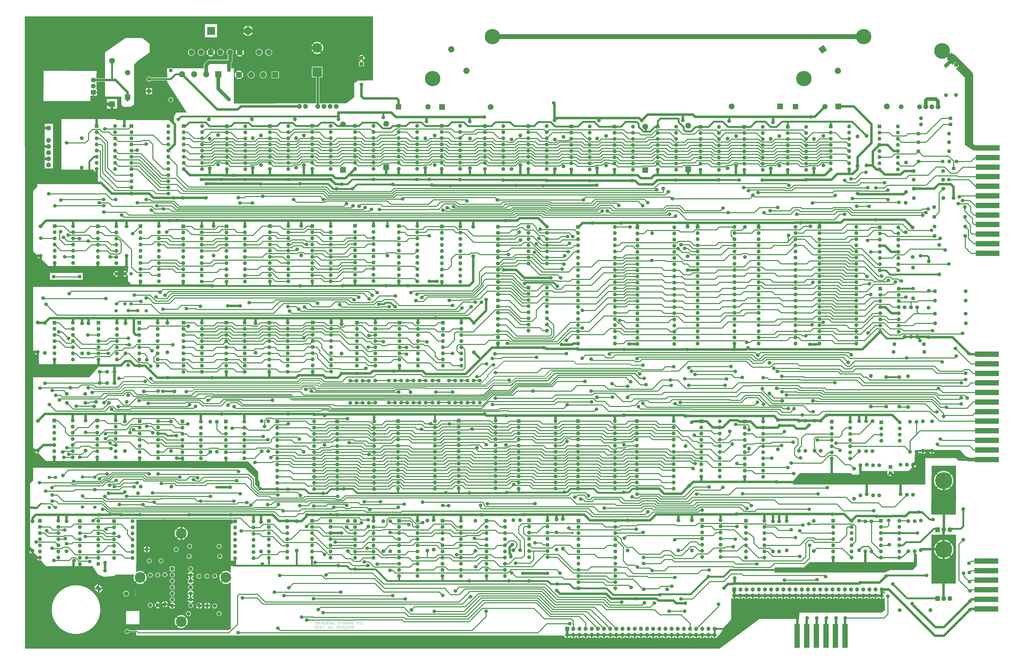
<source format=gbr>
G04 #@! TF.GenerationSoftware,KiCad,Pcbnew,9.0.3-unknown-202507311736~b5c2ed30be~ubuntu24.04.1*
G04 #@! TF.CreationDate,2025-08-04T14:24:46+01:00*
G04 #@! TF.ProjectId,Commodore PET Universal Dynamic,436f6d6d-6f64-46f7-9265-205045542055,REV A*
G04 #@! TF.SameCoordinates,Original*
G04 #@! TF.FileFunction,Copper,L1,Top*
G04 #@! TF.FilePolarity,Positive*
%FSLAX46Y46*%
G04 Gerber Fmt 4.6, Leading zero omitted, Abs format (unit mm)*
G04 Created by KiCad (PCBNEW 9.0.3-unknown-202507311736~b5c2ed30be~ubuntu24.04.1) date 2025-08-04 14:24:46*
%MOMM*%
%LPD*%
G01*
G04 APERTURE LIST*
G04 Aperture macros list*
%AMRoundRect*
0 Rectangle with rounded corners*
0 $1 Rounding radius*
0 $2 $3 $4 $5 $6 $7 $8 $9 X,Y pos of 4 corners*
0 Add a 4 corners polygon primitive as box body*
4,1,4,$2,$3,$4,$5,$6,$7,$8,$9,$2,$3,0*
0 Add four circle primitives for the rounded corners*
1,1,$1+$1,$2,$3*
1,1,$1+$1,$4,$5*
1,1,$1+$1,$6,$7*
1,1,$1+$1,$8,$9*
0 Add four rect primitives between the rounded corners*
20,1,$1+$1,$2,$3,$4,$5,0*
20,1,$1+$1,$4,$5,$6,$7,0*
20,1,$1+$1,$6,$7,$8,$9,0*
20,1,$1+$1,$8,$9,$2,$3,0*%
%AMRotRect*
0 Rectangle, with rotation*
0 The origin of the aperture is its center*
0 $1 length*
0 $2 width*
0 $3 Rotation angle, in degrees counterclockwise*
0 Add horizontal line*
21,1,$1,$2,0,0,$3*%
G04 Aperture macros list end*
%ADD10C,0.125000*%
G04 #@! TA.AperFunction,NonConductor*
%ADD11C,0.125000*%
G04 #@! TD*
G04 #@! TA.AperFunction,ComponentPad*
%ADD12C,1.600000*%
G04 #@! TD*
G04 #@! TA.AperFunction,ComponentPad*
%ADD13O,1.600000X1.600000*%
G04 #@! TD*
G04 #@! TA.AperFunction,ComponentPad*
%ADD14C,1.500000*%
G04 #@! TD*
G04 #@! TA.AperFunction,SMDPad,CuDef*
%ADD15C,1.000000*%
G04 #@! TD*
G04 #@! TA.AperFunction,ComponentPad*
%ADD16RotRect,2.600000X2.600000X35.000000*%
G04 #@! TD*
G04 #@! TA.AperFunction,ComponentPad*
%ADD17C,2.600000*%
G04 #@! TD*
G04 #@! TA.AperFunction,ComponentPad*
%ADD18C,6.350000*%
G04 #@! TD*
G04 #@! TA.AperFunction,ComponentPad*
%ADD19R,1.600000X1.600000*%
G04 #@! TD*
G04 #@! TA.AperFunction,ComponentPad*
%ADD20C,1.400000*%
G04 #@! TD*
G04 #@! TA.AperFunction,ComponentPad*
%ADD21R,2.500000X2.500000*%
G04 #@! TD*
G04 #@! TA.AperFunction,ComponentPad*
%ADD22C,2.500000*%
G04 #@! TD*
G04 #@! TA.AperFunction,ConnectorPad*
%ADD23R,9.842500X2.300000*%
G04 #@! TD*
G04 #@! TA.AperFunction,ComponentPad*
%ADD24R,2.400000X2.400000*%
G04 #@! TD*
G04 #@! TA.AperFunction,ComponentPad*
%ADD25O,2.400000X2.400000*%
G04 #@! TD*
G04 #@! TA.AperFunction,ComponentPad*
%ADD26C,4.400000*%
G04 #@! TD*
G04 #@! TA.AperFunction,ComponentPad*
%ADD27R,4.000000X4.000000*%
G04 #@! TD*
G04 #@! TA.AperFunction,ComponentPad*
%ADD28C,4.000000*%
G04 #@! TD*
G04 #@! TA.AperFunction,ComponentPad*
%ADD29R,2.200000X2.200000*%
G04 #@! TD*
G04 #@! TA.AperFunction,ComponentPad*
%ADD30O,2.200000X2.200000*%
G04 #@! TD*
G04 #@! TA.AperFunction,ComponentPad*
%ADD31C,2.000000*%
G04 #@! TD*
G04 #@! TA.AperFunction,SMDPad,CuDef*
%ADD32RoundRect,0.381000X-0.808223X0.269408X0.269408X-0.808223X0.808223X-0.269408X-0.269408X0.808223X0*%
G04 #@! TD*
G04 #@! TA.AperFunction,ConnectorPad*
%ADD33R,2.300000X9.842500*%
G04 #@! TD*
G04 #@! TA.AperFunction,ComponentPad*
%ADD34C,1.700000*%
G04 #@! TD*
G04 #@! TA.AperFunction,ComponentPad*
%ADD35C,6.500000*%
G04 #@! TD*
G04 #@! TA.AperFunction,ComponentPad*
%ADD36R,3.200000X3.200000*%
G04 #@! TD*
G04 #@! TA.AperFunction,ComponentPad*
%ADD37O,3.200000X3.200000*%
G04 #@! TD*
G04 #@! TA.AperFunction,ComponentPad*
%ADD38R,2.000000X1.905000*%
G04 #@! TD*
G04 #@! TA.AperFunction,ComponentPad*
%ADD39O,2.000000X1.905000*%
G04 #@! TD*
G04 #@! TA.AperFunction,ComponentPad*
%ADD40R,1.700000X1.700000*%
G04 #@! TD*
G04 #@! TA.AperFunction,ComponentPad*
%ADD41O,1.700000X1.700000*%
G04 #@! TD*
G04 #@! TA.AperFunction,ComponentPad*
%ADD42C,2.400000*%
G04 #@! TD*
G04 #@! TA.AperFunction,ComponentPad*
%ADD43R,1.905000X2.000000*%
G04 #@! TD*
G04 #@! TA.AperFunction,ComponentPad*
%ADD44C,7.000000*%
G04 #@! TD*
G04 #@! TA.AperFunction,ComponentPad*
%ADD45O,1.905000X2.000000*%
G04 #@! TD*
G04 #@! TA.AperFunction,ViaPad*
%ADD46C,1.500000*%
G04 #@! TD*
G04 #@! TA.AperFunction,Conductor*
%ADD47C,0.800000*%
G04 #@! TD*
G04 #@! TA.AperFunction,Conductor*
%ADD48C,1.000000*%
G04 #@! TD*
G04 #@! TA.AperFunction,Conductor*
%ADD49C,0.500000*%
G04 #@! TD*
G04 #@! TA.AperFunction,Conductor*
%ADD50C,0.400000*%
G04 #@! TD*
G04 #@! TA.AperFunction,Conductor*
%ADD51C,0.300000*%
G04 #@! TD*
G04 #@! TA.AperFunction,Conductor*
%ADD52C,0.250000*%
G04 #@! TD*
G04 #@! TA.AperFunction,Conductor*
%ADD53C,2.000000*%
G04 #@! TD*
G04 #@! TA.AperFunction,Conductor*
%ADD54C,1.500000*%
G04 #@! TD*
G04 APERTURE END LIST*
D10*
D11*
X206244140Y-314407942D02*
X206244140Y-315298419D01*
X206244140Y-315298419D02*
X206296521Y-315403181D01*
X206296521Y-315403181D02*
X206348902Y-315455562D01*
X206348902Y-315455562D02*
X206453664Y-315507942D01*
X206453664Y-315507942D02*
X206663188Y-315507942D01*
X206663188Y-315507942D02*
X206767950Y-315455562D01*
X206767950Y-315455562D02*
X206820331Y-315403181D01*
X206820331Y-315403181D02*
X206872712Y-315298419D01*
X206872712Y-315298419D02*
X206872712Y-314407942D01*
X207396521Y-315507942D02*
X207396521Y-314407942D01*
X207396521Y-314407942D02*
X208025093Y-315507942D01*
X208025093Y-315507942D02*
X208025093Y-314407942D01*
X208548902Y-315507942D02*
X208548902Y-314407942D01*
X208915569Y-314407942D02*
X209282236Y-315507942D01*
X209282236Y-315507942D02*
X209648903Y-314407942D01*
X210015569Y-314931752D02*
X210382236Y-314931752D01*
X210539379Y-315507942D02*
X210015569Y-315507942D01*
X210015569Y-315507942D02*
X210015569Y-314407942D01*
X210015569Y-314407942D02*
X210539379Y-314407942D01*
X211639379Y-315507942D02*
X211272712Y-314984133D01*
X211010807Y-315507942D02*
X211010807Y-314407942D01*
X211010807Y-314407942D02*
X211429855Y-314407942D01*
X211429855Y-314407942D02*
X211534617Y-314460323D01*
X211534617Y-314460323D02*
X211586998Y-314512704D01*
X211586998Y-314512704D02*
X211639379Y-314617466D01*
X211639379Y-314617466D02*
X211639379Y-314774609D01*
X211639379Y-314774609D02*
X211586998Y-314879371D01*
X211586998Y-314879371D02*
X211534617Y-314931752D01*
X211534617Y-314931752D02*
X211429855Y-314984133D01*
X211429855Y-314984133D02*
X211010807Y-314984133D01*
X212058426Y-315455562D02*
X212215569Y-315507942D01*
X212215569Y-315507942D02*
X212477474Y-315507942D01*
X212477474Y-315507942D02*
X212582236Y-315455562D01*
X212582236Y-315455562D02*
X212634617Y-315403181D01*
X212634617Y-315403181D02*
X212686998Y-315298419D01*
X212686998Y-315298419D02*
X212686998Y-315193657D01*
X212686998Y-315193657D02*
X212634617Y-315088895D01*
X212634617Y-315088895D02*
X212582236Y-315036514D01*
X212582236Y-315036514D02*
X212477474Y-314984133D01*
X212477474Y-314984133D02*
X212267950Y-314931752D01*
X212267950Y-314931752D02*
X212163188Y-314879371D01*
X212163188Y-314879371D02*
X212110807Y-314826990D01*
X212110807Y-314826990D02*
X212058426Y-314722228D01*
X212058426Y-314722228D02*
X212058426Y-314617466D01*
X212058426Y-314617466D02*
X212110807Y-314512704D01*
X212110807Y-314512704D02*
X212163188Y-314460323D01*
X212163188Y-314460323D02*
X212267950Y-314407942D01*
X212267950Y-314407942D02*
X212529855Y-314407942D01*
X212529855Y-314407942D02*
X212686998Y-314460323D01*
X213106045Y-315193657D02*
X213629855Y-315193657D01*
X213001283Y-315507942D02*
X213367950Y-314407942D01*
X213367950Y-314407942D02*
X213734617Y-315507942D01*
X214625093Y-315507942D02*
X214101283Y-315507942D01*
X214101283Y-315507942D02*
X214101283Y-314407942D01*
X215829854Y-315507942D02*
X215829854Y-314407942D01*
X215829854Y-314407942D02*
X216091759Y-314407942D01*
X216091759Y-314407942D02*
X216248902Y-314460323D01*
X216248902Y-314460323D02*
X216353664Y-314565085D01*
X216353664Y-314565085D02*
X216406045Y-314669847D01*
X216406045Y-314669847D02*
X216458426Y-314879371D01*
X216458426Y-314879371D02*
X216458426Y-315036514D01*
X216458426Y-315036514D02*
X216406045Y-315246038D01*
X216406045Y-315246038D02*
X216353664Y-315350800D01*
X216353664Y-315350800D02*
X216248902Y-315455562D01*
X216248902Y-315455562D02*
X216091759Y-315507942D01*
X216091759Y-315507942D02*
X215829854Y-315507942D01*
X217139378Y-314984133D02*
X217139378Y-315507942D01*
X216772711Y-314407942D02*
X217139378Y-314984133D01*
X217139378Y-314984133D02*
X217506045Y-314407942D01*
X217872711Y-315507942D02*
X217872711Y-314407942D01*
X217872711Y-314407942D02*
X218501283Y-315507942D01*
X218501283Y-315507942D02*
X218501283Y-314407942D01*
X218972711Y-315193657D02*
X219496521Y-315193657D01*
X218867949Y-315507942D02*
X219234616Y-314407942D01*
X219234616Y-314407942D02*
X219601283Y-315507942D01*
X219967949Y-315507942D02*
X219967949Y-314407942D01*
X219967949Y-314407942D02*
X220334616Y-315193657D01*
X220334616Y-315193657D02*
X220701283Y-314407942D01*
X220701283Y-314407942D02*
X220701283Y-315507942D01*
X221225092Y-315507942D02*
X221225092Y-314407942D01*
X222377474Y-315403181D02*
X222325093Y-315455562D01*
X222325093Y-315455562D02*
X222167950Y-315507942D01*
X222167950Y-315507942D02*
X222063188Y-315507942D01*
X222063188Y-315507942D02*
X221906045Y-315455562D01*
X221906045Y-315455562D02*
X221801283Y-315350800D01*
X221801283Y-315350800D02*
X221748902Y-315246038D01*
X221748902Y-315246038D02*
X221696521Y-315036514D01*
X221696521Y-315036514D02*
X221696521Y-314879371D01*
X221696521Y-314879371D02*
X221748902Y-314669847D01*
X221748902Y-314669847D02*
X221801283Y-314565085D01*
X221801283Y-314565085D02*
X221906045Y-314460323D01*
X221906045Y-314460323D02*
X222063188Y-314407942D01*
X222063188Y-314407942D02*
X222167950Y-314407942D01*
X222167950Y-314407942D02*
X222325093Y-314460323D01*
X222325093Y-314460323D02*
X222377474Y-314512704D01*
X223686997Y-315507942D02*
X223686997Y-314407942D01*
X223686997Y-314407942D02*
X224106045Y-314407942D01*
X224106045Y-314407942D02*
X224210807Y-314460323D01*
X224210807Y-314460323D02*
X224263188Y-314512704D01*
X224263188Y-314512704D02*
X224315569Y-314617466D01*
X224315569Y-314617466D02*
X224315569Y-314774609D01*
X224315569Y-314774609D02*
X224263188Y-314879371D01*
X224263188Y-314879371D02*
X224210807Y-314931752D01*
X224210807Y-314931752D02*
X224106045Y-314984133D01*
X224106045Y-314984133D02*
X223686997Y-314984133D01*
X224786997Y-314931752D02*
X225153664Y-314931752D01*
X225310807Y-315507942D02*
X224786997Y-315507942D01*
X224786997Y-315507942D02*
X224786997Y-314407942D01*
X224786997Y-314407942D02*
X225310807Y-314407942D01*
X225625092Y-314407942D02*
X226253664Y-314407942D01*
X225939378Y-315507942D02*
X225939378Y-314407942D01*
X206191759Y-316964595D02*
X206715569Y-316964595D01*
X206086997Y-317278880D02*
X206453664Y-316178880D01*
X206453664Y-316178880D02*
X206820331Y-317278880D01*
X207134616Y-317226500D02*
X207291759Y-317278880D01*
X207291759Y-317278880D02*
X207553664Y-317278880D01*
X207553664Y-317278880D02*
X207658426Y-317226500D01*
X207658426Y-317226500D02*
X207710807Y-317174119D01*
X207710807Y-317174119D02*
X207763188Y-317069357D01*
X207763188Y-317069357D02*
X207763188Y-316964595D01*
X207763188Y-316964595D02*
X207710807Y-316859833D01*
X207710807Y-316859833D02*
X207658426Y-316807452D01*
X207658426Y-316807452D02*
X207553664Y-316755071D01*
X207553664Y-316755071D02*
X207344140Y-316702690D01*
X207344140Y-316702690D02*
X207239378Y-316650309D01*
X207239378Y-316650309D02*
X207186997Y-316597928D01*
X207186997Y-316597928D02*
X207134616Y-316493166D01*
X207134616Y-316493166D02*
X207134616Y-316388404D01*
X207134616Y-316388404D02*
X207186997Y-316283642D01*
X207186997Y-316283642D02*
X207239378Y-316231261D01*
X207239378Y-316231261D02*
X207344140Y-316178880D01*
X207344140Y-316178880D02*
X207606045Y-316178880D01*
X207606045Y-316178880D02*
X207763188Y-316231261D01*
X208182235Y-317226500D02*
X208339378Y-317278880D01*
X208339378Y-317278880D02*
X208601283Y-317278880D01*
X208601283Y-317278880D02*
X208706045Y-317226500D01*
X208706045Y-317226500D02*
X208758426Y-317174119D01*
X208758426Y-317174119D02*
X208810807Y-317069357D01*
X208810807Y-317069357D02*
X208810807Y-316964595D01*
X208810807Y-316964595D02*
X208758426Y-316859833D01*
X208758426Y-316859833D02*
X208706045Y-316807452D01*
X208706045Y-316807452D02*
X208601283Y-316755071D01*
X208601283Y-316755071D02*
X208391759Y-316702690D01*
X208391759Y-316702690D02*
X208286997Y-316650309D01*
X208286997Y-316650309D02*
X208234616Y-316597928D01*
X208234616Y-316597928D02*
X208182235Y-316493166D01*
X208182235Y-316493166D02*
X208182235Y-316388404D01*
X208182235Y-316388404D02*
X208234616Y-316283642D01*
X208234616Y-316283642D02*
X208286997Y-316231261D01*
X208286997Y-316231261D02*
X208391759Y-316178880D01*
X208391759Y-316178880D02*
X208653664Y-316178880D01*
X208653664Y-316178880D02*
X208810807Y-316231261D01*
X209491759Y-316755071D02*
X209491759Y-317278880D01*
X209125092Y-316178880D02*
X209491759Y-316755071D01*
X209491759Y-316755071D02*
X209858426Y-316178880D01*
X210225092Y-317174119D02*
X210277473Y-317226500D01*
X210277473Y-317226500D02*
X210225092Y-317278880D01*
X210225092Y-317278880D02*
X210172711Y-317226500D01*
X210172711Y-317226500D02*
X210225092Y-317174119D01*
X210225092Y-317174119D02*
X210225092Y-317278880D01*
X211586997Y-317278880D02*
X211586997Y-316178880D01*
X211586997Y-316178880D02*
X212215569Y-317278880D01*
X212215569Y-317278880D02*
X212215569Y-316178880D01*
X212948902Y-316178880D02*
X213158426Y-316178880D01*
X213158426Y-316178880D02*
X213263188Y-316231261D01*
X213263188Y-316231261D02*
X213367950Y-316336023D01*
X213367950Y-316336023D02*
X213420331Y-316545547D01*
X213420331Y-316545547D02*
X213420331Y-316912214D01*
X213420331Y-316912214D02*
X213367950Y-317121738D01*
X213367950Y-317121738D02*
X213263188Y-317226500D01*
X213263188Y-317226500D02*
X213158426Y-317278880D01*
X213158426Y-317278880D02*
X212948902Y-317278880D01*
X212948902Y-317278880D02*
X212844140Y-317226500D01*
X212844140Y-317226500D02*
X212739378Y-317121738D01*
X212739378Y-317121738D02*
X212686997Y-316912214D01*
X212686997Y-316912214D02*
X212686997Y-316545547D01*
X212686997Y-316545547D02*
X212739378Y-316336023D01*
X212739378Y-316336023D02*
X212844140Y-316231261D01*
X212844140Y-316231261D02*
X212948902Y-316178880D01*
X213891759Y-317174119D02*
X213944140Y-317226500D01*
X213944140Y-317226500D02*
X213891759Y-317278880D01*
X213891759Y-317278880D02*
X213839378Y-317226500D01*
X213839378Y-317226500D02*
X213891759Y-317174119D01*
X213891759Y-317174119D02*
X213891759Y-317278880D01*
X215410807Y-316650309D02*
X215306045Y-316597928D01*
X215306045Y-316597928D02*
X215253664Y-316545547D01*
X215253664Y-316545547D02*
X215201283Y-316440785D01*
X215201283Y-316440785D02*
X215201283Y-316388404D01*
X215201283Y-316388404D02*
X215253664Y-316283642D01*
X215253664Y-316283642D02*
X215306045Y-316231261D01*
X215306045Y-316231261D02*
X215410807Y-316178880D01*
X215410807Y-316178880D02*
X215620331Y-316178880D01*
X215620331Y-316178880D02*
X215725093Y-316231261D01*
X215725093Y-316231261D02*
X215777474Y-316283642D01*
X215777474Y-316283642D02*
X215829855Y-316388404D01*
X215829855Y-316388404D02*
X215829855Y-316440785D01*
X215829855Y-316440785D02*
X215777474Y-316545547D01*
X215777474Y-316545547D02*
X215725093Y-316597928D01*
X215725093Y-316597928D02*
X215620331Y-316650309D01*
X215620331Y-316650309D02*
X215410807Y-316650309D01*
X215410807Y-316650309D02*
X215306045Y-316702690D01*
X215306045Y-316702690D02*
X215253664Y-316755071D01*
X215253664Y-316755071D02*
X215201283Y-316859833D01*
X215201283Y-316859833D02*
X215201283Y-317069357D01*
X215201283Y-317069357D02*
X215253664Y-317174119D01*
X215253664Y-317174119D02*
X215306045Y-317226500D01*
X215306045Y-317226500D02*
X215410807Y-317278880D01*
X215410807Y-317278880D02*
X215620331Y-317278880D01*
X215620331Y-317278880D02*
X215725093Y-317226500D01*
X215725093Y-317226500D02*
X215777474Y-317174119D01*
X215777474Y-317174119D02*
X215829855Y-317069357D01*
X215829855Y-317069357D02*
X215829855Y-316859833D01*
X215829855Y-316859833D02*
X215777474Y-316755071D01*
X215777474Y-316755071D02*
X215725093Y-316702690D01*
X215725093Y-316702690D02*
X215620331Y-316650309D01*
X216510807Y-316178880D02*
X216615569Y-316178880D01*
X216615569Y-316178880D02*
X216720331Y-316231261D01*
X216720331Y-316231261D02*
X216772712Y-316283642D01*
X216772712Y-316283642D02*
X216825093Y-316388404D01*
X216825093Y-316388404D02*
X216877474Y-316597928D01*
X216877474Y-316597928D02*
X216877474Y-316859833D01*
X216877474Y-316859833D02*
X216825093Y-317069357D01*
X216825093Y-317069357D02*
X216772712Y-317174119D01*
X216772712Y-317174119D02*
X216720331Y-317226500D01*
X216720331Y-317226500D02*
X216615569Y-317278880D01*
X216615569Y-317278880D02*
X216510807Y-317278880D01*
X216510807Y-317278880D02*
X216406045Y-317226500D01*
X216406045Y-317226500D02*
X216353664Y-317174119D01*
X216353664Y-317174119D02*
X216301283Y-317069357D01*
X216301283Y-317069357D02*
X216248902Y-316859833D01*
X216248902Y-316859833D02*
X216248902Y-316597928D01*
X216248902Y-316597928D02*
X216301283Y-316388404D01*
X216301283Y-316388404D02*
X216353664Y-316283642D01*
X216353664Y-316283642D02*
X216406045Y-316231261D01*
X216406045Y-316231261D02*
X216510807Y-316178880D01*
X217244140Y-316178880D02*
X217925093Y-316178880D01*
X217925093Y-316178880D02*
X217558426Y-316597928D01*
X217558426Y-316597928D02*
X217715569Y-316597928D01*
X217715569Y-316597928D02*
X217820331Y-316650309D01*
X217820331Y-316650309D02*
X217872712Y-316702690D01*
X217872712Y-316702690D02*
X217925093Y-316807452D01*
X217925093Y-316807452D02*
X217925093Y-317069357D01*
X217925093Y-317069357D02*
X217872712Y-317174119D01*
X217872712Y-317174119D02*
X217820331Y-317226500D01*
X217820331Y-317226500D02*
X217715569Y-317278880D01*
X217715569Y-317278880D02*
X217401283Y-317278880D01*
X217401283Y-317278880D02*
X217296521Y-317226500D01*
X217296521Y-317226500D02*
X217244140Y-317174119D01*
X218344140Y-316283642D02*
X218396521Y-316231261D01*
X218396521Y-316231261D02*
X218501283Y-316178880D01*
X218501283Y-316178880D02*
X218763188Y-316178880D01*
X218763188Y-316178880D02*
X218867950Y-316231261D01*
X218867950Y-316231261D02*
X218920331Y-316283642D01*
X218920331Y-316283642D02*
X218972712Y-316388404D01*
X218972712Y-316388404D02*
X218972712Y-316493166D01*
X218972712Y-316493166D02*
X218920331Y-316650309D01*
X218920331Y-316650309D02*
X218291759Y-317278880D01*
X218291759Y-317278880D02*
X218972712Y-317278880D01*
X219653664Y-316178880D02*
X219758426Y-316178880D01*
X219758426Y-316178880D02*
X219863188Y-316231261D01*
X219863188Y-316231261D02*
X219915569Y-316283642D01*
X219915569Y-316283642D02*
X219967950Y-316388404D01*
X219967950Y-316388404D02*
X220020331Y-316597928D01*
X220020331Y-316597928D02*
X220020331Y-316859833D01*
X220020331Y-316859833D02*
X219967950Y-317069357D01*
X219967950Y-317069357D02*
X219915569Y-317174119D01*
X219915569Y-317174119D02*
X219863188Y-317226500D01*
X219863188Y-317226500D02*
X219758426Y-317278880D01*
X219758426Y-317278880D02*
X219653664Y-317278880D01*
X219653664Y-317278880D02*
X219548902Y-317226500D01*
X219548902Y-317226500D02*
X219496521Y-317174119D01*
X219496521Y-317174119D02*
X219444140Y-317069357D01*
X219444140Y-317069357D02*
X219391759Y-316859833D01*
X219391759Y-316859833D02*
X219391759Y-316597928D01*
X219391759Y-316597928D02*
X219444140Y-316388404D01*
X219444140Y-316388404D02*
X219496521Y-316283642D01*
X219496521Y-316283642D02*
X219548902Y-316231261D01*
X219548902Y-316231261D02*
X219653664Y-316178880D01*
X220648902Y-316650309D02*
X220544140Y-316597928D01*
X220544140Y-316597928D02*
X220491759Y-316545547D01*
X220491759Y-316545547D02*
X220439378Y-316440785D01*
X220439378Y-316440785D02*
X220439378Y-316388404D01*
X220439378Y-316388404D02*
X220491759Y-316283642D01*
X220491759Y-316283642D02*
X220544140Y-316231261D01*
X220544140Y-316231261D02*
X220648902Y-316178880D01*
X220648902Y-316178880D02*
X220858426Y-316178880D01*
X220858426Y-316178880D02*
X220963188Y-316231261D01*
X220963188Y-316231261D02*
X221015569Y-316283642D01*
X221015569Y-316283642D02*
X221067950Y-316388404D01*
X221067950Y-316388404D02*
X221067950Y-316440785D01*
X221067950Y-316440785D02*
X221015569Y-316545547D01*
X221015569Y-316545547D02*
X220963188Y-316597928D01*
X220963188Y-316597928D02*
X220858426Y-316650309D01*
X220858426Y-316650309D02*
X220648902Y-316650309D01*
X220648902Y-316650309D02*
X220544140Y-316702690D01*
X220544140Y-316702690D02*
X220491759Y-316755071D01*
X220491759Y-316755071D02*
X220439378Y-316859833D01*
X220439378Y-316859833D02*
X220439378Y-317069357D01*
X220439378Y-317069357D02*
X220491759Y-317174119D01*
X220491759Y-317174119D02*
X220544140Y-317226500D01*
X220544140Y-317226500D02*
X220648902Y-317278880D01*
X220648902Y-317278880D02*
X220858426Y-317278880D01*
X220858426Y-317278880D02*
X220963188Y-317226500D01*
X220963188Y-317226500D02*
X221015569Y-317174119D01*
X221015569Y-317174119D02*
X221067950Y-317069357D01*
X221067950Y-317069357D02*
X221067950Y-316859833D01*
X221067950Y-316859833D02*
X221015569Y-316755071D01*
X221015569Y-316755071D02*
X220963188Y-316702690D01*
X220963188Y-316702690D02*
X220858426Y-316650309D01*
X221591759Y-317278880D02*
X221801283Y-317278880D01*
X221801283Y-317278880D02*
X221906045Y-317226500D01*
X221906045Y-317226500D02*
X221958426Y-317174119D01*
X221958426Y-317174119D02*
X222063188Y-317016976D01*
X222063188Y-317016976D02*
X222115569Y-316807452D01*
X222115569Y-316807452D02*
X222115569Y-316388404D01*
X222115569Y-316388404D02*
X222063188Y-316283642D01*
X222063188Y-316283642D02*
X222010807Y-316231261D01*
X222010807Y-316231261D02*
X221906045Y-316178880D01*
X221906045Y-316178880D02*
X221696521Y-316178880D01*
X221696521Y-316178880D02*
X221591759Y-316231261D01*
X221591759Y-316231261D02*
X221539378Y-316283642D01*
X221539378Y-316283642D02*
X221486997Y-316388404D01*
X221486997Y-316388404D02*
X221486997Y-316650309D01*
X221486997Y-316650309D02*
X221539378Y-316755071D01*
X221539378Y-316755071D02*
X221591759Y-316807452D01*
X221591759Y-316807452D02*
X221696521Y-316859833D01*
X221696521Y-316859833D02*
X221906045Y-316859833D01*
X221906045Y-316859833D02*
X222010807Y-316807452D01*
X222010807Y-316807452D02*
X222063188Y-316755071D01*
X222063188Y-316755071D02*
X222115569Y-316650309D01*
D12*
G04 #@! TO.P,R14,1*
G04 #@! TO.N,+5V*
X408949200Y-231248600D03*
D13*
G04 #@! TO.P,R14,2*
G04 #@! TO.N,~{IRQ}*
X408949200Y-243694600D03*
G04 #@! TD*
D14*
G04 #@! TO.P,Y1,1,1*
G04 #@! TO.N,Net-(C91-Pad1)*
X137700000Y-289295000D03*
G04 #@! TO.P,Y1,2,2*
G04 #@! TO.N,Net-(C92-Pad1)*
X142580000Y-289295000D03*
G04 #@! TD*
D12*
G04 #@! TO.P,FB21,1*
G04 #@! TO.N,Net-(J3-Pin_3)*
X474250000Y-280595000D03*
D13*
G04 #@! TO.P,FB21,2*
G04 #@! TO.N,Net-(Q1-E)*
X474250000Y-267895000D03*
G04 #@! TD*
D15*
G04 #@! TO.P,TP2,1,1*
G04 #@! TO.N,+12V*
X165450000Y-258770000D03*
G04 #@! TD*
D12*
G04 #@! TO.P,R12,1*
G04 #@! TO.N,+5V*
X359400000Y-229377000D03*
D13*
G04 #@! TO.P,R12,2*
G04 #@! TO.N,/RDY*
X359400000Y-241823000D03*
G04 #@! TD*
D12*
G04 #@! TO.P,FB18,1*
G04 #@! TO.N,Net-(UB15-PB3)*
X394175000Y-207340000D03*
D13*
G04 #@! TO.P,FB18,2*
G04 #@! TO.N,CASS WRITE*
X394175000Y-220040000D03*
G04 #@! TD*
D12*
G04 #@! TO.P,C60,1*
G04 #@! TO.N,Net-(VR5-K)*
X431200000Y-272679000D03*
D13*
G04 #@! TO.P,C60,2*
G04 #@! TO.N,+9V*
X431200000Y-284871000D03*
G04 #@! TD*
D12*
G04 #@! TO.P,FB25,1*
G04 #@! TO.N,Net-(UD3C-VCC)*
X135380000Y-219170000D03*
D13*
G04 #@! TO.P,FB25,2*
G04 #@! TO.N,+5V*
X148080000Y-219170000D03*
G04 #@! TD*
D12*
G04 #@! TO.P,R42,1*
G04 #@! TO.N,+5V*
X356450000Y-272502000D03*
D13*
G04 #@! TO.P,R42,2*
G04 #@! TO.N,Net-(JP4-A)*
X356450000Y-284948000D03*
G04 #@! TD*
D12*
G04 #@! TO.P,C57,1*
G04 #@! TO.N,+5V*
X255325000Y-272395000D03*
D13*
G04 #@! TO.P,C57,2*
G04 #@! TO.N,GND*
X255325000Y-284587000D03*
G04 #@! TD*
D16*
G04 #@! TO.P,VR4,1,VI*
G04 #@! TO.N,Net-(CR3-K)*
X416149535Y-77588059D03*
D17*
G04 #@! TO.P,VR4,2,VO*
G04 #@! TO.N,+5V*
X422412990Y-86533199D03*
D18*
G04 #@! TO.P,VR4,3,GND*
G04 #@! TO.N,GND*
X408380804Y-89681004D03*
X433119196Y-72358996D03*
G04 #@! TD*
D12*
G04 #@! TO.P,C86,1*
G04 #@! TO.N,DIO-8*
X459925000Y-184528000D03*
D13*
G04 #@! TO.P,C86,2*
G04 #@! TO.N,GND*
X459925000Y-196720000D03*
G04 #@! TD*
D12*
G04 #@! TO.P,C48,1*
G04 #@! TO.N,+5V*
X397657600Y-230904000D03*
D13*
G04 #@! TO.P,C48,2*
G04 #@! TO.N,GND*
X397657600Y-243096000D03*
G04 #@! TD*
D12*
G04 #@! TO.P,C92,1*
G04 #@! TO.N,Net-(C92-Pad1)*
X148867000Y-284520000D03*
D13*
G04 #@! TO.P,C92,2*
G04 #@! TO.N,GND*
X136675000Y-284520000D03*
G04 #@! TD*
D12*
G04 #@! TO.P,R16,1*
G04 #@! TO.N,+5V*
X415350000Y-231274000D03*
D13*
G04 #@! TO.P,R16,2*
G04 #@! TO.N,Net-(J9-Pin_21)*
X415350000Y-243720000D03*
G04 #@! TD*
D19*
G04 #@! TO.P,UE1,1,~{R}*
G04 #@! TO.N,Net-(UE1A-~{R})*
X92500000Y-272680000D03*
D13*
G04 #@! TO.P,UE1,2,D*
G04 #@! TO.N,/~{INIT}*
X92500000Y-275220000D03*
G04 #@! TO.P,UE1,3,C*
G04 #@! TO.N,Net-(UE1A-C)*
X92500000Y-277760000D03*
G04 #@! TO.P,UE1,4,~{S}*
G04 #@! TO.N,/~{INIT}*
X92500000Y-280300000D03*
G04 #@! TO.P,UE1,5,Q*
G04 #@! TO.N,Net-(UE1A-Q)*
X92500000Y-282840000D03*
G04 #@! TO.P,UE1,6,~{Q}*
G04 #@! TO.N,unconnected-(UE1A-~{Q}-Pad6)*
X92500000Y-285380000D03*
G04 #@! TO.P,UE1,7,GND*
G04 #@! TO.N,GND*
X92500000Y-287920000D03*
G04 #@! TO.P,UE1,8,~{Q}*
G04 #@! TO.N,unconnected-(UE1B-~{Q}-Pad8)*
X100120000Y-287920000D03*
G04 #@! TO.P,UE1,9,Q*
G04 #@! TO.N,Net-(UE1B-Q)*
X100120000Y-285380000D03*
G04 #@! TO.P,UE1,10,~{S}*
G04 #@! TO.N,/PULLUP1*
X100120000Y-282840000D03*
G04 #@! TO.P,UE1,11,C*
G04 #@! TO.N,Net-(UE1B-C)*
X100120000Y-280300000D03*
G04 #@! TO.P,UE1,12,D*
G04 #@! TO.N,Net-(UE1B-D)*
X100120000Y-277760000D03*
G04 #@! TO.P,UE1,13,~{R}*
G04 #@! TO.N,Net-(UE1B-~{R})*
X100120000Y-275220000D03*
G04 #@! TO.P,UE1,14,VCC*
G04 #@! TO.N,+5V*
X100120000Y-272680000D03*
G04 #@! TD*
D12*
G04 #@! TO.P,R22,1*
G04 #@! TO.N,Net-(UB15-PB4)*
X429100000Y-251077000D03*
D13*
G04 #@! TO.P,R22,2*
G04 #@! TO.N,Net-(R22-Pad2)*
X429100000Y-263523000D03*
G04 #@! TD*
D20*
G04 #@! TO.P,J_3,1,A*
G04 #@! TO.N,/~{CLK1}*
X110100000Y-267016000D03*
G04 #@! TO.P,J_3,2,B*
G04 #@! TO.N,Net-(J_3-B)*
X110100000Y-254570000D03*
G04 #@! TD*
D21*
G04 #@! TO.P,CR2,1,+*
G04 #@! TO.N,Net-(CR2-+)*
X166200000Y-87970000D03*
D22*
G04 #@! TO.P,CR2,2*
G04 #@! TO.N,Net-(J8-Pin_5)*
X161200000Y-87970000D03*
G04 #@! TO.P,CR2,3*
G04 #@! TO.N,Net-(J8-Pin_1)*
X156200000Y-87970000D03*
G04 #@! TO.P,CR2,4,-*
G04 #@! TO.N,Net-(CR1-A)*
X151200000Y-87970000D03*
G04 #@! TD*
D12*
G04 #@! TO.P,C72,1*
G04 #@! TO.N,-5V*
X434250000Y-113470000D03*
D13*
G04 #@! TO.P,C72,2*
G04 #@! TO.N,GND*
X434250000Y-125662000D03*
G04 #@! TD*
D12*
G04 #@! TO.P,C89,1*
G04 #@! TO.N,Net-(UE3-VCC)*
X133066000Y-261320000D03*
D13*
G04 #@! TO.P,C89,2*
G04 #@! TO.N,GND*
X120874000Y-261320000D03*
G04 #@! TD*
D19*
G04 #@! TO.P,UA7,1,VBB*
G04 #@! TO.N,-5V*
X205050000Y-109320000D03*
D13*
G04 #@! TO.P,UA7,2,DI*
G04 #@! TO.N,/D6*
X205050000Y-111860000D03*
G04 #@! TO.P,UA7,3,~{WE}*
G04 #@! TO.N,/RAM_RW*
X205050000Y-114400000D03*
G04 #@! TO.P,UA7,4,~{RAS}*
G04 #@! TO.N,/~{RAS0}*
X205050000Y-116940000D03*
G04 #@! TO.P,UA7,5,A0*
G04 #@! TO.N,/Main RAM/FA0*
X205050000Y-119480000D03*
G04 #@! TO.P,UA7,6,A2*
G04 #@! TO.N,/Main RAM/FA2*
X205050000Y-122020000D03*
G04 #@! TO.P,UA7,7,A1*
G04 #@! TO.N,/Main RAM/FA1*
X205050000Y-124560000D03*
G04 #@! TO.P,UA7,8,VDD*
G04 #@! TO.N,+12V*
X205050000Y-127100000D03*
G04 #@! TO.P,UA7,9,VCC*
G04 #@! TO.N,+5V*
X212670000Y-127100000D03*
G04 #@! TO.P,UA7,10,A5*
G04 #@! TO.N,/Main RAM/FA5*
X212670000Y-124560000D03*
G04 #@! TO.P,UA7,11,A4*
G04 #@! TO.N,/Main RAM/FA4*
X212670000Y-122020000D03*
G04 #@! TO.P,UA7,12,A3*
G04 #@! TO.N,/Main RAM/FA3*
X212670000Y-119480000D03*
G04 #@! TO.P,UA7,13,A6*
G04 #@! TO.N,/Main RAM/FA6*
X212670000Y-116940000D03*
G04 #@! TO.P,UA7,14,DO*
G04 #@! TO.N,/D6*
X212670000Y-114400000D03*
G04 #@! TO.P,UA7,15,~{CAS}*
G04 #@! TO.N,/~{CAS0}*
X212670000Y-111860000D03*
G04 #@! TO.P,UA7,16,VSS*
G04 #@! TO.N,GND*
X212670000Y-109320000D03*
G04 #@! TD*
D12*
G04 #@! TO.P,R5,1*
G04 #@! TO.N,+5V*
X127900000Y-190995000D03*
D13*
G04 #@! TO.P,R5,2*
G04 #@! TO.N,/~{VIDEO}*
X127900000Y-203441000D03*
G04 #@! TD*
D19*
G04 #@! TO.P,UB14,1,VSS*
G04 #@! TO.N,GND*
X364400000Y-151095000D03*
D13*
G04 #@! TO.P,UB14,2,RDY*
G04 #@! TO.N,/RDY*
X364400000Y-153635000D03*
G04 #@! TO.P,UB14,3,\u03D51*
G04 #@! TO.N,unconnected-(UB14-\u03D51-Pad3)*
X364400000Y-156175000D03*
G04 #@! TO.P,UB14,4,~{IRQ}*
G04 #@! TO.N,~{IRQ}*
X364400000Y-158715000D03*
G04 #@! TO.P,UB14,5,NC*
G04 #@! TO.N,/~{NO ROM}*
X364400000Y-161255000D03*
G04 #@! TO.P,UB14,6,~{NMI}*
G04 #@! TO.N,/~{NMI}*
X364400000Y-163795000D03*
G04 #@! TO.P,UB14,7,SYNC*
G04 #@! TO.N,/SYNC*
X364400000Y-166335000D03*
G04 #@! TO.P,UB14,8,VCC*
G04 #@! TO.N,+5V*
X364400000Y-168875000D03*
G04 #@! TO.P,UB14,9,A0*
G04 #@! TO.N,Net-(UB14-A0)*
X364400000Y-171415000D03*
G04 #@! TO.P,UB14,10,A1*
G04 #@! TO.N,Net-(UB14-A1)*
X364400000Y-173955000D03*
G04 #@! TO.P,UB14,11,A2*
G04 #@! TO.N,Net-(UB14-A2)*
X364400000Y-176495000D03*
G04 #@! TO.P,UB14,12,A3*
G04 #@! TO.N,Net-(UB14-A3)*
X364400000Y-179035000D03*
G04 #@! TO.P,UB14,13,A4*
G04 #@! TO.N,Net-(UB14-A4)*
X364400000Y-181575000D03*
G04 #@! TO.P,UB14,14,A5*
G04 #@! TO.N,Net-(UB14-A5)*
X364400000Y-184115000D03*
G04 #@! TO.P,UB14,15,A6*
G04 #@! TO.N,Net-(UB14-A6)*
X364400000Y-186655000D03*
G04 #@! TO.P,UB14,16,A7*
G04 #@! TO.N,Net-(UB14-A7)*
X364400000Y-189195000D03*
G04 #@! TO.P,UB14,17,A8*
G04 #@! TO.N,Net-(UB14-A8)*
X364400000Y-191735000D03*
G04 #@! TO.P,UB14,18,A9*
G04 #@! TO.N,Net-(UB14-A9)*
X364400000Y-194275000D03*
G04 #@! TO.P,UB14,19,A10*
G04 #@! TO.N,Net-(UB14-A10)*
X364400000Y-196815000D03*
G04 #@! TO.P,UB14,20,A11*
G04 #@! TO.N,Net-(UB14-A11)*
X364400000Y-199355000D03*
G04 #@! TO.P,UB14,21,VSS*
G04 #@! TO.N,GND*
X379640000Y-199355000D03*
G04 #@! TO.P,UB14,22,A12*
G04 #@! TO.N,Net-(UB14-A12)*
X379640000Y-196815000D03*
G04 #@! TO.P,UB14,23,A13*
G04 #@! TO.N,Net-(UB14-A13)*
X379640000Y-194275000D03*
G04 #@! TO.P,UB14,24,A14*
G04 #@! TO.N,Net-(UB14-A14)*
X379640000Y-191735000D03*
G04 #@! TO.P,UB14,25,A15*
G04 #@! TO.N,Net-(UB14-A15)*
X379640000Y-189195000D03*
G04 #@! TO.P,UB14,26,D7*
G04 #@! TO.N,/D7*
X379640000Y-186655000D03*
G04 #@! TO.P,UB14,27,D6*
G04 #@! TO.N,/D6*
X379640000Y-184115000D03*
G04 #@! TO.P,UB14,28,D5*
G04 #@! TO.N,/D5*
X379640000Y-181575000D03*
G04 #@! TO.P,UB14,29,D4*
G04 #@! TO.N,/D4*
X379640000Y-179035000D03*
G04 #@! TO.P,UB14,30,D3*
G04 #@! TO.N,/D3*
X379640000Y-176495000D03*
G04 #@! TO.P,UB14,31,D2*
G04 #@! TO.N,/D2*
X379640000Y-173955000D03*
G04 #@! TO.P,UB14,32,D1*
G04 #@! TO.N,/D1*
X379640000Y-171415000D03*
G04 #@! TO.P,UB14,33,D0*
G04 #@! TO.N,/D0*
X379640000Y-168875000D03*
G04 #@! TO.P,UB14,34,R/~{W}*
G04 #@! TO.N,/R{slash}W*
X379640000Y-166335000D03*
G04 #@! TO.P,UB14,35,NC*
G04 #@! TO.N,Net-(UB14-NC-Pad35)*
X379640000Y-163795000D03*
G04 #@! TO.P,UB14,36,NC*
G04 #@! TO.N,unconnected-(UB14-NC-Pad36)*
X379640000Y-161255000D03*
G04 #@! TO.P,UB14,37,\u03D50*
G04 #@! TO.N,/CLK1*
X379640000Y-158715000D03*
G04 #@! TO.P,UB14,38,~{SO}*
G04 #@! TO.N,Net-(UB14-~{SO})*
X379640000Y-156175000D03*
G04 #@! TO.P,UB14,39,\u03D52*
G04 #@! TO.N,Net-(UB14-\u03D52)*
X379640000Y-153635000D03*
G04 #@! TO.P,UB14,40,~{RES}*
G04 #@! TO.N,/~{RES}*
X379640000Y-151095000D03*
G04 #@! TD*
D23*
G04 #@! TO.P,J1,1,Pin_1*
G04 #@! TO.N,Net-(J1-Pin_1)*
X484277950Y-161996400D03*
G04 #@! TO.P,J1,2,Pin_2*
G04 #@! TO.N,Net-(J1-Pin_2)*
X484277950Y-158036400D03*
G04 #@! TO.P,J1,3,Pin_3*
G04 #@! TO.N,Net-(J1-Pin_3)*
X484277950Y-154076400D03*
G04 #@! TO.P,J1,4,Pin_4*
G04 #@! TO.N,Net-(J1-Pin_4)*
X484277950Y-150116400D03*
G04 #@! TO.P,J1,5,Pin_5*
G04 #@! TO.N,/~{EOI}*
X484277950Y-146156400D03*
G04 #@! TO.P,J1,6,Pin_6*
G04 #@! TO.N,Net-(J1-Pin_6)*
X484277950Y-142196400D03*
G04 #@! TO.P,J1,7,Pin_7*
G04 #@! TO.N,Net-(J1-Pin_7)*
X484277950Y-138236400D03*
G04 #@! TO.P,J1,8,Pin_8*
G04 #@! TO.N,Net-(J1-Pin_8)*
X484277950Y-134276400D03*
G04 #@! TO.P,J1,9,Pin_9*
G04 #@! TO.N,Net-(J1-Pin_9)*
X484373200Y-130278400D03*
G04 #@! TO.P,J1,10,Pin_10*
G04 #@! TO.N,~{SRQ IN}*
X484373200Y-126356400D03*
G04 #@! TO.P,J1,11,Pin_11*
G04 #@! TO.N,Net-(J1-Pin_11)*
X484373200Y-122396400D03*
G04 #@! TO.P,J1,12,Pin_12*
G04 #@! TO.N,GNDPWR*
X484373200Y-118436400D03*
G04 #@! TD*
D12*
G04 #@! TO.P,R25,1*
G04 #@! TO.N,+5V*
X439550000Y-249777000D03*
D13*
G04 #@! TO.P,R25,2*
G04 #@! TO.N,Net-(UD16-DIS)*
X439550000Y-262223000D03*
G04 #@! TD*
D12*
G04 #@! TO.P,C70,1*
G04 #@! TO.N,-5V*
X398250000Y-113534000D03*
D13*
G04 #@! TO.P,C70,2*
G04 #@! TO.N,GND*
X398250000Y-125726000D03*
G04 #@! TD*
D23*
G04 #@! TO.P,J2,1,Pin_1*
G04 #@! TO.N,GND*
X484043000Y-247334200D03*
G04 #@! TO.P,J2,2,Pin_2*
G04 #@! TO.N,/~{VIDEO}*
X484043000Y-243374200D03*
G04 #@! TO.P,J2,3,Pin_3*
G04 #@! TO.N,~{SRQ IN}*
X484043000Y-239414200D03*
G04 #@! TO.P,J2,4,Pin_4*
G04 #@! TO.N,/~{EOI IN}*
X484043000Y-235454200D03*
G04 #@! TO.P,J2,5,Pin_5*
G04 #@! TO.N,DIAG*
X484043000Y-231494200D03*
G04 #@! TO.P,J2,6,Pin_6*
G04 #@! TO.N,CASS READ2*
X484043000Y-227534200D03*
G04 #@! TO.P,J2,7,Pin_7*
G04 #@! TO.N,CASS WRITE*
X484043000Y-223574200D03*
G04 #@! TO.P,J2,8,Pin_8*
G04 #@! TO.N,CASS READ1*
X484043000Y-219614200D03*
G04 #@! TO.P,J2,9,Pin_9*
G04 #@! TO.N,VERT DRIVE*
X484043000Y-215654200D03*
G04 #@! TO.P,J2,10,Pin_10*
G04 #@! TO.N,/HORIZ DRIVE*
X484043000Y-211694200D03*
G04 #@! TO.P,J2,11,Pin_11*
G04 #@! TO.N,GRAPHIC*
X484043000Y-207734200D03*
G04 #@! TO.P,J2,12,Pin_12*
G04 #@! TO.N,GND*
X484043000Y-203774200D03*
G04 #@! TD*
D12*
G04 #@! TO.P,FB2,1*
G04 #@! TO.N,Net-(UA20-VCC)*
X450650000Y-124429000D03*
D13*
G04 #@! TO.P,FB2,2*
G04 #@! TO.N,+5V*
X450650000Y-136621000D03*
G04 #@! TD*
D12*
G04 #@! TO.P,C88,1*
G04 #@! TO.N,~{IFC}*
X442450000Y-225462000D03*
D13*
G04 #@! TO.P,C88,2*
G04 #@! TO.N,GND*
X442450000Y-213270000D03*
G04 #@! TD*
D12*
G04 #@! TO.P,C62,1*
G04 #@! TO.N,-5V*
X166150000Y-113124000D03*
D13*
G04 #@! TO.P,C62,2*
G04 #@! TO.N,GND*
X166150000Y-125316000D03*
G04 #@! TD*
D12*
G04 #@! TO.P,R7,1*
G04 #@! TO.N,Net-(R7-Pad1)*
X162900000Y-244120000D03*
D13*
G04 #@! TO.P,R7,2*
G04 #@! TO.N,/~{RAS0}*
X162900000Y-231674000D03*
G04 #@! TD*
D24*
G04 #@! TO.P,C23,1*
G04 #@! TO.N,GND*
X342773000Y-127601000D03*
D25*
G04 #@! TO.P,C23,2*
G04 #@! TO.N,-5V*
X342773000Y-109601000D03*
G04 #@! TD*
D19*
G04 #@! TO.P,UC10,1,A/B*
G04 #@! TO.N,/CLK1B*
X259100000Y-190745000D03*
D13*
G04 #@! TO.P,UC10,2,I0a*
G04 #@! TO.N,/TA6*
X259100000Y-193285000D03*
G04 #@! TO.P,UC10,3,I1a*
G04 #@! TO.N,Net-(J15-Pin_2)*
X259100000Y-195825000D03*
G04 #@! TO.P,UC10,4,Qa*
G04 #@! TO.N,/SA6*
X259100000Y-198365000D03*
G04 #@! TO.P,UC10,5,I0b*
G04 #@! TO.N,/TA7*
X259100000Y-200905000D03*
G04 #@! TO.P,UC10,6,I1b*
G04 #@! TO.N,Net-(J15-Pin_6)*
X259100000Y-203445000D03*
G04 #@! TO.P,UC10,7,Qb*
G04 #@! TO.N,/SA7*
X259100000Y-205985000D03*
G04 #@! TO.P,UC10,8,GND*
G04 #@! TO.N,GND*
X259100000Y-208525000D03*
G04 #@! TO.P,UC10,9,Qd*
G04 #@! TO.N,/SA8*
X266720000Y-208525000D03*
G04 #@! TO.P,UC10,10,I1d*
G04 #@! TO.N,Net-(J15-Pin_10)*
X266720000Y-205985000D03*
G04 #@! TO.P,UC10,11,I0d*
G04 #@! TO.N,/TA8*
X266720000Y-203445000D03*
G04 #@! TO.P,UC10,12,Qc*
G04 #@! TO.N,/SA9*
X266720000Y-200905000D03*
G04 #@! TO.P,UC10,13,I1c*
G04 #@! TO.N,Net-(J15-Pin_14)*
X266720000Y-198365000D03*
G04 #@! TO.P,UC10,14,I0c*
G04 #@! TO.N,/TA9*
X266720000Y-195825000D03*
G04 #@! TO.P,UC10,15,~{EN}*
G04 #@! TO.N,GND*
X266720000Y-193285000D03*
G04 #@! TO.P,UC10,16,VCC*
G04 #@! TO.N,+5V*
X266720000Y-190745000D03*
G04 #@! TD*
D12*
G04 #@! TO.P,FB8,1*
G04 #@! TO.N,DIO-1*
X462355000Y-154795000D03*
D13*
G04 #@! TO.P,FB8,2*
G04 #@! TO.N,Net-(J1-Pin_1)*
X475055000Y-154795000D03*
G04 #@! TD*
D19*
G04 #@! TO.P,UC4,1,A6*
G04 #@! TO.N,/SA6*
X151825000Y-190745000D03*
D13*
G04 #@! TO.P,UC4,2,A5*
G04 #@! TO.N,/SA5*
X151825000Y-193285000D03*
G04 #@! TO.P,UC4,3,A4*
G04 #@! TO.N,/SA4*
X151825000Y-195825000D03*
G04 #@! TO.P,UC4,4,A3*
G04 #@! TO.N,/SA3*
X151825000Y-198365000D03*
G04 #@! TO.P,UC4,5,A0*
G04 #@! TO.N,/SA0*
X151825000Y-200905000D03*
G04 #@! TO.P,UC4,6,A1*
G04 #@! TO.N,/SA1*
X151825000Y-203445000D03*
G04 #@! TO.P,UC4,7,A2*
G04 #@! TO.N,/SA2*
X151825000Y-205985000D03*
G04 #@! TO.P,UC4,8,~{CS}*
G04 #@! TO.N,GND*
X151825000Y-208525000D03*
G04 #@! TO.P,UC4,9,VSS*
X151825000Y-211065000D03*
G04 #@! TO.P,UC4,10,R/W*
G04 #@! TO.N,Net-(UB4-OEb)*
X159445000Y-211065000D03*
G04 #@! TO.P,UC4,11,D3*
G04 #@! TO.N,/Dot Gen & Even Display RAM/ESD3*
X159445000Y-208525000D03*
G04 #@! TO.P,UC4,12,D2*
G04 #@! TO.N,/Dot Gen & Even Display RAM/ESD2*
X159445000Y-205985000D03*
G04 #@! TO.P,UC4,13,D1*
G04 #@! TO.N,/Dot Gen & Even Display RAM/ESD1*
X159445000Y-203445000D03*
G04 #@! TO.P,UC4,14,D0*
G04 #@! TO.N,/Dot Gen & Even Display RAM/ESD0*
X159445000Y-200905000D03*
G04 #@! TO.P,UC4,15,A9*
G04 #@! TO.N,/SA9*
X159445000Y-198365000D03*
G04 #@! TO.P,UC4,16,A8*
G04 #@! TO.N,/SA8*
X159445000Y-195825000D03*
G04 #@! TO.P,UC4,17,A7*
G04 #@! TO.N,/SA7*
X159445000Y-193285000D03*
G04 #@! TO.P,UC4,18,VCC*
G04 #@! TO.N,+5V*
X159445000Y-190745000D03*
G04 #@! TD*
D19*
G04 #@! TO.P,UA11,1,VBB*
G04 #@! TO.N,-5V*
X276450000Y-109370000D03*
D13*
G04 #@! TO.P,UA11,2,DI*
G04 #@! TO.N,/D4*
X276450000Y-111910000D03*
G04 #@! TO.P,UA11,3,~{WE}*
G04 #@! TO.N,/RAM_RW*
X276450000Y-114450000D03*
G04 #@! TO.P,UA11,4,~{RAS}*
G04 #@! TO.N,/~{RAS0}*
X276450000Y-116990000D03*
G04 #@! TO.P,UA11,5,A0*
G04 #@! TO.N,/Main RAM/FA0*
X276450000Y-119530000D03*
G04 #@! TO.P,UA11,6,A2*
G04 #@! TO.N,/Main RAM/FA2*
X276450000Y-122070000D03*
G04 #@! TO.P,UA11,7,A1*
G04 #@! TO.N,/Main RAM/FA1*
X276450000Y-124610000D03*
G04 #@! TO.P,UA11,8,VDD*
G04 #@! TO.N,+12V*
X276450000Y-127150000D03*
G04 #@! TO.P,UA11,9,VCC*
G04 #@! TO.N,+5V*
X284070000Y-127150000D03*
G04 #@! TO.P,UA11,10,A5*
G04 #@! TO.N,/Main RAM/FA5*
X284070000Y-124610000D03*
G04 #@! TO.P,UA11,11,A4*
G04 #@! TO.N,/Main RAM/FA4*
X284070000Y-122070000D03*
G04 #@! TO.P,UA11,12,A3*
G04 #@! TO.N,/Main RAM/FA3*
X284070000Y-119530000D03*
G04 #@! TO.P,UA11,13,A6*
G04 #@! TO.N,/Main RAM/FA6*
X284070000Y-116990000D03*
G04 #@! TO.P,UA11,14,DO*
G04 #@! TO.N,/D4*
X284070000Y-114450000D03*
G04 #@! TO.P,UA11,15,~{CAS}*
G04 #@! TO.N,/~{CAS0}*
X284070000Y-111910000D03*
G04 #@! TO.P,UA11,16,VSS*
G04 #@! TO.N,GND*
X284070000Y-109370000D03*
G04 #@! TD*
D20*
G04 #@! TO.P,J_7,1,A*
G04 #@! TO.N,GND*
X124150000Y-170524000D03*
G04 #@! TO.P,J_7,2,B*
G04 #@! TO.N,Net-(J_7-B)*
X124150000Y-182970000D03*
G04 #@! TD*
D12*
G04 #@! TO.P,J14,1,Pin_1*
G04 #@! TO.N,/BA0*
X220875000Y-223889000D03*
G04 #@! TO.P,J14,2,Pin_2*
G04 #@! TO.N,/BA1*
X223415000Y-223889000D03*
G04 #@! TO.P,J14,3,Pin_3*
X225955000Y-223889000D03*
G04 #@! TO.P,J14,4,Pin_4*
G04 #@! TO.N,/BA2*
X228495000Y-223889000D03*
G04 #@! TO.P,J14,5,Pin_5*
G04 #@! TO.N,Net-(J14-Pin_5)*
X228495000Y-214745000D03*
G04 #@! TO.P,J14,6,Pin_6*
X225955000Y-214745000D03*
G04 #@! TO.P,J14,7,Pin_7*
G04 #@! TO.N,Net-(J14-Pin_7)*
X223415000Y-214745000D03*
G04 #@! TO.P,J14,8,Pin_8*
X220875000Y-214745000D03*
G04 #@! TD*
D19*
G04 #@! TO.P,UE12,1,S0*
G04 #@! TO.N,unconnected-(UE12-S0-Pad1)*
X315175000Y-272645000D03*
D13*
G04 #@! TO.P,UE12,2,S1*
G04 #@! TO.N,unconnected-(UE12-S1-Pad2)*
X315175000Y-275185000D03*
G04 #@! TO.P,UE12,3,S2*
G04 #@! TO.N,unconnected-(UE12-S2-Pad3)*
X315175000Y-277725000D03*
G04 #@! TO.P,UE12,4,S3*
G04 #@! TO.N,unconnected-(UE12-S3-Pad4)*
X315175000Y-280265000D03*
G04 #@! TO.P,UE12,5,S4*
G04 #@! TO.N,/~{SEL4}*
X315175000Y-282805000D03*
G04 #@! TO.P,UE12,6,S5*
G04 #@! TO.N,/~{SEL5}*
X315175000Y-285345000D03*
G04 #@! TO.P,UE12,7,S6*
G04 #@! TO.N,/~{SEL6}*
X315175000Y-287885000D03*
G04 #@! TO.P,UE12,8,S7*
G04 #@! TO.N,/~{SEL7}*
X315175000Y-290425000D03*
G04 #@! TO.P,UE12,9,S8*
G04 #@! TO.N,/~{SEL8}*
X315175000Y-292965000D03*
G04 #@! TO.P,UE12,10,S9*
G04 #@! TO.N,/~{SEL9}*
X315175000Y-295505000D03*
G04 #@! TO.P,UE12,11,S10*
G04 #@! TO.N,/~{SELA}*
X315175000Y-298045000D03*
G04 #@! TO.P,UE12,12,GND*
G04 #@! TO.N,GND*
X315175000Y-300585000D03*
G04 #@! TO.P,UE12,13,S11*
G04 #@! TO.N,/~{SELB}*
X330415000Y-300585000D03*
G04 #@! TO.P,UE12,14,S12*
G04 #@! TO.N,/~{SELC}*
X330415000Y-298045000D03*
G04 #@! TO.P,UE12,15,S13*
G04 #@! TO.N,/~{SELD}*
X330415000Y-295505000D03*
G04 #@! TO.P,UE12,16,S14*
G04 #@! TO.N,/~{SELE}*
X330415000Y-292965000D03*
G04 #@! TO.P,UE12,17,S15*
G04 #@! TO.N,/~{SELF}*
X330415000Y-290425000D03*
G04 #@! TO.P,UE12,18,E0*
G04 #@! TO.N,GND*
X330415000Y-287885000D03*
G04 #@! TO.P,UE12,19,E1*
X330415000Y-285345000D03*
G04 #@! TO.P,UE12,20,A3*
G04 #@! TO.N,/BA15*
X330415000Y-282805000D03*
G04 #@! TO.P,UE12,21,A2*
G04 #@! TO.N,/BA14*
X330415000Y-280265000D03*
G04 #@! TO.P,UE12,22,A1*
G04 #@! TO.N,/BA13*
X330415000Y-277725000D03*
G04 #@! TO.P,UE12,23,A0*
G04 #@! TO.N,/BA12*
X330415000Y-275185000D03*
G04 #@! TO.P,UE12,24,VCC*
G04 #@! TO.N,+5V*
X330415000Y-272645000D03*
G04 #@! TD*
D19*
G04 #@! TO.P,UA13,1,VBB*
G04 #@! TO.N,-5V*
X312200000Y-109520000D03*
D13*
G04 #@! TO.P,UA13,2,DI*
G04 #@! TO.N,/D3*
X312200000Y-112060000D03*
G04 #@! TO.P,UA13,3,~{WE}*
G04 #@! TO.N,/RAM_RW*
X312200000Y-114600000D03*
G04 #@! TO.P,UA13,4,~{RAS}*
G04 #@! TO.N,/~{RAS0}*
X312200000Y-117140000D03*
G04 #@! TO.P,UA13,5,A0*
G04 #@! TO.N,/Main RAM/FA0*
X312200000Y-119680000D03*
G04 #@! TO.P,UA13,6,A2*
G04 #@! TO.N,/Main RAM/FA2*
X312200000Y-122220000D03*
G04 #@! TO.P,UA13,7,A1*
G04 #@! TO.N,/Main RAM/FA1*
X312200000Y-124760000D03*
G04 #@! TO.P,UA13,8,VDD*
G04 #@! TO.N,+12V*
X312200000Y-127300000D03*
G04 #@! TO.P,UA13,9,VCC*
G04 #@! TO.N,+5V*
X319820000Y-127300000D03*
G04 #@! TO.P,UA13,10,A5*
G04 #@! TO.N,/Main RAM/FA5*
X319820000Y-124760000D03*
G04 #@! TO.P,UA13,11,A4*
G04 #@! TO.N,/Main RAM/FA4*
X319820000Y-122220000D03*
G04 #@! TO.P,UA13,12,A3*
G04 #@! TO.N,/Main RAM/FA3*
X319820000Y-119680000D03*
G04 #@! TO.P,UA13,13,A6*
G04 #@! TO.N,/Main RAM/FA6*
X319820000Y-117140000D03*
G04 #@! TO.P,UA13,14,DO*
G04 #@! TO.N,/D3*
X319820000Y-114600000D03*
G04 #@! TO.P,UA13,15,~{CAS}*
G04 #@! TO.N,/~{CAS0}*
X319820000Y-112060000D03*
G04 #@! TO.P,UA13,16,VSS*
G04 #@! TO.N,GND*
X319820000Y-109520000D03*
G04 #@! TD*
D26*
G04 #@! TO.P,H1,1,1*
G04 #@! TO.N,GND*
X150900000Y-314420000D03*
G04 #@! TD*
D12*
G04 #@! TO.P,C83,1*
G04 #@! TO.N,DIO-5*
X460000000Y-177487000D03*
D13*
G04 #@! TO.P,C83,2*
G04 #@! TO.N,GND*
X460000000Y-165295000D03*
G04 #@! TD*
D23*
G04 #@! TO.P,J3,1,Pin_1*
G04 #@! TO.N,GND*
X483825000Y-309160000D03*
G04 #@! TO.P,J3,2,Pin_2*
G04 #@! TO.N,+5V*
X483825000Y-305200000D03*
G04 #@! TO.P,J3,3,Pin_3*
G04 #@! TO.N,Net-(J3-Pin_3)*
X483825000Y-301240000D03*
G04 #@! TO.P,J3,4,Pin_4*
G04 #@! TO.N,CASS READ1*
X483825000Y-297280000D03*
G04 #@! TO.P,J3,5,Pin_5*
G04 #@! TO.N,CASS WRITE*
X483825000Y-293320000D03*
G04 #@! TO.P,J3,6,Pin_6*
G04 #@! TO.N,CASS SWITCH1*
X483825000Y-289360000D03*
G04 #@! TD*
D12*
G04 #@! TO.P,C80,1*
G04 #@! TO.N,DIO-2*
X466042000Y-139195000D03*
D13*
G04 #@! TO.P,C80,2*
G04 #@! TO.N,GND*
X453850000Y-139195000D03*
G04 #@! TD*
D19*
G04 #@! TO.P,UB9,1,OEa*
G04 #@! TO.N,Net-(UB10-OEa)*
X240875000Y-150795000D03*
D13*
G04 #@! TO.P,UB9,2,I0a*
G04 #@! TO.N,/D4*
X240875000Y-153335000D03*
G04 #@! TO.P,UB9,3,O3b*
X240875000Y-155875000D03*
G04 #@! TO.P,UB9,4,I1a*
G04 #@! TO.N,/D5*
X240875000Y-158415000D03*
G04 #@! TO.P,UB9,5,O2b*
X240875000Y-160955000D03*
G04 #@! TO.P,UB9,6,I2a*
G04 #@! TO.N,/D6*
X240875000Y-163495000D03*
G04 #@! TO.P,UB9,7,O1b*
X240875000Y-166035000D03*
G04 #@! TO.P,UB9,8,I3a*
G04 #@! TO.N,/D7*
X240875000Y-168575000D03*
G04 #@! TO.P,UB9,9,O0b*
X240875000Y-171115000D03*
G04 #@! TO.P,UB9,10,GND*
G04 #@! TO.N,GND*
X240875000Y-173655000D03*
G04 #@! TO.P,UB9,11,I0b*
G04 #@! TO.N,/BD7*
X248495000Y-173655000D03*
G04 #@! TO.P,UB9,12,O3a*
X248495000Y-171115000D03*
G04 #@! TO.P,UB9,13,I1b*
G04 #@! TO.N,/BD6*
X248495000Y-168575000D03*
G04 #@! TO.P,UB9,14,O2a*
X248495000Y-166035000D03*
G04 #@! TO.P,UB9,15,I2b*
G04 #@! TO.N,/BD5*
X248495000Y-163495000D03*
G04 #@! TO.P,UB9,16,O1a*
X248495000Y-160955000D03*
G04 #@! TO.P,UB9,17,I3b*
G04 #@! TO.N,/BD4*
X248495000Y-158415000D03*
G04 #@! TO.P,UB9,18,O0a*
X248495000Y-155875000D03*
G04 #@! TO.P,UB9,19,OEb*
G04 #@! TO.N,Net-(UB10-OEb)*
X248495000Y-153335000D03*
G04 #@! TO.P,UB9,20,VCC*
G04 #@! TO.N,+5V*
X248495000Y-150795000D03*
G04 #@! TD*
D19*
G04 #@! TO.P,UA6,1,VBB*
G04 #@! TO.N,-5V*
X187550000Y-109370000D03*
D13*
G04 #@! TO.P,UA6,2,DI*
G04 #@! TO.N,/D6*
X187550000Y-111910000D03*
G04 #@! TO.P,UA6,3,~{WE}*
G04 #@! TO.N,/RAM_RW*
X187550000Y-114450000D03*
G04 #@! TO.P,UA6,4,~{RAS}*
G04 #@! TO.N,/~{RAS0}*
X187550000Y-116990000D03*
G04 #@! TO.P,UA6,5,A0*
G04 #@! TO.N,/Main RAM/FA0*
X187550000Y-119530000D03*
G04 #@! TO.P,UA6,6,A2*
G04 #@! TO.N,/Main RAM/FA2*
X187550000Y-122070000D03*
G04 #@! TO.P,UA6,7,A1*
G04 #@! TO.N,/Main RAM/FA1*
X187550000Y-124610000D03*
G04 #@! TO.P,UA6,8,VDD*
G04 #@! TO.N,+12V*
X187550000Y-127150000D03*
G04 #@! TO.P,UA6,9,VCC*
G04 #@! TO.N,+5V*
X195170000Y-127150000D03*
G04 #@! TO.P,UA6,10,A5*
G04 #@! TO.N,/Main RAM/FA5*
X195170000Y-124610000D03*
G04 #@! TO.P,UA6,11,A4*
G04 #@! TO.N,/Main RAM/FA4*
X195170000Y-122070000D03*
G04 #@! TO.P,UA6,12,A3*
G04 #@! TO.N,/Main RAM/FA3*
X195170000Y-119530000D03*
G04 #@! TO.P,UA6,13,A6*
G04 #@! TO.N,/Main RAM/FA6*
X195170000Y-116990000D03*
G04 #@! TO.P,UA6,14,DO*
G04 #@! TO.N,/D6*
X195170000Y-114450000D03*
G04 #@! TO.P,UA6,15,~{CAS}*
G04 #@! TO.N,/~{CAS1}*
X195170000Y-111910000D03*
G04 #@! TO.P,UA6,16,VSS*
G04 #@! TO.N,GND*
X195170000Y-109370000D03*
G04 #@! TD*
D12*
G04 #@! TO.P,C31,1*
G04 #@! TO.N,+5V*
X128325000Y-150874000D03*
D13*
G04 #@! TO.P,C31,2*
G04 #@! TO.N,GND*
X128325000Y-163066000D03*
G04 #@! TD*
D27*
G04 #@! TO.P,C5,1*
G04 #@! TO.N,Net-(CR4-+)*
X207150000Y-87027832D03*
D28*
G04 #@! TO.P,C5,2*
G04 #@! TO.N,GND*
X207150000Y-77027832D03*
G04 #@! TD*
D12*
G04 #@! TO.P,R1,1*
G04 #@! TO.N,+5V*
X384000000Y-163591000D03*
D13*
G04 #@! TO.P,R1,2*
G04 #@! TO.N,Net-(UB14-~{SO})*
X384000000Y-151145000D03*
G04 #@! TD*
D12*
G04 #@! TO.P,C27,1*
G04 #@! TO.N,+12V*
X412542000Y-126920000D03*
D13*
G04 #@! TO.P,C27,2*
G04 #@! TO.N,GND*
X412542000Y-114728000D03*
G04 #@! TD*
D19*
G04 #@! TO.P,UB16,1,VSS*
G04 #@! TO.N,GND*
X414775000Y-151130000D03*
D13*
G04 #@! TO.P,UB16,2,PA0*
G04 #@! TO.N,DI-1*
X414775000Y-153670000D03*
G04 #@! TO.P,UB16,3,PA1*
G04 #@! TO.N,DI-2*
X414775000Y-156210000D03*
G04 #@! TO.P,UB16,4,PA2*
G04 #@! TO.N,DI-3*
X414775000Y-158750000D03*
G04 #@! TO.P,UB16,5,PA3*
G04 #@! TO.N,DI-4*
X414775000Y-161290000D03*
G04 #@! TO.P,UB16,6,PA4*
G04 #@! TO.N,DI-5*
X414775000Y-163830000D03*
G04 #@! TO.P,UB16,7,PA5*
G04 #@! TO.N,DI-6*
X414775000Y-166370000D03*
G04 #@! TO.P,UB16,8,PA6*
G04 #@! TO.N,DI-7*
X414775000Y-168910000D03*
G04 #@! TO.P,UB16,9,PA7*
G04 #@! TO.N,DI-8*
X414775000Y-171450000D03*
G04 #@! TO.P,UB16,10,PB0*
G04 #@! TO.N,DO-1*
X414775000Y-173990000D03*
G04 #@! TO.P,UB16,11,PB1*
G04 #@! TO.N,DO-2*
X414775000Y-176530000D03*
G04 #@! TO.P,UB16,12,PB2*
G04 #@! TO.N,DO-3*
X414775000Y-179070000D03*
G04 #@! TO.P,UB16,13,PB3*
G04 #@! TO.N,DO-4*
X414775000Y-181610000D03*
G04 #@! TO.P,UB16,14,PB4*
G04 #@! TO.N,DO-5*
X414775000Y-184150000D03*
G04 #@! TO.P,UB16,15,PB5*
G04 #@! TO.N,DO-6*
X414775000Y-186690000D03*
G04 #@! TO.P,UB16,16,PB6*
G04 #@! TO.N,DO-7*
X414775000Y-189230000D03*
G04 #@! TO.P,UB16,17,PB7*
G04 #@! TO.N,DO-8*
X414775000Y-191770000D03*
G04 #@! TO.P,UB16,18,CB1*
G04 #@! TO.N,~{SRQ IN}*
X414775000Y-194310000D03*
G04 #@! TO.P,UB16,19,CB2*
G04 #@! TO.N,~{DAV OUT}*
X414775000Y-196850000D03*
G04 #@! TO.P,UB16,20,VCC*
G04 #@! TO.N,+5V*
X414775000Y-199390000D03*
G04 #@! TO.P,UB16,21,R/W*
G04 #@! TO.N,/R{slash}W*
X430015000Y-199390000D03*
G04 #@! TO.P,UB16,22,CS0*
G04 #@! TO.N,/X8XX*
X430015000Y-196850000D03*
G04 #@! TO.P,UB16,23,~{CS2}*
G04 #@! TO.N,/~{SELE}*
X430015000Y-194310000D03*
G04 #@! TO.P,UB16,24,CS1*
G04 #@! TO.N,/BA5*
X430015000Y-191770000D03*
G04 #@! TO.P,UB16,25,PHI2*
G04 #@! TO.N,/B02*
X430015000Y-189230000D03*
G04 #@! TO.P,UB16,26,D7*
G04 #@! TO.N,/D7*
X430015000Y-186690000D03*
G04 #@! TO.P,UB16,27,D6*
G04 #@! TO.N,/D6*
X430015000Y-184150000D03*
G04 #@! TO.P,UB16,28,D5*
G04 #@! TO.N,/D5*
X430015000Y-181610000D03*
G04 #@! TO.P,UB16,29,D4*
G04 #@! TO.N,/D4*
X430015000Y-179070000D03*
G04 #@! TO.P,UB16,30,D3*
G04 #@! TO.N,/D3*
X430015000Y-176530000D03*
G04 #@! TO.P,UB16,31,D2*
G04 #@! TO.N,/D2*
X430015000Y-173990000D03*
G04 #@! TO.P,UB16,32,D1*
G04 #@! TO.N,/D1*
X430015000Y-171450000D03*
G04 #@! TO.P,UB16,33,D0*
G04 #@! TO.N,/D0*
X430015000Y-168910000D03*
G04 #@! TO.P,UB16,34,~{RESET}*
G04 #@! TO.N,/~{RES}*
X430015000Y-166370000D03*
G04 #@! TO.P,UB16,35,RS1*
G04 #@! TO.N,/BA1*
X430015000Y-163830000D03*
G04 #@! TO.P,UB16,36,RS0*
G04 #@! TO.N,/BA0*
X430015000Y-161290000D03*
G04 #@! TO.P,UB16,37,~{IRQB}*
G04 #@! TO.N,~{IRQ}*
X430015000Y-158750000D03*
G04 #@! TO.P,UB16,38,~{IRQA}*
X430015000Y-156210000D03*
G04 #@! TO.P,UB16,39,CA2*
G04 #@! TO.N,Net-(UA20-3D)*
X430015000Y-153670000D03*
G04 #@! TO.P,UB16,40,CA1*
G04 #@! TO.N,Net-(UA20-2R)*
X430015000Y-151130000D03*
G04 #@! TD*
D19*
G04 #@! TO.P,UB2,1,~{R}*
G04 #@! TO.N,/~{INIT}*
X116475000Y-150820000D03*
D13*
G04 #@! TO.P,UB2,2,D*
G04 #@! TO.N,/LSD7*
X116475000Y-153360000D03*
G04 #@! TO.P,UB2,3,C*
G04 #@! TO.N,Net-(UB2A-C)*
X116475000Y-155900000D03*
G04 #@! TO.P,UB2,4,~{S}*
G04 #@! TO.N,/PULLUP1*
X116475000Y-158440000D03*
G04 #@! TO.P,UB2,5,Q*
G04 #@! TO.N,Net-(UB2A-Q)*
X116475000Y-160980000D03*
G04 #@! TO.P,UB2,6,~{Q}*
G04 #@! TO.N,unconnected-(UB2A-~{Q}-Pad6)*
X116475000Y-163520000D03*
G04 #@! TO.P,UB2,7,GND*
G04 #@! TO.N,GND*
X116475000Y-166060000D03*
G04 #@! TO.P,UB2,8,~{Q}*
G04 #@! TO.N,unconnected-(UB2B-~{Q}-Pad8)*
X124095000Y-166060000D03*
G04 #@! TO.P,UB2,9,Q*
G04 #@! TO.N,Net-(UB2B-Q)*
X124095000Y-163520000D03*
G04 #@! TO.P,UB2,10,~{S}*
G04 #@! TO.N,/PULLUP1*
X124095000Y-160980000D03*
G04 #@! TO.P,UB2,11,C*
G04 #@! TO.N,/CLK8{slash}16*
X124095000Y-158440000D03*
G04 #@! TO.P,UB2,12,D*
G04 #@! TO.N,Net-(UB2A-Q)*
X124095000Y-155900000D03*
G04 #@! TO.P,UB2,13,~{R}*
G04 #@! TO.N,/~{INIT}*
X124095000Y-153360000D03*
G04 #@! TO.P,UB2,14,VCC*
G04 #@! TO.N,+5V*
X124095000Y-150820000D03*
G04 #@! TD*
D19*
G04 #@! TO.P,UB6,1,OEa*
G04 #@! TO.N,/~{READ ODD}*
X187525000Y-150745000D03*
D13*
G04 #@! TO.P,UB6,2,I0a*
G04 #@! TO.N,/Odd Display RAM/OSD0*
X187525000Y-153285000D03*
G04 #@! TO.P,UB6,3,O3b*
X187525000Y-155825000D03*
G04 #@! TO.P,UB6,4,I1a*
G04 #@! TO.N,/Odd Display RAM/OSD1*
X187525000Y-158365000D03*
G04 #@! TO.P,UB6,5,O2b*
X187525000Y-160905000D03*
G04 #@! TO.P,UB6,6,I2a*
G04 #@! TO.N,/Odd Display RAM/OSD2*
X187525000Y-163445000D03*
G04 #@! TO.P,UB6,7,O1b*
X187525000Y-165985000D03*
G04 #@! TO.P,UB6,8,I3a*
G04 #@! TO.N,/Odd Display RAM/OSD3*
X187525000Y-168525000D03*
G04 #@! TO.P,UB6,9,O0b*
X187525000Y-171065000D03*
G04 #@! TO.P,UB6,10,GND*
G04 #@! TO.N,GND*
X187525000Y-173605000D03*
G04 #@! TO.P,UB6,11,I0b*
G04 #@! TO.N,/BD3*
X195145000Y-173605000D03*
G04 #@! TO.P,UB6,12,O3a*
X195145000Y-171065000D03*
G04 #@! TO.P,UB6,13,I1b*
G04 #@! TO.N,/BD2*
X195145000Y-168525000D03*
G04 #@! TO.P,UB6,14,O2a*
X195145000Y-165985000D03*
G04 #@! TO.P,UB6,15,I2b*
G04 #@! TO.N,/BD1*
X195145000Y-163445000D03*
G04 #@! TO.P,UB6,16,O1a*
X195145000Y-160905000D03*
G04 #@! TO.P,UB6,17,I3b*
G04 #@! TO.N,/BD0*
X195145000Y-158365000D03*
G04 #@! TO.P,UB6,18,O0a*
X195145000Y-155825000D03*
G04 #@! TO.P,UB6,19,OEb*
G04 #@! TO.N,/~{WRITE ODD}*
X195145000Y-153285000D03*
G04 #@! TO.P,UB6,20,VCC*
G04 #@! TO.N,+5V*
X195145000Y-150745000D03*
G04 #@! TD*
D12*
G04 #@! TO.P,JP3,1,A*
G04 #@! TO.N,/PULLUP1*
X117202000Y-211020000D03*
G04 #@! TO.P,JP3,2,C*
X120250000Y-211020000D03*
G04 #@! TO.P,JP3,3,B*
G04 #@! TO.N,GND*
X123298000Y-211020000D03*
G04 #@! TD*
G04 #@! TO.P,C28,1*
G04 #@! TO.N,+5V*
X430550000Y-125912000D03*
D13*
G04 #@! TO.P,C28,2*
G04 #@! TO.N,GND*
X430550000Y-113720000D03*
G04 #@! TD*
D12*
G04 #@! TO.P,FB9,1*
G04 #@! TO.N,DIO-2*
X462355000Y-150895000D03*
D13*
G04 #@! TO.P,FB9,2*
G04 #@! TO.N,Net-(J1-Pin_2)*
X475055000Y-150895000D03*
G04 #@! TD*
D19*
G04 #@! TO.P,UE3,1,A*
G04 #@! TO.N,/CLK1*
X123125000Y-272820000D03*
D13*
G04 #@! TO.P,UE3,2,B*
G04 #@! TO.N,+5V*
X123125000Y-275360000D03*
G04 #@! TO.P,UE3,3,QA*
G04 #@! TO.N,Net-(UE2-I1a)*
X123125000Y-277900000D03*
G04 #@! TO.P,UE3,4,QB*
G04 #@! TO.N,Net-(UE2-I0a)*
X123125000Y-280440000D03*
G04 #@! TO.P,UE3,5,QC*
G04 #@! TO.N,Net-(UE2-I0c)*
X123125000Y-282980000D03*
G04 #@! TO.P,UE3,6,QD*
G04 #@! TO.N,Net-(UE2-I0d)*
X123125000Y-285520000D03*
G04 #@! TO.P,UE3,7,GND*
G04 #@! TO.N,GND*
X123125000Y-288060000D03*
G04 #@! TO.P,UE3,8,CLK*
G04 #@! TO.N,/16MHz*
X130745000Y-288060000D03*
G04 #@! TO.P,UE3,9,~{CL}*
G04 #@! TO.N,/~{INIT}*
X130745000Y-285520000D03*
G04 #@! TO.P,UE3,10,QE*
G04 #@! TO.N,unconnected-(UE3-QE-Pad10)*
X130745000Y-282980000D03*
G04 #@! TO.P,UE3,11,QF*
G04 #@! TO.N,Net-(UE1B-~{R})*
X130745000Y-280440000D03*
G04 #@! TO.P,UE3,12,QG*
G04 #@! TO.N,Net-(UE3-QG)*
X130745000Y-277900000D03*
G04 #@! TO.P,UE3,13,QH*
G04 #@! TO.N,unconnected-(UE3-QH-Pad13)*
X130745000Y-275360000D03*
G04 #@! TO.P,UE3,14,VCC*
G04 #@! TO.N,Net-(UE3-VCC)*
X130745000Y-272820000D03*
G04 #@! TD*
D12*
G04 #@! TO.P,C68,1*
G04 #@! TO.N,-5V*
X326620000Y-113410000D03*
D13*
G04 #@! TO.P,C68,2*
G04 #@! TO.N,GND*
X326620000Y-125602000D03*
G04 #@! TD*
D12*
G04 #@! TO.P,R46,1*
G04 #@! TO.N,Net-(R46-Pad1)*
X412400000Y-285243000D03*
D13*
G04 #@! TO.P,R46,2*
G04 #@! TO.N,/RAM_RW*
X412400000Y-272797000D03*
G04 #@! TD*
D19*
G04 #@! TO.P,UC11,1,Q0*
G04 #@! TO.N,Net-(J5-Pin_1)*
X294500000Y-176215000D03*
D13*
G04 #@! TO.P,UC11,2,Q1*
G04 #@! TO.N,Net-(J5-Pin_2)*
X294500000Y-178755000D03*
G04 #@! TO.P,UC11,3,Q2*
G04 #@! TO.N,Net-(J5-Pin_3)*
X294500000Y-181295000D03*
G04 #@! TO.P,UC11,4,Q3*
G04 #@! TO.N,Net-(J5-Pin_4)*
X294500000Y-183835000D03*
G04 #@! TO.P,UC11,5,Q4*
G04 #@! TO.N,Net-(J5-Pin_5)*
X294500000Y-186375000D03*
G04 #@! TO.P,UC11,6,Q5*
G04 #@! TO.N,Net-(J5-Pin_6)*
X294500000Y-188915000D03*
G04 #@! TO.P,UC11,7,Q6*
G04 #@! TO.N,Net-(J5-Pin_7)*
X294500000Y-191455000D03*
G04 #@! TO.P,UC11,8,GND*
G04 #@! TO.N,GND*
X294500000Y-193995000D03*
G04 #@! TO.P,UC11,9,Q7*
G04 #@! TO.N,Net-(J5-Pin_8)*
X302120000Y-193995000D03*
G04 #@! TO.P,UC11,10,Q8*
G04 #@! TO.N,Net-(J5-Pin_9)*
X302120000Y-191455000D03*
G04 #@! TO.P,UC11,11,Q9*
G04 #@! TO.N,Net-(J5-Pin_10)*
X302120000Y-188915000D03*
G04 #@! TO.P,UC11,12,P3*
G04 #@! TO.N,Net-(UB12-PA3)*
X302120000Y-186375000D03*
G04 #@! TO.P,UC11,13,P2*
G04 #@! TO.N,Net-(UB12-PA2)*
X302120000Y-183835000D03*
G04 #@! TO.P,UC11,14,P1*
G04 #@! TO.N,Net-(UB12-PA1)*
X302120000Y-181295000D03*
G04 #@! TO.P,UC11,15,P0*
G04 #@! TO.N,Net-(UB12-PA0)*
X302120000Y-178755000D03*
G04 #@! TO.P,UC11,16,VCC*
G04 #@! TO.N,+5V*
X302120000Y-176215000D03*
G04 #@! TD*
D29*
G04 #@! TO.P,CR5,1,K*
G04 #@! TO.N,Net-(CR4-+)*
X240758000Y-101420000D03*
D30*
G04 #@! TO.P,CR5,2,A*
G04 #@! TO.N,+12V*
X252950000Y-101420000D03*
G04 #@! TD*
D12*
G04 #@! TO.P,C41,1*
G04 #@! TO.N,+5V*
X217225000Y-191304000D03*
D13*
G04 #@! TO.P,C41,2*
G04 #@! TO.N,GND*
X217225000Y-203496000D03*
G04 #@! TD*
D19*
G04 #@! TO.P,UE6,1,CP*
G04 #@! TO.N,/RA4*
X204975000Y-272670000D03*
D13*
G04 #@! TO.P,UE6,2,MR*
G04 #@! TO.N,GND*
X204975000Y-275210000D03*
G04 #@! TO.P,UE6,3,Q0*
G04 #@! TO.N,/RA5*
X204975000Y-277750000D03*
G04 #@! TO.P,UE6,4,Q1*
G04 #@! TO.N,/RA6*
X204975000Y-280290000D03*
G04 #@! TO.P,UE6,5,Q2*
G04 #@! TO.N,/RA7*
X204975000Y-282830000D03*
G04 #@! TO.P,UE6,6,Q3*
G04 #@! TO.N,Net-(UE6A-Q3)*
X204975000Y-285370000D03*
G04 #@! TO.P,UE6,7,GND*
G04 #@! TO.N,GND*
X204975000Y-287910000D03*
G04 #@! TO.P,UE6,8,Q3*
G04 #@! TO.N,unconnected-(UE6B-Q3-Pad8)*
X212595000Y-287910000D03*
G04 #@! TO.P,UE6,9,Q2*
G04 #@! TO.N,unconnected-(UE6B-Q2-Pad9)*
X212595000Y-285370000D03*
G04 #@! TO.P,UE6,10,Q1*
G04 #@! TO.N,Net-(UE6B-Q1)*
X212595000Y-282830000D03*
G04 #@! TO.P,UE6,11,Q0*
G04 #@! TO.N,Net-(UE6B-Q0)*
X212595000Y-280290000D03*
G04 #@! TO.P,UE6,12,MR*
G04 #@! TO.N,GND*
X212595000Y-277750000D03*
G04 #@! TO.P,UE6,13,CP*
G04 #@! TO.N,Net-(UE6A-Q3)*
X212595000Y-275210000D03*
G04 #@! TO.P,UE6,14,VCC*
G04 #@! TO.N,+5V*
X212595000Y-272670000D03*
G04 #@! TD*
D12*
G04 #@! TO.P,C93,1*
G04 #@! TO.N,Net-(UF1E-VCC)*
X158325000Y-295626000D03*
D13*
G04 #@! TO.P,C93,2*
G04 #@! TO.N,GND*
X158325000Y-307818000D03*
G04 #@! TD*
D31*
G04 #@! TO.P,MT1,1,1*
G04 #@! TO.N,Net-(MT1-Pad1)*
X128100000Y-302870000D03*
D32*
G04 #@! TO.P,MT1,2,2*
G04 #@! TO.N,GND*
X116698000Y-300710000D03*
G04 #@! TD*
D12*
G04 #@! TO.P,C67,1*
G04 #@! TO.N,-5V*
X308940000Y-113888000D03*
D13*
G04 #@! TO.P,C67,2*
G04 #@! TO.N,GND*
X308940000Y-126080000D03*
G04 #@! TD*
D33*
G04 #@! TO.P,J6,1,Pin_1*
G04 #@! TO.N,GND*
X405610000Y-320370000D03*
G04 #@! TO.P,J6,2,Pin_2*
G04 #@! TO.N,+5V*
X409570000Y-320370000D03*
G04 #@! TO.P,J6,3,Pin_3*
G04 #@! TO.N,Net-(J6-Pin_3)*
X413530000Y-320370000D03*
G04 #@! TO.P,J6,4,Pin_4*
G04 #@! TO.N,CASS READ2*
X417490000Y-320370000D03*
G04 #@! TO.P,J6,5,Pin_5*
G04 #@! TO.N,CASS WRITE*
X421450000Y-320370000D03*
G04 #@! TO.P,J6,6,Pin_6*
G04 #@! TO.N,CASS SWITCH2*
X425410000Y-320370000D03*
G04 #@! TD*
D12*
G04 #@! TO.P,C90,1*
G04 #@! TO.N,Net-(UD3C-VCC)*
X146650000Y-231654000D03*
D13*
G04 #@! TO.P,C90,2*
G04 #@! TO.N,GND*
X146650000Y-243846000D03*
G04 #@! TD*
D12*
G04 #@! TO.P,R37,1*
G04 #@! TO.N,Net-(UE10-O1a)*
X288250000Y-284841000D03*
D13*
G04 #@! TO.P,R37,2*
G04 #@! TO.N,/Main RAM/FA1*
X288250000Y-272395000D03*
G04 #@! TD*
D12*
G04 #@! TO.P,C32,1*
G04 #@! TO.N,+5V*
X164300000Y-150795000D03*
D13*
G04 #@! TO.P,C32,2*
G04 #@! TO.N,GND*
X164300000Y-162987000D03*
G04 #@! TD*
D12*
G04 #@! TO.P,R39,1*
G04 #@! TO.N,+5V*
X306125000Y-272220000D03*
D13*
G04 #@! TO.P,R39,2*
G04 #@! TO.N,Net-(R39-Pad2)*
X306125000Y-284666000D03*
G04 #@! TD*
D12*
G04 #@! TO.P,R4,1*
G04 #@! TO.N,+5V*
X112575000Y-191002000D03*
D13*
G04 #@! TO.P,R4,2*
G04 #@! TO.N,VERT DRIVE*
X112575000Y-203448000D03*
G04 #@! TD*
D19*
G04 #@! TO.P,UA17,1,VBB*
G04 #@! TO.N,-5V*
X383700000Y-109670000D03*
D13*
G04 #@! TO.P,UA17,2,DI*
G04 #@! TO.N,/D1*
X383700000Y-112210000D03*
G04 #@! TO.P,UA17,3,~{WE}*
G04 #@! TO.N,/RAM_RW*
X383700000Y-114750000D03*
G04 #@! TO.P,UA17,4,~{RAS}*
G04 #@! TO.N,/~{RAS0}*
X383700000Y-117290000D03*
G04 #@! TO.P,UA17,5,A0*
G04 #@! TO.N,/Main RAM/FA0*
X383700000Y-119830000D03*
G04 #@! TO.P,UA17,6,A2*
G04 #@! TO.N,/Main RAM/FA2*
X383700000Y-122370000D03*
G04 #@! TO.P,UA17,7,A1*
G04 #@! TO.N,/Main RAM/FA1*
X383700000Y-124910000D03*
G04 #@! TO.P,UA17,8,VDD*
G04 #@! TO.N,+12V*
X383700000Y-127450000D03*
G04 #@! TO.P,UA17,9,VCC*
G04 #@! TO.N,+5V*
X391320000Y-127450000D03*
G04 #@! TO.P,UA17,10,A5*
G04 #@! TO.N,/Main RAM/FA5*
X391320000Y-124910000D03*
G04 #@! TO.P,UA17,11,A4*
G04 #@! TO.N,/Main RAM/FA4*
X391320000Y-122370000D03*
G04 #@! TO.P,UA17,12,A3*
G04 #@! TO.N,/Main RAM/FA3*
X391320000Y-119830000D03*
G04 #@! TO.P,UA17,13,A6*
G04 #@! TO.N,/Main RAM/FA6*
X391320000Y-117290000D03*
G04 #@! TO.P,UA17,14,DO*
G04 #@! TO.N,/D1*
X391320000Y-114750000D03*
G04 #@! TO.P,UA17,15,~{CAS}*
G04 #@! TO.N,/~{CAS0}*
X391320000Y-112210000D03*
G04 #@! TO.P,UA17,16,VSS*
G04 #@! TO.N,GND*
X391320000Y-109670000D03*
G04 #@! TD*
D19*
G04 #@! TO.P,UB4,1,OEa*
G04 #@! TO.N,Net-(UB4-OEa)*
X151725000Y-150820000D03*
D13*
G04 #@! TO.P,UB4,2,I0a*
G04 #@! TO.N,/Dot Gen & Even Display RAM/ESD0*
X151725000Y-153360000D03*
G04 #@! TO.P,UB4,3,O3b*
X151725000Y-155900000D03*
G04 #@! TO.P,UB4,4,I1a*
G04 #@! TO.N,/Dot Gen & Even Display RAM/ESD1*
X151725000Y-158440000D03*
G04 #@! TO.P,UB4,5,O2b*
X151725000Y-160980000D03*
G04 #@! TO.P,UB4,6,I2a*
G04 #@! TO.N,/Dot Gen & Even Display RAM/ESD2*
X151725000Y-163520000D03*
G04 #@! TO.P,UB4,7,O1b*
X151725000Y-166060000D03*
G04 #@! TO.P,UB4,8,I3a*
G04 #@! TO.N,/Dot Gen & Even Display RAM/ESD3*
X151725000Y-168600000D03*
G04 #@! TO.P,UB4,9,O0b*
X151725000Y-171140000D03*
G04 #@! TO.P,UB4,10,GND*
G04 #@! TO.N,GND*
X151725000Y-173680000D03*
G04 #@! TO.P,UB4,11,I0b*
G04 #@! TO.N,/BD3*
X159345000Y-173680000D03*
G04 #@! TO.P,UB4,12,O3a*
X159345000Y-171140000D03*
G04 #@! TO.P,UB4,13,I1b*
G04 #@! TO.N,/BD2*
X159345000Y-168600000D03*
G04 #@! TO.P,UB4,14,O2a*
X159345000Y-166060000D03*
G04 #@! TO.P,UB4,15,I2b*
G04 #@! TO.N,/BD1*
X159345000Y-163520000D03*
G04 #@! TO.P,UB4,16,O1a*
X159345000Y-160980000D03*
G04 #@! TO.P,UB4,17,I3b*
G04 #@! TO.N,/BD0*
X159345000Y-158440000D03*
G04 #@! TO.P,UB4,18,O0a*
X159345000Y-155900000D03*
G04 #@! TO.P,UB4,19,OEb*
G04 #@! TO.N,Net-(UB4-OEb)*
X159345000Y-153360000D03*
G04 #@! TO.P,UB4,20,VCC*
G04 #@! TO.N,+5V*
X159345000Y-150820000D03*
G04 #@! TD*
D19*
G04 #@! TO.P,UD4,1*
G04 #@! TO.N,Net-(UC1B-Q)*
X151400000Y-231630000D03*
D13*
G04 #@! TO.P,UD4,2*
G04 #@! TO.N,/NO ROW*
X151400000Y-234170000D03*
G04 #@! TO.P,UD4,3*
G04 #@! TO.N,/RWG*
X151400000Y-236710000D03*
G04 #@! TO.P,UD4,4*
G04 #@! TO.N,Net-(J_3-B)*
X151400000Y-239250000D03*
G04 #@! TO.P,UD4,5*
G04 #@! TO.N,Net-(UD3A-Q1)*
X151400000Y-241790000D03*
G04 #@! TO.P,UD4,6*
G04 #@! TO.N,/~{LOAD SR}*
X151400000Y-244330000D03*
G04 #@! TO.P,UD4,7,GND*
G04 #@! TO.N,GND*
X151400000Y-246870000D03*
G04 #@! TO.P,UD4,8*
G04 #@! TO.N,/~{RAM ON}*
X159020000Y-246870000D03*
G04 #@! TO.P,UD4,9*
G04 #@! TO.N,Net-(UD1-Pad4)*
X159020000Y-244330000D03*
G04 #@! TO.P,UD4,10*
G04 #@! TO.N,/~{BA15}*
X159020000Y-241790000D03*
G04 #@! TO.P,UD4,11*
G04 #@! TO.N,/B02*
X159020000Y-239250000D03*
G04 #@! TO.P,UD4,12*
G04 #@! TO.N,Net-(UC2-Pad9)*
X159020000Y-236710000D03*
G04 #@! TO.P,UD4,13*
G04 #@! TO.N,Net-(UC1A-Q)*
X159020000Y-234170000D03*
G04 #@! TO.P,UD4,14,VCC*
G04 #@! TO.N,+5V*
X159020000Y-231630000D03*
G04 #@! TD*
D12*
G04 #@! TO.P,C25,1*
G04 #@! TO.N,+5V*
X376800000Y-126812000D03*
D13*
G04 #@! TO.P,C25,2*
G04 #@! TO.N,GND*
X376800000Y-114620000D03*
G04 #@! TD*
D12*
G04 #@! TO.P,R6,1*
G04 #@! TO.N,/~{PEN STROBE}*
X111400000Y-243616000D03*
D13*
G04 #@! TO.P,R6,2*
G04 #@! TO.N,+5V*
X111400000Y-231170000D03*
G04 #@! TD*
D20*
G04 #@! TO.P,J_8,1,A*
G04 #@! TO.N,/BA0*
X136450000Y-185820000D03*
G04 #@! TO.P,J_8,2,B*
G04 #@! TO.N,Net-(J_7-B)*
X124004000Y-185820000D03*
G04 #@! TD*
D19*
G04 #@! TO.P,UE15,1*
G04 #@! TO.N,Net-(UD16-Q)*
X420450000Y-272720000D03*
D13*
G04 #@! TO.P,UE15,2*
G04 #@! TO.N,Net-(UD15-Pad5)*
X420450000Y-275260000D03*
G04 #@! TO.P,UE15,3*
G04 #@! TO.N,/BA11*
X420450000Y-277800000D03*
G04 #@! TO.P,UE15,4*
G04 #@! TO.N,Net-(UE14-Pad10)*
X420450000Y-280340000D03*
G04 #@! TO.P,UE15,5*
G04 #@! TO.N,unconnected-(UE15-Pad5)*
X420450000Y-282880000D03*
G04 #@! TO.P,UE15,6*
G04 #@! TO.N,unconnected-(UE15-Pad6)*
X420450000Y-285420000D03*
G04 #@! TO.P,UE15,7,GND*
G04 #@! TO.N,GND*
X420450000Y-287960000D03*
G04 #@! TO.P,UE15,8*
G04 #@! TO.N,Net-(R46-Pad1)*
X428070000Y-287960000D03*
G04 #@! TO.P,UE15,9*
G04 #@! TO.N,/~{BR{slash}W}*
X428070000Y-285420000D03*
G04 #@! TO.P,UE15,10*
X428070000Y-282880000D03*
G04 #@! TO.P,UE15,11*
G04 #@! TO.N,/BR{slash}W*
X428070000Y-280340000D03*
G04 #@! TO.P,UE15,12*
G04 #@! TO.N,/CS1*
X428070000Y-277800000D03*
G04 #@! TO.P,UE15,13*
G04 #@! TO.N,Net-(UE13-Pad8)*
X428070000Y-275260000D03*
G04 #@! TO.P,UE15,14,VCC*
G04 #@! TO.N,+5V*
X428070000Y-272720000D03*
G04 #@! TD*
D12*
G04 #@! TO.P,R11,1*
G04 #@! TO.N,Net-(R11-Pad1)*
X186850000Y-243863000D03*
D13*
G04 #@! TO.P,R11,2*
G04 #@! TO.N,/~{CAS1}*
X186850000Y-231417000D03*
G04 #@! TD*
D12*
G04 #@! TO.P,C61,1*
G04 #@! TO.N,Net-(VR6-K)*
X456700000Y-272604000D03*
D13*
G04 #@! TO.P,C61,2*
G04 #@! TO.N,+9V*
X456700000Y-284796000D03*
G04 #@! TD*
D34*
G04 #@! TO.P,J5,1,Pin_1*
G04 #@! TO.N,Net-(J5-Pin_1)*
X281900000Y-171370000D03*
G04 #@! TO.P,J5,2,Pin_2*
G04 #@! TO.N,Net-(J5-Pin_2)*
X281900000Y-173910000D03*
G04 #@! TO.P,J5,3,Pin_3*
G04 #@! TO.N,Net-(J5-Pin_3)*
X281900000Y-176450000D03*
G04 #@! TO.P,J5,4,Pin_4*
G04 #@! TO.N,Net-(J5-Pin_4)*
X281900000Y-178990000D03*
G04 #@! TO.P,J5,5,Pin_5*
G04 #@! TO.N,Net-(J5-Pin_5)*
X281900000Y-181530000D03*
G04 #@! TO.P,J5,6,Pin_6*
G04 #@! TO.N,Net-(J5-Pin_6)*
X281900000Y-184070000D03*
G04 #@! TO.P,J5,7,Pin_7*
G04 #@! TO.N,Net-(J5-Pin_7)*
X281900000Y-186610000D03*
G04 #@! TO.P,J5,8,Pin_8*
G04 #@! TO.N,Net-(J5-Pin_8)*
X281900000Y-189150000D03*
G04 #@! TO.P,J5,9,Pin_9*
G04 #@! TO.N,Net-(J5-Pin_9)*
X281900000Y-191690000D03*
G04 #@! TO.P,J5,10,Pin_10*
G04 #@! TO.N,Net-(J5-Pin_10)*
X281900000Y-194230000D03*
G04 #@! TO.P,J5,11,Pin_11*
G04 #@! TO.N,unconnected-(J5-Pin_11-Pad11)*
X281900000Y-196770000D03*
G04 #@! TO.P,J5,12,Pin_12*
G04 #@! TO.N,GND*
X281900000Y-199310000D03*
G04 #@! TO.P,J5,A,Pin_13*
G04 #@! TO.N,Net-(J5-Pin_13)*
X281900000Y-151050000D03*
G04 #@! TO.P,J5,B,Pin_14*
G04 #@! TO.N,Net-(J5-Pin_14)*
X281900000Y-153590000D03*
G04 #@! TO.P,J5,C,Pin_15*
G04 #@! TO.N,Net-(J5-Pin_15)*
X281900000Y-156130000D03*
G04 #@! TO.P,J5,D,Pin_16*
G04 #@! TO.N,Net-(J5-Pin_16)*
X281900000Y-158670000D03*
G04 #@! TO.P,J5,E,Pin_17*
G04 #@! TO.N,Net-(J5-Pin_17)*
X281900000Y-161210000D03*
G04 #@! TO.P,J5,F,Pin_18*
G04 #@! TO.N,Net-(J5-Pin_18)*
X281900000Y-163750000D03*
G04 #@! TO.P,J5,H,Pin_19*
G04 #@! TO.N,Net-(J5-Pin_19)*
X281900000Y-166290000D03*
G04 #@! TO.P,J5,J,Pin_20*
G04 #@! TO.N,Net-(J5-Pin_20)*
X281900000Y-168830000D03*
G04 #@! TD*
D12*
G04 #@! TO.P,C66,1*
G04 #@! TO.N,+12V*
X291100000Y-125412000D03*
D13*
G04 #@! TO.P,C66,2*
G04 #@! TO.N,GND*
X291100000Y-113220000D03*
G04 #@! TD*
D19*
G04 #@! TO.P,UE9,1,OEa*
G04 #@! TO.N,Net-(UE9-OEa)*
X258975000Y-272720000D03*
D13*
G04 #@! TO.P,UE9,2,I0a*
G04 #@! TO.N,/BA0*
X258975000Y-275260000D03*
G04 #@! TO.P,UE9,3,O3b*
G04 #@! TO.N,Net-(UE10-O3b)*
X258975000Y-277800000D03*
G04 #@! TO.P,UE9,4,I1a*
G04 #@! TO.N,/BA1*
X258975000Y-280340000D03*
G04 #@! TO.P,UE9,5,O2b*
G04 #@! TO.N,Net-(UE10-O2b)*
X258975000Y-282880000D03*
G04 #@! TO.P,UE9,6,I2a*
G04 #@! TO.N,/BA2*
X258975000Y-285420000D03*
G04 #@! TO.P,UE9,7,O1b*
G04 #@! TO.N,Net-(UE10-O1b)*
X258975000Y-287960000D03*
G04 #@! TO.P,UE9,8,I3a*
G04 #@! TO.N,/BA3*
X258975000Y-290500000D03*
G04 #@! TO.P,UE9,9,O0b*
G04 #@! TO.N,unconnected-(UE9-O0b-Pad9)*
X258975000Y-293040000D03*
G04 #@! TO.P,UE9,10,GND*
G04 #@! TO.N,GND*
X258975000Y-295580000D03*
G04 #@! TO.P,UE9,11,I0b*
G04 #@! TO.N,unconnected-(UE9-I0b-Pad11)*
X266595000Y-295580000D03*
G04 #@! TO.P,UE9,12,O3a*
G04 #@! TO.N,Net-(UE10-O3a)*
X266595000Y-293040000D03*
G04 #@! TO.P,UE9,13,I1b*
G04 #@! TO.N,/BA6*
X266595000Y-290500000D03*
G04 #@! TO.P,UE9,14,O2a*
G04 #@! TO.N,Net-(UE10-O2a)*
X266595000Y-287960000D03*
G04 #@! TO.P,UE9,15,I2b*
G04 #@! TO.N,/BA5*
X266595000Y-285420000D03*
G04 #@! TO.P,UE9,16,O1a*
G04 #@! TO.N,Net-(UE10-O1a)*
X266595000Y-282880000D03*
G04 #@! TO.P,UE9,17,I3b*
G04 #@! TO.N,/BA4*
X266595000Y-280340000D03*
G04 #@! TO.P,UE9,18,O0a*
G04 #@! TO.N,Net-(UE10-O0a)*
X266595000Y-277800000D03*
G04 #@! TO.P,UE9,19,OEb*
G04 #@! TO.N,Net-(UE9-OEa)*
X266595000Y-275260000D03*
G04 #@! TO.P,UE9,20,VCC*
G04 #@! TO.N,+5V*
X266595000Y-272720000D03*
G04 #@! TD*
D35*
G04 #@! TO.P,MH1,1,Pin_1*
G04 #@! TO.N,GNDPWR*
X465500000Y-78320000D03*
G04 #@! TD*
D12*
G04 #@! TO.P,C98,1*
G04 #@! TO.N,~{DAV}*
X468966000Y-106170000D03*
D13*
G04 #@! TO.P,C98,2*
G04 #@! TO.N,GND*
X456774000Y-106170000D03*
G04 #@! TD*
D12*
G04 #@! TO.P,C13,1*
G04 #@! TO.N,+12V*
X162650000Y-126816000D03*
D13*
G04 #@! TO.P,C13,2*
G04 #@! TO.N,GND*
X162650000Y-114624000D03*
G04 #@! TD*
D12*
G04 #@! TO.P,C14,1*
G04 #@! TO.N,+12V*
X180450000Y-126566000D03*
D13*
G04 #@! TO.P,C14,2*
G04 #@! TO.N,GND*
X180450000Y-114374000D03*
G04 #@! TD*
D19*
G04 #@! TO.P,UE4,1*
G04 #@! TO.N,GND*
X173175000Y-272945000D03*
D13*
G04 #@! TO.P,UE4,2*
G04 #@! TO.N,Net-(UE4-Pad2)*
X173175000Y-275485000D03*
G04 #@! TO.P,UE4,3*
X173175000Y-278025000D03*
G04 #@! TO.P,UE4,4*
G04 #@! TO.N,Net-(UE4-Pad4)*
X173175000Y-280565000D03*
G04 #@! TO.P,UE4,5*
X173175000Y-283105000D03*
G04 #@! TO.P,UE4,6*
G04 #@! TO.N,unconnected-(UE4-Pad6)*
X173175000Y-285645000D03*
G04 #@! TO.P,UE4,7,GND*
G04 #@! TO.N,GND*
X173175000Y-288185000D03*
G04 #@! TO.P,UE4,8*
G04 #@! TO.N,/CLK1B*
X180795000Y-288185000D03*
G04 #@! TO.P,UE4,9*
G04 #@! TO.N,/~{CLK1}*
X180795000Y-285645000D03*
G04 #@! TO.P,UE4,10*
X180795000Y-283105000D03*
G04 #@! TO.P,UE4,11*
G04 #@! TO.N,/CLK1*
X180795000Y-280565000D03*
G04 #@! TO.P,UE4,12*
G04 #@! TO.N,Net-(UE4-Pad12)*
X180795000Y-278025000D03*
G04 #@! TO.P,UE4,13*
G04 #@! TO.N,/MUXA*
X180795000Y-275485000D03*
G04 #@! TO.P,UE4,14,VCC*
G04 #@! TO.N,+5V*
X180795000Y-272945000D03*
G04 #@! TD*
D12*
G04 #@! TO.P,FB16,1*
G04 #@! TO.N,Net-(J1-Pin_D)*
X475350000Y-190970000D03*
D13*
G04 #@! TO.P,FB16,2*
G04 #@! TO.N,DIO-8*
X462650000Y-190970000D03*
G04 #@! TD*
D12*
G04 #@! TO.P,R36,1*
G04 #@! TO.N,Net-(UE10-O3a)*
X272600000Y-285163000D03*
D13*
G04 #@! TO.P,R36,2*
G04 #@! TO.N,/Main RAM/FA3*
X272600000Y-272717000D03*
G04 #@! TD*
D31*
G04 #@! TO.P,J11,1,Pin_1*
G04 #@! TO.N,Net-(CR3-K)*
X448600000Y-101370000D03*
G04 #@! TO.P,J11,4,Pin_4*
X456220000Y-101370000D03*
G04 #@! TO.P,J11,5,Pin_5*
G04 #@! TO.N,GND*
X458760000Y-101370000D03*
G04 #@! TO.P,J11,6,Pin_6*
G04 #@! TO.N,Net-(CR3-K)*
X461300000Y-101370000D03*
G04 #@! TO.P,J11,7,Pin_7*
G04 #@! TO.N,GND*
X463840000Y-101370000D03*
G04 #@! TD*
D19*
G04 #@! TO.P,UD3,1,CP*
G04 #@! TO.N,/16MHz*
X133750000Y-231570000D03*
D13*
G04 #@! TO.P,UD3,2,MR*
G04 #@! TO.N,GND*
X133750000Y-234110000D03*
G04 #@! TO.P,UD3,3,Q0*
G04 #@! TO.N,Net-(J_1-A)*
X133750000Y-236650000D03*
G04 #@! TO.P,UD3,4,Q1*
G04 #@! TO.N,Net-(UD3A-Q1)*
X133750000Y-239190000D03*
G04 #@! TO.P,UD3,5,Q2*
G04 #@! TO.N,/RWG*
X133750000Y-241730000D03*
G04 #@! TO.P,UD3,6,Q3*
G04 #@! TO.N,/CLK1*
X133750000Y-244270000D03*
G04 #@! TO.P,UD3,7,GND*
G04 #@! TO.N,GND*
X133750000Y-246810000D03*
G04 #@! TO.P,UD3,8,Q3*
G04 #@! TO.N,/RA4*
X141370000Y-246810000D03*
G04 #@! TO.P,UD3,9,Q2*
G04 #@! TO.N,/RA3*
X141370000Y-244270000D03*
G04 #@! TO.P,UD3,10,Q1*
G04 #@! TO.N,/RA2*
X141370000Y-241730000D03*
G04 #@! TO.P,UD3,11,Q0*
G04 #@! TO.N,/RA1*
X141370000Y-239190000D03*
G04 #@! TO.P,UD3,12,MR*
G04 #@! TO.N,GND*
X141370000Y-236650000D03*
G04 #@! TO.P,UD3,13,CP*
G04 #@! TO.N,/~{CLK1}*
X141370000Y-234110000D03*
G04 #@! TO.P,UD3,14,VCC*
G04 #@! TO.N,Net-(UD3C-VCC)*
X141370000Y-231570000D03*
G04 #@! TD*
D24*
G04 #@! TO.P,C1,1*
G04 #@! TO.N,GND*
X122300000Y-100320000D03*
D25*
G04 #@! TO.P,C1,2*
G04 #@! TO.N,-5V*
X122300000Y-82320000D03*
G04 #@! TD*
D12*
G04 #@! TO.P,FB4,1*
G04 #@! TO.N,~{NFRD}*
X455700000Y-116020000D03*
D13*
G04 #@! TO.P,FB4,2*
G04 #@! TO.N,Net-(J1-Pin_7)*
X468400000Y-116020000D03*
G04 #@! TD*
D12*
G04 #@! TO.P,R38,1*
G04 #@! TO.N,Net-(UE10-O0a)*
X291000000Y-284863000D03*
D13*
G04 #@! TO.P,R38,2*
G04 #@! TO.N,/Main RAM/FA0*
X291000000Y-272417000D03*
G04 #@! TD*
D12*
G04 #@! TO.P,C47,1*
G04 #@! TO.N,+5V*
X333950000Y-229024000D03*
D13*
G04 #@! TO.P,C47,2*
G04 #@! TO.N,GND*
X333950000Y-241216000D03*
G04 #@! TD*
D12*
G04 #@! TO.P,C56,1*
G04 #@! TO.N,+5V*
X198625000Y-272870000D03*
D13*
G04 #@! TO.P,C56,2*
G04 #@! TO.N,GND*
X198625000Y-285062000D03*
G04 #@! TD*
D19*
G04 #@! TO.P,UD1,1*
G04 #@! TO.N,/NO ROW*
X98400000Y-231170000D03*
D13*
G04 #@! TO.P,UD1,2*
G04 #@! TO.N,Net-(UB13-RA3)*
X98400000Y-233710000D03*
G04 #@! TO.P,UD1,3*
G04 #@! TO.N,Net-(UB13-RA4)*
X98400000Y-236250000D03*
G04 #@! TO.P,UD1,4*
G04 #@! TO.N,Net-(UD1-Pad4)*
X98400000Y-238790000D03*
G04 #@! TO.P,UD1,5*
G04 #@! TO.N,GND*
X98400000Y-241330000D03*
G04 #@! TO.P,UD1,6*
G04 #@! TO.N,Net-(J12-B)*
X98400000Y-243870000D03*
G04 #@! TO.P,UD1,7,GND*
G04 #@! TO.N,GND*
X98400000Y-246410000D03*
G04 #@! TO.P,UD1,8*
G04 #@! TO.N,Net-(UE1B-Q)*
X106020000Y-246410000D03*
G04 #@! TO.P,UD1,9*
G04 #@! TO.N,Net-(UE1A-Q)*
X106020000Y-243870000D03*
G04 #@! TO.P,UD1,10*
G04 #@! TO.N,Net-(R7-Pad1)*
X106020000Y-241330000D03*
G04 #@! TO.P,UD1,11*
G04 #@! TO.N,/CLK1B*
X106020000Y-238790000D03*
G04 #@! TO.P,UD1,12*
G04 #@! TO.N,/~{LOAD SR}*
X106020000Y-236250000D03*
G04 #@! TO.P,UD1,13*
G04 #@! TO.N,/VIDEO LATCH*
X106020000Y-233710000D03*
G04 #@! TO.P,UD1,14,VCC*
G04 #@! TO.N,+5V*
X106020000Y-231170000D03*
G04 #@! TD*
D12*
G04 #@! TO.P,R26,1*
G04 #@! TO.N,Net-(UB12-CB2)*
X450950000Y-261966000D03*
D13*
G04 #@! TO.P,R26,2*
G04 #@! TO.N,Net-(R26-Pad2)*
X450950000Y-249520000D03*
G04 #@! TD*
D12*
G04 #@! TO.P,J_2,1,A*
G04 #@! TO.N,Net-(J_2-A)*
X103650000Y-223920000D03*
G04 #@! TO.P,J_2,2,B*
G04 #@! TO.N,Net-(J_1-B)*
X111270000Y-223920000D03*
G04 #@! TD*
G04 #@! TO.P,C35,1*
G04 #@! TO.N,+5V*
X271650000Y-151045000D03*
D13*
G04 #@! TO.P,C35,2*
G04 #@! TO.N,GND*
X271650000Y-163237000D03*
G04 #@! TD*
D12*
G04 #@! TO.P,C95,1*
G04 #@! TO.N,+9V*
X461346000Y-231503000D03*
D13*
G04 #@! TO.P,C95,2*
G04 #@! TO.N,GND*
X461346000Y-243695000D03*
G04 #@! TD*
D12*
G04 #@! TO.P,C3,1*
G04 #@! TO.N,Net-(J8-Pin_1)*
X146600000Y-86304000D03*
D13*
G04 #@! TO.P,C3,2*
G04 #@! TO.N,Net-(CR2-+)*
X146600000Y-98496000D03*
G04 #@! TD*
D12*
G04 #@! TO.P,R21,1*
G04 #@! TO.N,GND*
X454920000Y-244171000D03*
D13*
G04 #@! TO.P,R21,2*
G04 #@! TO.N,/~{EOI IN}*
X454920000Y-231725000D03*
G04 #@! TD*
D29*
G04 #@! TO.P,CR1,1,K*
G04 #@! TO.N,-5V*
X128750000Y-97400000D03*
D30*
G04 #@! TO.P,CR1,2,A*
G04 #@! TO.N,Net-(CR1-A)*
X128750000Y-87240000D03*
G04 #@! TD*
D12*
G04 #@! TO.P,C74,1*
G04 #@! TO.N,/~{EOI IN}*
X447825000Y-225462000D03*
D13*
G04 #@! TO.P,C74,2*
G04 #@! TO.N,GND*
X447825000Y-213270000D03*
G04 #@! TD*
D19*
G04 #@! TO.P,UA2,1,Ds*
G04 #@! TO.N,GND*
X115950000Y-109370000D03*
D13*
G04 #@! TO.P,UA2,2,A*
G04 #@! TO.N,Net-(UA2-A)*
X115950000Y-111910000D03*
G04 #@! TO.P,UA2,3,B*
G04 #@! TO.N,Net-(UA2-B)*
X115950000Y-114450000D03*
G04 #@! TO.P,UA2,4,C*
G04 #@! TO.N,Net-(UA2-C)*
X115950000Y-116990000D03*
G04 #@! TO.P,UA2,5,D*
G04 #@! TO.N,Net-(UA2-D)*
X115950000Y-119530000D03*
G04 #@! TO.P,UA2,6,CE*
G04 #@! TO.N,GND*
X115950000Y-122070000D03*
G04 #@! TO.P,UA2,7,Clk*
G04 #@! TO.N,/CLK8{slash}16*
X115950000Y-124610000D03*
G04 #@! TO.P,UA2,8,GND*
G04 #@! TO.N,GND*
X115950000Y-127150000D03*
G04 #@! TO.P,UA2,9,Clr*
G04 #@! TO.N,unconnected-(UA2-Clr-Pad9)*
X123570000Y-127150000D03*
G04 #@! TO.P,UA2,10,E*
G04 #@! TO.N,Net-(UA2-E)*
X123570000Y-124610000D03*
G04 #@! TO.P,UA2,11,F*
G04 #@! TO.N,Net-(UA2-F)*
X123570000Y-122070000D03*
G04 #@! TO.P,UA2,12,G*
G04 #@! TO.N,Net-(UA2-G)*
X123570000Y-119530000D03*
G04 #@! TO.P,UA2,13,Qh*
G04 #@! TO.N,Net-(UA2-Qh)*
X123570000Y-116990000D03*
G04 #@! TO.P,UA2,14,H*
G04 #@! TO.N,Net-(UA2-H)*
X123570000Y-114450000D03*
G04 #@! TO.P,UA2,15,PE*
G04 #@! TO.N,/~{LOAD SR}*
X123570000Y-111910000D03*
G04 #@! TO.P,UA2,16,VCC*
G04 #@! TO.N,+5V*
X123570000Y-109370000D03*
G04 #@! TD*
D12*
G04 #@! TO.P,C82,1*
G04 #@! TO.N,DIO-4*
X465942000Y-131570000D03*
D13*
G04 #@! TO.P,C82,2*
G04 #@! TO.N,GND*
X453750000Y-131570000D03*
G04 #@! TD*
D12*
G04 #@! TO.P,C22,1*
G04 #@! TO.N,+12V*
X322850000Y-126762000D03*
D13*
G04 #@! TO.P,C22,2*
G04 #@! TO.N,GND*
X322850000Y-114570000D03*
G04 #@! TD*
D20*
G04 #@! TO.P,J_4,1,A*
G04 #@! TO.N,Net-(J_1-A)*
X115200000Y-267066000D03*
G04 #@! TO.P,J_4,2,B*
G04 #@! TO.N,Net-(J_3-B)*
X115200000Y-254620000D03*
G04 #@! TD*
D12*
G04 #@! TO.P,C49,1*
G04 #@! TO.N,+5V*
X457587000Y-231521800D03*
D13*
G04 #@! TO.P,C49,2*
G04 #@! TO.N,GND*
X457587000Y-243713800D03*
G04 #@! TD*
D12*
G04 #@! TO.P,C69,1*
G04 #@! TO.N,+12V*
X380320000Y-125712000D03*
D13*
G04 #@! TO.P,C69,2*
G04 #@! TO.N,GND*
X380320000Y-113520000D03*
G04 #@! TD*
D26*
G04 #@! TO.P,H4,1,1*
G04 #@! TO.N,GND*
X169400000Y-296170000D03*
G04 #@! TD*
D31*
G04 #@! TO.P,J7,1,Pin_1*
G04 #@! TO.N,/~{VIDEO}*
X96000000Y-125410000D03*
G04 #@! TO.P,J7,2,Pin_2*
G04 #@! TO.N,GND*
X96000000Y-122870000D03*
G04 #@! TO.P,J7,3,Pin_3*
G04 #@! TO.N,VERT DRIVE*
X96000000Y-120330000D03*
G04 #@! TO.P,J7,4,Pin_4*
G04 #@! TO.N,GND*
X96000000Y-117790000D03*
G04 #@! TO.P,J7,5,Pin_5*
G04 #@! TO.N,/HORIZ DRIVE*
X96000000Y-115250000D03*
G04 #@! TO.P,J7,7,Pin_7*
G04 #@! TO.N,GND*
X96000000Y-110170000D03*
G04 #@! TD*
D19*
G04 #@! TO.P,UF1,1*
G04 #@! TO.N,Net-(C91-Pad1)*
X147200000Y-292570000D03*
D13*
G04 #@! TO.P,UF1,2*
X147200000Y-295110000D03*
G04 #@! TO.P,UF1,3*
G04 #@! TO.N,Net-(C92-Pad1)*
X147200000Y-297650000D03*
G04 #@! TO.P,UF1,4*
X147200000Y-300190000D03*
G04 #@! TO.P,UF1,5*
X147200000Y-302730000D03*
G04 #@! TO.P,UF1,6*
G04 #@! TO.N,Net-(FB24-Pad1)*
X147200000Y-305270000D03*
G04 #@! TO.P,UF1,7,GND*
G04 #@! TO.N,GND*
X147200000Y-307810000D03*
G04 #@! TO.P,UF1,8*
G04 #@! TO.N,unconnected-(UF1-Pad8)*
X154820000Y-307810000D03*
G04 #@! TO.P,UF1,9*
G04 #@! TO.N,GND*
X154820000Y-305270000D03*
G04 #@! TO.P,UF1,10*
X154820000Y-302730000D03*
G04 #@! TO.P,UF1,11*
G04 #@! TO.N,unconnected-(UF1-Pad11)*
X154820000Y-300190000D03*
G04 #@! TO.P,UF1,12*
G04 #@! TO.N,GND*
X154820000Y-297650000D03*
G04 #@! TO.P,UF1,13*
X154820000Y-295110000D03*
G04 #@! TO.P,UF1,14,VCC*
G04 #@! TO.N,Net-(UF1E-VCC)*
X154820000Y-292570000D03*
G04 #@! TD*
D36*
G04 #@! TO.P,CR3,1,K*
G04 #@! TO.N,Net-(CR3-K)*
X163280000Y-69970000D03*
D37*
G04 #@! TO.P,CR3,2,A*
G04 #@! TO.N,GND*
X178520000Y-69970000D03*
G04 #@! TD*
D19*
G04 #@! TO.P,UE10,1,OEa*
G04 #@! TO.N,Net-(UE10-OEa)*
X277100000Y-272670000D03*
D13*
G04 #@! TO.P,UE10,2,I0a*
G04 #@! TO.N,/BA13*
X277100000Y-275210000D03*
G04 #@! TO.P,UE10,3,O3b*
G04 #@! TO.N,Net-(UE10-O3b)*
X277100000Y-277750000D03*
G04 #@! TO.P,UE10,4,I1a*
G04 #@! TO.N,/BA7*
X277100000Y-280290000D03*
G04 #@! TO.P,UE10,5,O2b*
G04 #@! TO.N,Net-(UE10-O2b)*
X277100000Y-282830000D03*
G04 #@! TO.P,UE10,6,I2a*
G04 #@! TO.N,/BA8*
X277100000Y-285370000D03*
G04 #@! TO.P,UE10,7,O1b*
G04 #@! TO.N,Net-(UE10-O1b)*
X277100000Y-287910000D03*
G04 #@! TO.P,UE10,8,I3a*
G04 #@! TO.N,/BA9*
X277100000Y-290450000D03*
G04 #@! TO.P,UE10,9,O0b*
G04 #@! TO.N,unconnected-(UE10-O0b-Pad9)*
X277100000Y-292990000D03*
G04 #@! TO.P,UE10,10,GND*
G04 #@! TO.N,GND*
X277100000Y-295530000D03*
G04 #@! TO.P,UE10,11,I0b*
G04 #@! TO.N,unconnected-(UE10-I0b-Pad11)*
X284720000Y-295530000D03*
G04 #@! TO.P,UE10,12,O3a*
G04 #@! TO.N,Net-(UE10-O3a)*
X284720000Y-292990000D03*
G04 #@! TO.P,UE10,13,I1b*
G04 #@! TO.N,/BA12*
X284720000Y-290450000D03*
G04 #@! TO.P,UE10,14,O2a*
G04 #@! TO.N,Net-(UE10-O2a)*
X284720000Y-287910000D03*
G04 #@! TO.P,UE10,15,I2b*
G04 #@! TO.N,/BA11*
X284720000Y-285370000D03*
G04 #@! TO.P,UE10,16,O1a*
G04 #@! TO.N,Net-(UE10-O1a)*
X284720000Y-282830000D03*
G04 #@! TO.P,UE10,17,I3b*
G04 #@! TO.N,/BA10*
X284720000Y-280290000D03*
G04 #@! TO.P,UE10,18,O0a*
G04 #@! TO.N,Net-(UE10-O0a)*
X284720000Y-277750000D03*
G04 #@! TO.P,UE10,19,OEb*
G04 #@! TO.N,Net-(UE10-OEa)*
X284720000Y-275210000D03*
G04 #@! TO.P,UE10,20,VCC*
G04 #@! TO.N,+5V*
X284720000Y-272670000D03*
G04 #@! TD*
D12*
G04 #@! TO.P,R49,1*
G04 #@! TO.N,GNDPWR*
X471300000Y-84077000D03*
D13*
G04 #@! TO.P,R49,2*
G04 #@! TO.N,GND*
X471300000Y-96523000D03*
G04 #@! TD*
D12*
G04 #@! TO.P,JP2,1,A*
G04 #@! TO.N,/PULLUP1*
X117202000Y-215670000D03*
G04 #@! TO.P,JP2,2,C*
X120250000Y-215670000D03*
G04 #@! TO.P,JP2,3,B*
G04 #@! TO.N,GND*
X123298000Y-215670000D03*
G04 #@! TD*
G04 #@! TO.P,FB20,1*
G04 #@! TO.N,Net-(J6-Pin_3)*
X448000000Y-309720000D03*
D13*
G04 #@! TO.P,FB20,2*
G04 #@! TO.N,Net-(Q2-E)*
X460700000Y-309720000D03*
G04 #@! TD*
D15*
G04 #@! TO.P,TP7,1,1*
G04 #@! TO.N,Net-(R39-Pad2)*
X312700000Y-277720000D03*
G04 #@! TD*
D19*
G04 #@! TO.P,UD2,1*
G04 #@! TO.N,/~{LOAD SR}*
X116150000Y-231170000D03*
D13*
G04 #@! TO.P,UD2,2*
G04 #@! TO.N,Net-(UB2A-C)*
X116150000Y-233710000D03*
G04 #@! TO.P,UD2,3*
G04 #@! TO.N,/~{PEN STROBE}*
X116150000Y-236250000D03*
G04 #@! TO.P,UD2,4*
G04 #@! TO.N,Net-(UB13-LPEN)*
X116150000Y-238790000D03*
G04 #@! TO.P,UD2,5*
G04 #@! TO.N,Net-(UE2-I0a)*
X116150000Y-241330000D03*
G04 #@! TO.P,UD2,6*
G04 #@! TO.N,Net-(UE1B-C)*
X116150000Y-243870000D03*
G04 #@! TO.P,UD2,7,GND*
G04 #@! TO.N,GND*
X116150000Y-246410000D03*
G04 #@! TO.P,UD2,8*
G04 #@! TO.N,Net-(UE1A-~{R})*
X123770000Y-246410000D03*
G04 #@! TO.P,UD2,9*
G04 #@! TO.N,Net-(UE3-QG)*
X123770000Y-243870000D03*
G04 #@! TO.P,UD2,10*
G04 #@! TO.N,Net-(J_2-A)*
X123770000Y-241330000D03*
G04 #@! TO.P,UD2,11*
G04 #@! TO.N,/16MHz*
X123770000Y-238790000D03*
G04 #@! TO.P,UD2,12*
G04 #@! TO.N,Net-(UD2-Pad12)*
X123770000Y-236250000D03*
G04 #@! TO.P,UD2,13*
G04 #@! TO.N,/~{SELE}*
X123770000Y-233710000D03*
G04 #@! TO.P,UD2,14,VCC*
G04 #@! TO.N,+5V*
X123770000Y-231170000D03*
G04 #@! TD*
D19*
G04 #@! TO.P,UC6,1,A6*
G04 #@! TO.N,/SA6*
X187350000Y-190745000D03*
D13*
G04 #@! TO.P,UC6,2,A5*
G04 #@! TO.N,/SA5*
X187350000Y-193285000D03*
G04 #@! TO.P,UC6,3,A4*
G04 #@! TO.N,/SA4*
X187350000Y-195825000D03*
G04 #@! TO.P,UC6,4,A3*
G04 #@! TO.N,/SA3*
X187350000Y-198365000D03*
G04 #@! TO.P,UC6,5,A0*
G04 #@! TO.N,/SA0*
X187350000Y-200905000D03*
G04 #@! TO.P,UC6,6,A1*
G04 #@! TO.N,/SA1*
X187350000Y-203445000D03*
G04 #@! TO.P,UC6,7,A2*
G04 #@! TO.N,/SA2*
X187350000Y-205985000D03*
G04 #@! TO.P,UC6,8,~{CS}*
G04 #@! TO.N,GND*
X187350000Y-208525000D03*
G04 #@! TO.P,UC6,9,VSS*
X187350000Y-211065000D03*
G04 #@! TO.P,UC6,10,R/W*
G04 #@! TO.N,/~{WRITE ODD}*
X194970000Y-211065000D03*
G04 #@! TO.P,UC6,11,D3*
G04 #@! TO.N,/Odd Display RAM/OSD3*
X194970000Y-208525000D03*
G04 #@! TO.P,UC6,12,D2*
G04 #@! TO.N,/Odd Display RAM/OSD2*
X194970000Y-205985000D03*
G04 #@! TO.P,UC6,13,D1*
G04 #@! TO.N,/Odd Display RAM/OSD1*
X194970000Y-203445000D03*
G04 #@! TO.P,UC6,14,D0*
G04 #@! TO.N,/Odd Display RAM/OSD0*
X194970000Y-200905000D03*
G04 #@! TO.P,UC6,15,A9*
G04 #@! TO.N,/SA9*
X194970000Y-198365000D03*
G04 #@! TO.P,UC6,16,A8*
G04 #@! TO.N,/SA8*
X194970000Y-195825000D03*
G04 #@! TO.P,UC6,17,A7*
G04 #@! TO.N,/SA7*
X194970000Y-193285000D03*
G04 #@! TO.P,UC6,18,VCC*
G04 #@! TO.N,+5V*
X194970000Y-190745000D03*
G04 #@! TD*
D38*
G04 #@! TO.P,VR1,1,GND*
G04 #@! TO.N,GND*
X114580000Y-95410000D03*
D39*
G04 #@! TO.P,VR1,2,VI*
G04 #@! TO.N,Net-(CR1-A)*
X114580000Y-92870000D03*
G04 #@! TO.P,VR1,3,VO*
G04 #@! TO.N,-5V*
X114580000Y-90330000D03*
G04 #@! TD*
D20*
G04 #@! TO.P,J_6,1,A*
G04 #@! TO.N,GND*
X127650000Y-170520000D03*
G04 #@! TO.P,J_6,2,B*
G04 #@! TO.N,Net-(J_5-B)*
X127650000Y-182966000D03*
G04 #@! TD*
D12*
G04 #@! TO.P,C50,1*
G04 #@! TO.N,Net-(UD16-TR)*
X434350000Y-249504000D03*
D13*
G04 #@! TO.P,C50,2*
G04 #@! TO.N,GND*
X434350000Y-261696000D03*
G04 #@! TD*
D19*
G04 #@! TO.P,C2,1*
G04 #@! TO.N,GND*
X137550000Y-94922651D03*
D12*
G04 #@! TO.P,C2,2*
G04 #@! TO.N,Net-(CR1-A)*
X137550000Y-89922651D03*
G04 #@! TD*
G04 #@! TO.P,C76,1*
G04 #@! TO.N,~{NFRD}*
X469016000Y-108720000D03*
D13*
G04 #@! TO.P,C76,2*
G04 #@! TO.N,GND*
X456824000Y-108720000D03*
G04 #@! TD*
D19*
G04 #@! TO.P,UD9,1,A7*
G04 #@! TO.N,/BA7*
X265600000Y-231295000D03*
D13*
G04 #@! TO.P,UD9,2,A6*
G04 #@! TO.N,/BA6*
X265600000Y-233835000D03*
G04 #@! TO.P,UD9,3,A5*
G04 #@! TO.N,/BA5*
X265600000Y-236375000D03*
G04 #@! TO.P,UD9,4,A4*
G04 #@! TO.N,/BA4*
X265600000Y-238915000D03*
G04 #@! TO.P,UD9,5,A3*
G04 #@! TO.N,/BA3*
X265600000Y-241455000D03*
G04 #@! TO.P,UD9,6,A2*
G04 #@! TO.N,/BA2*
X265600000Y-243995000D03*
G04 #@! TO.P,UD9,7,A1*
G04 #@! TO.N,/BA1*
X265600000Y-246535000D03*
G04 #@! TO.P,UD9,8,A0*
G04 #@! TO.N,/BA0*
X265600000Y-249075000D03*
G04 #@! TO.P,UD9,9,D0*
G04 #@! TO.N,/D0*
X265600000Y-251615000D03*
G04 #@! TO.P,UD9,10,D1*
G04 #@! TO.N,/D1*
X265600000Y-254155000D03*
G04 #@! TO.P,UD9,11,D2*
G04 #@! TO.N,/D2*
X265600000Y-256695000D03*
G04 #@! TO.P,UD9,12,VSS*
G04 #@! TO.N,GND*
X265600000Y-259235000D03*
G04 #@! TO.P,UD9,13,D3*
G04 #@! TO.N,/D3*
X280840000Y-259235000D03*
G04 #@! TO.P,UD9,14,D4*
G04 #@! TO.N,/D4*
X280840000Y-256695000D03*
G04 #@! TO.P,UD9,15,D5*
G04 #@! TO.N,/D5*
X280840000Y-254155000D03*
G04 #@! TO.P,UD9,16,D6*
G04 #@! TO.N,/D6*
X280840000Y-251615000D03*
G04 #@! TO.P,UD9,17,D7*
G04 #@! TO.N,/D7*
X280840000Y-249075000D03*
G04 #@! TO.P,UD9,18,A11*
G04 #@! TO.N,/BA11*
X280840000Y-246535000D03*
G04 #@! TO.P,UD9,19,A10*
G04 #@! TO.N,/BA10*
X280840000Y-243995000D03*
G04 #@! TO.P,UD9,20,~{CS1}*
G04 #@! TO.N,/~{SELC}*
X280840000Y-241455000D03*
G04 #@! TO.P,UD9,21,CS2*
G04 #@! TO.N,/~{NO ROM}*
X280840000Y-238915000D03*
G04 #@! TO.P,UD9,22,A9*
G04 #@! TO.N,/BA9*
X280840000Y-236375000D03*
G04 #@! TO.P,UD9,23,A8*
G04 #@! TO.N,/BA8*
X280840000Y-233835000D03*
G04 #@! TO.P,UD9,24,VCC*
G04 #@! TO.N,+5V*
X280840000Y-231295000D03*
G04 #@! TD*
D19*
G04 #@! TO.P,UE2,1,S*
G04 #@! TO.N,/BR{slash}W*
X109025000Y-272745000D03*
D13*
G04 #@! TO.P,UE2,2,I0a*
G04 #@! TO.N,Net-(UE2-I0a)*
X109025000Y-275285000D03*
G04 #@! TO.P,UE2,3,I1a*
G04 #@! TO.N,Net-(UE2-I1a)*
X109025000Y-277825000D03*
G04 #@! TO.P,UE2,4,Za*
G04 #@! TO.N,Net-(UE1A-C)*
X109025000Y-280365000D03*
G04 #@! TO.P,UE2,5,I0b*
G04 #@! TO.N,unconnected-(UE2-I0b-Pad5)*
X109025000Y-282905000D03*
G04 #@! TO.P,UE2,6,I1b*
G04 #@! TO.N,unconnected-(UE2-I1b-Pad6)*
X109025000Y-285445000D03*
G04 #@! TO.P,UE2,7,Zb*
G04 #@! TO.N,unconnected-(UE2-Zb-Pad7)*
X109025000Y-287985000D03*
G04 #@! TO.P,UE2,8,GND*
G04 #@! TO.N,GND*
X109025000Y-290525000D03*
G04 #@! TO.P,UE2,9,Zc*
G04 #@! TO.N,/MUXA*
X116645000Y-290525000D03*
G04 #@! TO.P,UE2,10,I1c*
G04 #@! TO.N,Net-(UE2-I0a)*
X116645000Y-287985000D03*
G04 #@! TO.P,UE2,11,I0c*
G04 #@! TO.N,Net-(UE2-I0c)*
X116645000Y-285445000D03*
G04 #@! TO.P,UE2,12,Zd*
G04 #@! TO.N,Net-(UE2-Zd)*
X116645000Y-282905000D03*
G04 #@! TO.P,UE2,13,I1d*
G04 #@! TO.N,Net-(UE2-I0c)*
X116645000Y-280365000D03*
G04 #@! TO.P,UE2,14,I0d*
G04 #@! TO.N,Net-(UE2-I0d)*
X116645000Y-277825000D03*
G04 #@! TO.P,UE2,15,E*
G04 #@! TO.N,/~{RAM ON}*
X116645000Y-275285000D03*
G04 #@! TO.P,UE2,16,VCC*
G04 #@! TO.N,+5V*
X116645000Y-272745000D03*
G04 #@! TD*
D12*
G04 #@! TO.P,C43,1*
G04 #@! TO.N,+5V*
X91650000Y-231404000D03*
D13*
G04 #@! TO.P,C43,2*
G04 #@! TO.N,GND*
X91650000Y-243596000D03*
G04 #@! TD*
D12*
G04 #@! TO.P,R33,1*
G04 #@! TO.N,Net-(UE10-O2b)*
X234500000Y-285263000D03*
D13*
G04 #@! TO.P,R33,2*
G04 #@! TO.N,/Main RAM/FA5*
X234500000Y-272817000D03*
G04 #@! TD*
D19*
G04 #@! TO.P,UA3,1,A7*
G04 #@! TO.N,/LSD4*
X130300000Y-109370000D03*
D13*
G04 #@! TO.P,UA3,2,A6*
G04 #@! TO.N,/LSD3*
X130300000Y-111910000D03*
G04 #@! TO.P,UA3,3,A5*
G04 #@! TO.N,/LSD2*
X130300000Y-114450000D03*
G04 #@! TO.P,UA3,4,A4*
G04 #@! TO.N,/LSD1*
X130300000Y-116990000D03*
G04 #@! TO.P,UA3,5,A3*
G04 #@! TO.N,/LSD0*
X130300000Y-119530000D03*
G04 #@! TO.P,UA3,6,A2*
G04 #@! TO.N,/RRA2*
X130300000Y-122070000D03*
G04 #@! TO.P,UA3,7,A1*
G04 #@! TO.N,/RRA1*
X130300000Y-124610000D03*
G04 #@! TO.P,UA3,8,A0*
G04 #@! TO.N,/RRA0*
X130300000Y-127150000D03*
G04 #@! TO.P,UA3,9,D0*
G04 #@! TO.N,Net-(UA2-A)*
X130300000Y-129690000D03*
G04 #@! TO.P,UA3,10,D1*
G04 #@! TO.N,Net-(UA2-B)*
X130300000Y-132230000D03*
G04 #@! TO.P,UA3,11,D2*
G04 #@! TO.N,Net-(UA2-C)*
X130300000Y-134770000D03*
G04 #@! TO.P,UA3,12,VSS*
G04 #@! TO.N,GND*
X130300000Y-137310000D03*
G04 #@! TO.P,UA3,13,D3*
G04 #@! TO.N,Net-(UA2-D)*
X145540000Y-137310000D03*
G04 #@! TO.P,UA3,14,D4*
G04 #@! TO.N,Net-(UA2-E)*
X145540000Y-134770000D03*
G04 #@! TO.P,UA3,15,D5*
G04 #@! TO.N,Net-(UA2-F)*
X145540000Y-132230000D03*
G04 #@! TO.P,UA3,16,D6*
G04 #@! TO.N,Net-(UA2-G)*
X145540000Y-129690000D03*
G04 #@! TO.P,UA3,17,D7*
G04 #@! TO.N,Net-(UA2-H)*
X145540000Y-127150000D03*
G04 #@! TO.P,UA3,18,CS2*
G04 #@! TO.N,/CHR OPTION*
X145540000Y-124610000D03*
G04 #@! TO.P,UA3,19,A10*
G04 #@! TO.N,GRAPHIC*
X145540000Y-122070000D03*
G04 #@! TO.P,UA3,20,~{CS1}*
G04 #@! TO.N,GND*
X145540000Y-119530000D03*
G04 #@! TO.P,UA3,21,CS3*
G04 #@! TO.N,/~{INIT}*
X145540000Y-116990000D03*
G04 #@! TO.P,UA3,22,A9*
G04 #@! TO.N,/LSD6*
X145540000Y-114450000D03*
G04 #@! TO.P,UA3,23,A8*
G04 #@! TO.N,/LSD5*
X145540000Y-111910000D03*
G04 #@! TO.P,UA3,24,VCC*
G04 #@! TO.N,+5V*
X145540000Y-109370000D03*
G04 #@! TD*
D24*
G04 #@! TO.P,C11,1*
G04 #@! TO.N,+5V*
X422584000Y-101270000D03*
D25*
G04 #@! TO.P,C11,2*
G04 #@! TO.N,GND*
X442650000Y-101270000D03*
G04 #@! TD*
D12*
G04 #@! TO.P,FB3,1*
G04 #@! TO.N,~{DAV}*
X455700000Y-112470000D03*
D13*
G04 #@! TO.P,FB3,2*
G04 #@! TO.N,Net-(J1-Pin_6)*
X468400000Y-112470000D03*
G04 #@! TD*
D12*
G04 #@! TO.P,C30,1*
G04 #@! TO.N,+5V*
X92750000Y-150824000D03*
D13*
G04 #@! TO.P,C30,2*
G04 #@! TO.N,GND*
X92750000Y-163016000D03*
G04 #@! TD*
D12*
G04 #@! TO.P,FB26,1*
G04 #@! TO.N,Net-(UE3-VCC)*
X134130000Y-258520000D03*
D13*
G04 #@! TO.P,FB26,2*
G04 #@! TO.N,+5V*
X146830000Y-258520000D03*
G04 #@! TD*
D12*
G04 #@! TO.P,FB28,1*
G04 #@! TO.N,Net-(J_1-B)*
X115700000Y-223520000D03*
D13*
G04 #@! TO.P,FB28,2*
G04 #@! TO.N,Net-(FB28-Pad2)*
X128400000Y-223520000D03*
G04 #@! TD*
D12*
G04 #@! TO.P,C18,1*
G04 #@! TO.N,+12V*
X251850000Y-126612000D03*
D13*
G04 #@! TO.P,C18,2*
G04 #@! TO.N,GND*
X251850000Y-114420000D03*
G04 #@! TD*
D12*
G04 #@! TO.P,C45,1*
G04 #@! TO.N,+5V*
X210150000Y-229074000D03*
D13*
G04 #@! TO.P,C45,2*
G04 #@! TO.N,GND*
X210150000Y-241266000D03*
G04 #@! TD*
D12*
G04 #@! TO.P,C52,1*
G04 #@! TO.N,Net-(UD16-CV)*
X448300000Y-249454000D03*
D13*
G04 #@! TO.P,C52,2*
G04 #@! TO.N,GND*
X448300000Y-261646000D03*
G04 #@! TD*
D19*
G04 #@! TO.P,UA12,1,VBB*
G04 #@! TO.N,-5V*
X294400000Y-109370000D03*
D13*
G04 #@! TO.P,UA12,2,DI*
G04 #@! TO.N,/D3*
X294400000Y-111910000D03*
G04 #@! TO.P,UA12,3,~{WE}*
G04 #@! TO.N,/RAM_RW*
X294400000Y-114450000D03*
G04 #@! TO.P,UA12,4,~{RAS}*
G04 #@! TO.N,/~{RAS0}*
X294400000Y-116990000D03*
G04 #@! TO.P,UA12,5,A0*
G04 #@! TO.N,/Main RAM/FA0*
X294400000Y-119530000D03*
G04 #@! TO.P,UA12,6,A2*
G04 #@! TO.N,/Main RAM/FA2*
X294400000Y-122070000D03*
G04 #@! TO.P,UA12,7,A1*
G04 #@! TO.N,/Main RAM/FA1*
X294400000Y-124610000D03*
G04 #@! TO.P,UA12,8,VDD*
G04 #@! TO.N,+12V*
X294400000Y-127150000D03*
G04 #@! TO.P,UA12,9,VCC*
G04 #@! TO.N,+5V*
X302020000Y-127150000D03*
G04 #@! TO.P,UA12,10,A5*
G04 #@! TO.N,/Main RAM/FA5*
X302020000Y-124610000D03*
G04 #@! TO.P,UA12,11,A4*
G04 #@! TO.N,/Main RAM/FA4*
X302020000Y-122070000D03*
G04 #@! TO.P,UA12,12,A3*
G04 #@! TO.N,/Main RAM/FA3*
X302020000Y-119530000D03*
G04 #@! TO.P,UA12,13,A6*
G04 #@! TO.N,/Main RAM/FA6*
X302020000Y-116990000D03*
G04 #@! TO.P,UA12,14,DO*
G04 #@! TO.N,/D3*
X302020000Y-114450000D03*
G04 #@! TO.P,UA12,15,~{CAS}*
G04 #@! TO.N,/~{CAS1}*
X302020000Y-111910000D03*
G04 #@! TO.P,UA12,16,VSS*
G04 #@! TO.N,GND*
X302020000Y-109370000D03*
G04 #@! TD*
D12*
G04 #@! TO.P,C46,1*
G04 #@! TO.N,+5V*
X285150000Y-229154000D03*
D13*
G04 #@! TO.P,C46,2*
G04 #@! TO.N,GND*
X285150000Y-241346000D03*
G04 #@! TD*
D40*
G04 #@! TO.P,J9,1,Pin_1*
G04 #@! TO.N,GND*
X379550000Y-301170000D03*
D41*
G04 #@! TO.P,J9,2,Pin_2*
G04 #@! TO.N,/BA0*
X382090000Y-301170000D03*
G04 #@! TO.P,J9,3,Pin_3*
G04 #@! TO.N,/BA1*
X384630000Y-301170000D03*
G04 #@! TO.P,J9,4,Pin_4*
G04 #@! TO.N,/BA2*
X387170000Y-301170000D03*
G04 #@! TO.P,J9,5,Pin_5*
G04 #@! TO.N,/BA3*
X389710000Y-301170000D03*
G04 #@! TO.P,J9,6,Pin_6*
G04 #@! TO.N,/BA4*
X392250000Y-301170000D03*
G04 #@! TO.P,J9,7,Pin_7*
G04 #@! TO.N,/BA5*
X394790000Y-301170000D03*
G04 #@! TO.P,J9,8,Pin_8*
G04 #@! TO.N,/BA6*
X397330000Y-301170000D03*
G04 #@! TO.P,J9,9,Pin_9*
G04 #@! TO.N,/BA7*
X399870000Y-301170000D03*
G04 #@! TO.P,J9,10,Pin_10*
G04 #@! TO.N,/BA8*
X402410000Y-301170000D03*
G04 #@! TO.P,J9,11,Pin_11*
G04 #@! TO.N,/BA9*
X404950000Y-301170000D03*
G04 #@! TO.P,J9,12,Pin_12*
G04 #@! TO.N,/BA10*
X407490000Y-301170000D03*
G04 #@! TO.P,J9,13,Pin_13*
G04 #@! TO.N,/BA11*
X410030000Y-301170000D03*
G04 #@! TO.P,J9,14,Pin_14*
G04 #@! TO.N,/BA12*
X412570000Y-301170000D03*
G04 #@! TO.P,J9,15,Pin_15*
G04 #@! TO.N,/BA13*
X415110000Y-301170000D03*
G04 #@! TO.P,J9,16,Pin_16*
G04 #@! TO.N,/BA14*
X417650000Y-301170000D03*
G04 #@! TO.P,J9,17,Pin_17*
G04 #@! TO.N,/BA15*
X420190000Y-301170000D03*
G04 #@! TO.P,J9,18,Pin_18*
G04 #@! TO.N,/SYNC*
X422730000Y-301170000D03*
G04 #@! TO.P,J9,19,Pin_19*
G04 #@! TO.N,~{IRQ}*
X425270000Y-301170000D03*
G04 #@! TO.P,J9,20,Pin_20*
G04 #@! TO.N,DIAG*
X427810000Y-301170000D03*
G04 #@! TO.P,J9,21,Pin_21*
G04 #@! TO.N,Net-(J9-Pin_21)*
X430350000Y-301170000D03*
G04 #@! TO.P,J9,22,Pin_22*
G04 #@! TO.N,/BR{slash}W*
X432890000Y-301170000D03*
G04 #@! TO.P,J9,23,Pin_23*
G04 #@! TO.N,/~{BR{slash}W}*
X435430000Y-301170000D03*
G04 #@! TO.P,J9,24,Pin_24*
G04 #@! TO.N,unconnected-(J9-Pin_24-Pad24)*
X437970000Y-301170000D03*
G04 #@! TO.P,J9,25,Pin_25*
G04 #@! TO.N,GND*
X440510000Y-301170000D03*
G04 #@! TO.P,J9,26,Pin_26*
X379550000Y-303710000D03*
G04 #@! TO.P,J9,27,Pin_27*
X382090000Y-303710000D03*
G04 #@! TO.P,J9,28,Pin_28*
X384630000Y-303710000D03*
G04 #@! TO.P,J9,29,Pin_29*
X387170000Y-303710000D03*
G04 #@! TO.P,J9,30,Pin_30*
X389710000Y-303710000D03*
G04 #@! TO.P,J9,31,Pin_31*
X392250000Y-303710000D03*
G04 #@! TO.P,J9,32,Pin_32*
X394790000Y-303710000D03*
G04 #@! TO.P,J9,33,Pin_33*
X397330000Y-303710000D03*
G04 #@! TO.P,J9,34,Pin_34*
X399870000Y-303710000D03*
G04 #@! TO.P,J9,35,Pin_35*
X402410000Y-303710000D03*
G04 #@! TO.P,J9,36,Pin_36*
X404950000Y-303710000D03*
G04 #@! TO.P,J9,37,Pin_37*
X407490000Y-303710000D03*
G04 #@! TO.P,J9,38,Pin_38*
X410030000Y-303710000D03*
G04 #@! TO.P,J9,39,Pin_39*
X412570000Y-303710000D03*
G04 #@! TO.P,J9,40,Pin_40*
X415110000Y-303710000D03*
G04 #@! TO.P,J9,41,Pin_41*
X417650000Y-303710000D03*
G04 #@! TO.P,J9,42,Pin_42*
X420190000Y-303710000D03*
G04 #@! TO.P,J9,43,Pin_43*
X422730000Y-303710000D03*
G04 #@! TO.P,J9,44,Pin_44*
X425270000Y-303710000D03*
G04 #@! TO.P,J9,45,Pin_45*
X427810000Y-303710000D03*
G04 #@! TO.P,J9,46,Pin_46*
X430350000Y-303710000D03*
G04 #@! TO.P,J9,47,Pin_47*
X432890000Y-303710000D03*
G04 #@! TO.P,J9,48,Pin_48*
X435430000Y-303710000D03*
G04 #@! TO.P,J9,49,Pin_49*
X437970000Y-303710000D03*
G04 #@! TO.P,J9,50,Pin_50*
X440510000Y-303710000D03*
G04 #@! TD*
D24*
G04 #@! TO.P,C24,1*
G04 #@! TO.N,+12V*
X360500000Y-127220000D03*
D25*
G04 #@! TO.P,C24,2*
G04 #@! TO.N,GND*
X360500000Y-109220000D03*
G04 #@! TD*
D12*
G04 #@! TO.P,R2,1*
G04 #@! TO.N,+5V*
X94550000Y-190777000D03*
D13*
G04 #@! TO.P,R2,2*
G04 #@! TO.N,/PULLUP1*
X94550000Y-203223000D03*
G04 #@! TD*
D19*
G04 #@! TO.P,UA19,1,VBB*
G04 #@! TO.N,-5V*
X419450000Y-109570000D03*
D13*
G04 #@! TO.P,UA19,2,DI*
G04 #@! TO.N,/D0*
X419450000Y-112110000D03*
G04 #@! TO.P,UA19,3,~{WE}*
G04 #@! TO.N,/RAM_RW*
X419450000Y-114650000D03*
G04 #@! TO.P,UA19,4,~{RAS}*
G04 #@! TO.N,/~{RAS0}*
X419450000Y-117190000D03*
G04 #@! TO.P,UA19,5,A0*
G04 #@! TO.N,/Main RAM/FA0*
X419450000Y-119730000D03*
G04 #@! TO.P,UA19,6,A2*
G04 #@! TO.N,/Main RAM/FA2*
X419450000Y-122270000D03*
G04 #@! TO.P,UA19,7,A1*
G04 #@! TO.N,/Main RAM/FA1*
X419450000Y-124810000D03*
G04 #@! TO.P,UA19,8,VDD*
G04 #@! TO.N,+12V*
X419450000Y-127350000D03*
G04 #@! TO.P,UA19,9,VCC*
G04 #@! TO.N,+5V*
X427070000Y-127350000D03*
G04 #@! TO.P,UA19,10,A5*
G04 #@! TO.N,/Main RAM/FA5*
X427070000Y-124810000D03*
G04 #@! TO.P,UA19,11,A4*
G04 #@! TO.N,/Main RAM/FA4*
X427070000Y-122270000D03*
G04 #@! TO.P,UA19,12,A3*
G04 #@! TO.N,/Main RAM/FA3*
X427070000Y-119730000D03*
G04 #@! TO.P,UA19,13,A6*
G04 #@! TO.N,/Main RAM/FA6*
X427070000Y-117190000D03*
G04 #@! TO.P,UA19,14,DO*
G04 #@! TO.N,/D0*
X427070000Y-114650000D03*
G04 #@! TO.P,UA19,15,~{CAS}*
G04 #@! TO.N,/~{CAS0}*
X427070000Y-112110000D03*
G04 #@! TO.P,UA19,16,VSS*
G04 #@! TO.N,GND*
X427070000Y-109570000D03*
G04 #@! TD*
D12*
G04 #@! TO.P,R53,1*
G04 #@! TO.N,Net-(C91-Pad1)*
X138130200Y-295180800D03*
D13*
G04 #@! TO.P,R53,2*
G04 #@! TO.N,Net-(C92-Pad1)*
X138130200Y-307626800D03*
G04 #@! TD*
D19*
G04 #@! TO.P,UB10,1,OEa*
G04 #@! TO.N,Net-(UB10-OEa)*
X258725000Y-150920000D03*
D13*
G04 #@! TO.P,UB10,2,I0a*
G04 #@! TO.N,/D0*
X258725000Y-153460000D03*
G04 #@! TO.P,UB10,3,O3b*
X258725000Y-156000000D03*
G04 #@! TO.P,UB10,4,I1a*
G04 #@! TO.N,/D1*
X258725000Y-158540000D03*
G04 #@! TO.P,UB10,5,O2b*
X258725000Y-161080000D03*
G04 #@! TO.P,UB10,6,I2a*
G04 #@! TO.N,/D2*
X258725000Y-163620000D03*
G04 #@! TO.P,UB10,7,O1b*
X258725000Y-166160000D03*
G04 #@! TO.P,UB10,8,I3a*
G04 #@! TO.N,/D3*
X258725000Y-168700000D03*
G04 #@! TO.P,UB10,9,O0b*
X258725000Y-171240000D03*
G04 #@! TO.P,UB10,10,GND*
G04 #@! TO.N,GND*
X258725000Y-173780000D03*
G04 #@! TO.P,UB10,11,I0b*
G04 #@! TO.N,/BD3*
X266345000Y-173780000D03*
G04 #@! TO.P,UB10,12,O3a*
X266345000Y-171240000D03*
G04 #@! TO.P,UB10,13,I1b*
G04 #@! TO.N,/BD2*
X266345000Y-168700000D03*
G04 #@! TO.P,UB10,14,O2a*
X266345000Y-166160000D03*
G04 #@! TO.P,UB10,15,I2b*
G04 #@! TO.N,/BD1*
X266345000Y-163620000D03*
G04 #@! TO.P,UB10,16,O1a*
X266345000Y-161080000D03*
G04 #@! TO.P,UB10,17,I3b*
G04 #@! TO.N,/BD0*
X266345000Y-158540000D03*
G04 #@! TO.P,UB10,18,O0a*
X266345000Y-156000000D03*
G04 #@! TO.P,UB10,19,OEb*
G04 #@! TO.N,Net-(UB10-OEb)*
X266345000Y-153460000D03*
G04 #@! TO.P,UB10,20,VCC*
G04 #@! TO.N,+5V*
X266345000Y-150920000D03*
G04 #@! TD*
D12*
G04 #@! TO.P,R19,1*
G04 #@! TO.N,GND*
X436700000Y-243913000D03*
D13*
G04 #@! TO.P,R19,2*
G04 #@! TO.N,~{IFC}*
X436700000Y-231467000D03*
G04 #@! TD*
D12*
G04 #@! TO.P,FB7,1*
G04 #@! TO.N,Net-(UB17-VCC)*
X450450000Y-153336000D03*
D13*
G04 #@! TO.P,FB7,2*
G04 #@! TO.N,+5V*
X450450000Y-141144000D03*
G04 #@! TD*
D12*
G04 #@! TO.P,R40,1*
G04 #@! TO.N,+5V*
X335475000Y-272552000D03*
D13*
G04 #@! TO.P,R40,2*
G04 #@! TO.N,/~{NO ROM}*
X335475000Y-284998000D03*
G04 #@! TD*
D19*
G04 #@! TO.P,UD10,1,A7*
G04 #@! TO.N,/BA7*
X290475000Y-231445000D03*
D13*
G04 #@! TO.P,UD10,2,A6*
G04 #@! TO.N,/BA6*
X290475000Y-233985000D03*
G04 #@! TO.P,UD10,3,A5*
G04 #@! TO.N,/BA5*
X290475000Y-236525000D03*
G04 #@! TO.P,UD10,4,A4*
G04 #@! TO.N,/BA4*
X290475000Y-239065000D03*
G04 #@! TO.P,UD10,5,A3*
G04 #@! TO.N,/BA3*
X290475000Y-241605000D03*
G04 #@! TO.P,UD10,6,A2*
G04 #@! TO.N,/BA2*
X290475000Y-244145000D03*
G04 #@! TO.P,UD10,7,A1*
G04 #@! TO.N,/BA1*
X290475000Y-246685000D03*
G04 #@! TO.P,UD10,8,A0*
G04 #@! TO.N,/BA0*
X290475000Y-249225000D03*
G04 #@! TO.P,UD10,9,D0*
G04 #@! TO.N,/D0*
X290475000Y-251765000D03*
G04 #@! TO.P,UD10,10,D1*
G04 #@! TO.N,/D1*
X290475000Y-254305000D03*
G04 #@! TO.P,UD10,11,D2*
G04 #@! TO.N,/D2*
X290475000Y-256845000D03*
G04 #@! TO.P,UD10,12,VSS*
G04 #@! TO.N,GND*
X290475000Y-259385000D03*
G04 #@! TO.P,UD10,13,D3*
G04 #@! TO.N,/D3*
X305715000Y-259385000D03*
G04 #@! TO.P,UD10,14,D4*
G04 #@! TO.N,/D4*
X305715000Y-256845000D03*
G04 #@! TO.P,UD10,15,D5*
G04 #@! TO.N,/D5*
X305715000Y-254305000D03*
G04 #@! TO.P,UD10,16,D6*
G04 #@! TO.N,/D6*
X305715000Y-251765000D03*
G04 #@! TO.P,UD10,17,D7*
G04 #@! TO.N,/D7*
X305715000Y-249225000D03*
G04 #@! TO.P,UD10,18,A11*
G04 #@! TO.N,/BA11*
X305715000Y-246685000D03*
G04 #@! TO.P,UD10,19,A10*
G04 #@! TO.N,/BA10*
X305715000Y-244145000D03*
G04 #@! TO.P,UD10,20,~{CS1}*
G04 #@! TO.N,/~{SELB}*
X305715000Y-241605000D03*
G04 #@! TO.P,UD10,21,CS2*
G04 #@! TO.N,/~{NO ROM}*
X305715000Y-239065000D03*
G04 #@! TO.P,UD10,22,A9*
G04 #@! TO.N,/BA9*
X305715000Y-236525000D03*
G04 #@! TO.P,UD10,23,A8*
G04 #@! TO.N,/BA8*
X305715000Y-233985000D03*
G04 #@! TO.P,UD10,24,VCC*
G04 #@! TO.N,+5V*
X305715000Y-231445000D03*
G04 #@! TD*
D19*
G04 #@! TO.P,UD5,1*
G04 #@! TO.N,CB2*
X169400000Y-231630000D03*
D13*
G04 #@! TO.P,UD5,2*
G04 #@! TO.N,DIAG*
X169400000Y-234170000D03*
G04 #@! TO.P,UD5,3*
G04 #@! TO.N,Net-(R8-Pad1)*
X169400000Y-236710000D03*
G04 #@! TO.P,UD5,4*
G04 #@! TO.N,/BA14*
X169400000Y-239250000D03*
G04 #@! TO.P,UD5,5*
X169400000Y-241790000D03*
G04 #@! TO.P,UD5,6*
G04 #@! TO.N,Net-(UD5-Pad6)*
X169400000Y-244330000D03*
G04 #@! TO.P,UD5,7,GND*
G04 #@! TO.N,GND*
X169400000Y-246870000D03*
G04 #@! TO.P,UD5,8*
G04 #@! TO.N,Net-(R10-Pad1)*
X177020000Y-246870000D03*
G04 #@! TO.P,UD5,9*
G04 #@! TO.N,Net-(UD5-Pad6)*
X177020000Y-244330000D03*
G04 #@! TO.P,UD5,10*
G04 #@! TO.N,Net-(UE2-Zd)*
X177020000Y-241790000D03*
G04 #@! TO.P,UD5,11*
G04 #@! TO.N,Net-(R11-Pad1)*
X177020000Y-239250000D03*
G04 #@! TO.P,UD5,12*
G04 #@! TO.N,Net-(UE2-Zd)*
X177020000Y-236710000D03*
G04 #@! TO.P,UD5,13*
G04 #@! TO.N,/BA14*
X177020000Y-234170000D03*
G04 #@! TO.P,UD5,14,VCC*
G04 #@! TO.N,+5V*
X177020000Y-231630000D03*
G04 #@! TD*
D12*
G04 #@! TO.P,FB23,1*
G04 #@! TO.N,Net-(UF1E-VCC)*
X154155000Y-287370000D03*
D13*
G04 #@! TO.P,FB23,2*
G04 #@! TO.N,Net-(FB23-Pad2)*
X166855000Y-287370000D03*
G04 #@! TD*
D12*
G04 #@! TO.P,C38,1*
G04 #@! TO.N,+5V*
X91550000Y-190654000D03*
D13*
G04 #@! TO.P,C38,2*
G04 #@! TO.N,GND*
X91550000Y-202846000D03*
G04 #@! TD*
D19*
G04 #@! TO.P,UE8,1,OEa*
G04 #@! TO.N,/CLK1B*
X240975000Y-272720000D03*
D13*
G04 #@! TO.P,UE8,2,I0a*
G04 #@! TO.N,/RA1*
X240975000Y-275260000D03*
G04 #@! TO.P,UE8,3,O3b*
G04 #@! TO.N,Net-(UE10-O3b)*
X240975000Y-277800000D03*
G04 #@! TO.P,UE8,4,I1a*
G04 #@! TO.N,/RA2*
X240975000Y-280340000D03*
G04 #@! TO.P,UE8,5,O2b*
G04 #@! TO.N,Net-(UE10-O2b)*
X240975000Y-282880000D03*
G04 #@! TO.P,UE8,6,I2a*
G04 #@! TO.N,/RA3*
X240975000Y-285420000D03*
G04 #@! TO.P,UE8,7,O1b*
G04 #@! TO.N,Net-(UE10-O1b)*
X240975000Y-287960000D03*
G04 #@! TO.P,UE8,8,I3a*
G04 #@! TO.N,/RA4*
X240975000Y-290500000D03*
G04 #@! TO.P,UE8,9,O0b*
G04 #@! TO.N,unconnected-(UE8-O0b-Pad9)*
X240975000Y-293040000D03*
G04 #@! TO.P,UE8,10,GND*
G04 #@! TO.N,GND*
X240975000Y-295580000D03*
G04 #@! TO.P,UE8,11,I0b*
G04 #@! TO.N,unconnected-(UE8-I0b-Pad11)*
X248595000Y-295580000D03*
G04 #@! TO.P,UE8,12,O3a*
G04 #@! TO.N,Net-(UE10-O3a)*
X248595000Y-293040000D03*
G04 #@! TO.P,UE8,13,I1b*
G04 #@! TO.N,/RA7*
X248595000Y-290500000D03*
G04 #@! TO.P,UE8,14,O2a*
G04 #@! TO.N,Net-(UE10-O2a)*
X248595000Y-287960000D03*
G04 #@! TO.P,UE8,15,I2b*
G04 #@! TO.N,/RA6*
X248595000Y-285420000D03*
G04 #@! TO.P,UE8,16,O1a*
G04 #@! TO.N,Net-(UE10-O1a)*
X248595000Y-282880000D03*
G04 #@! TO.P,UE8,17,I3b*
G04 #@! TO.N,/RA5*
X248595000Y-280340000D03*
G04 #@! TO.P,UE8,18,O0a*
G04 #@! TO.N,Net-(UE10-O0a)*
X248595000Y-277800000D03*
G04 #@! TO.P,UE8,19,OEb*
G04 #@! TO.N,/CLK1B*
X248595000Y-275260000D03*
G04 #@! TO.P,UE8,20,VCC*
G04 #@! TO.N,+5V*
X248595000Y-272720000D03*
G04 #@! TD*
D19*
G04 #@! TO.P,UD11,1,A7*
G04 #@! TO.N,/BA7*
X314975000Y-231495000D03*
D13*
G04 #@! TO.P,UD11,2,A6*
G04 #@! TO.N,/BA6*
X314975000Y-234035000D03*
G04 #@! TO.P,UD11,3,A5*
G04 #@! TO.N,/BA5*
X314975000Y-236575000D03*
G04 #@! TO.P,UD11,4,A4*
G04 #@! TO.N,/BA4*
X314975000Y-239115000D03*
G04 #@! TO.P,UD11,5,A3*
G04 #@! TO.N,/BA3*
X314975000Y-241655000D03*
G04 #@! TO.P,UD11,6,A2*
G04 #@! TO.N,/BA2*
X314975000Y-244195000D03*
G04 #@! TO.P,UD11,7,A1*
G04 #@! TO.N,/BA1*
X314975000Y-246735000D03*
G04 #@! TO.P,UD11,8,A0*
G04 #@! TO.N,/BA0*
X314975000Y-249275000D03*
G04 #@! TO.P,UD11,9,D0*
G04 #@! TO.N,/D0*
X314975000Y-251815000D03*
G04 #@! TO.P,UD11,10,D1*
G04 #@! TO.N,/D1*
X314975000Y-254355000D03*
G04 #@! TO.P,UD11,11,D2*
G04 #@! TO.N,/D2*
X314975000Y-256895000D03*
G04 #@! TO.P,UD11,12,VSS*
G04 #@! TO.N,GND*
X314975000Y-259435000D03*
G04 #@! TO.P,UD11,13,D3*
G04 #@! TO.N,/D3*
X330215000Y-259435000D03*
G04 #@! TO.P,UD11,14,D4*
G04 #@! TO.N,/D4*
X330215000Y-256895000D03*
G04 #@! TO.P,UD11,15,D5*
G04 #@! TO.N,/D5*
X330215000Y-254355000D03*
G04 #@! TO.P,UD11,16,D6*
G04 #@! TO.N,/D6*
X330215000Y-251815000D03*
G04 #@! TO.P,UD11,17,D7*
G04 #@! TO.N,/D7*
X330215000Y-249275000D03*
G04 #@! TO.P,UD11,18,A11*
G04 #@! TO.N,/BA11*
X330215000Y-246735000D03*
G04 #@! TO.P,UD11,19,A10*
G04 #@! TO.N,/BA10*
X330215000Y-244195000D03*
G04 #@! TO.P,UD11,20,~{CS1}*
G04 #@! TO.N,/~{SELA}*
X330215000Y-241655000D03*
G04 #@! TO.P,UD11,21,CS2*
G04 #@! TO.N,/~{NO ROM}*
X330215000Y-239115000D03*
G04 #@! TO.P,UD11,22,A9*
G04 #@! TO.N,/BA9*
X330215000Y-236575000D03*
G04 #@! TO.P,UD11,23,A8*
G04 #@! TO.N,/BA8*
X330215000Y-234035000D03*
G04 #@! TO.P,UD11,24,VCC*
G04 #@! TO.N,+5V*
X330215000Y-231495000D03*
G04 #@! TD*
D12*
G04 #@! TO.P,C44,1*
G04 #@! TO.N,+5V*
X127640000Y-231664000D03*
D13*
G04 #@! TO.P,C44,2*
G04 #@! TO.N,GND*
X127640000Y-243856000D03*
G04 #@! TD*
D19*
G04 #@! TO.P,UE13,1*
G04 #@! TO.N,Net-(UD2-Pad12)*
X366314000Y-272462000D03*
D13*
G04 #@! TO.P,UE13,2*
G04 #@! TO.N,/X8XX*
X366314000Y-275002000D03*
G04 #@! TO.P,UE13,3*
G04 #@! TO.N,/~{SEL8}*
X366314000Y-277542000D03*
G04 #@! TO.P,UE13,4*
G04 #@! TO.N,Net-(UE11-Pad8)*
X366314000Y-280082000D03*
G04 #@! TO.P,UE13,5*
G04 #@! TO.N,Net-(JP4-A)*
X366314000Y-282622000D03*
G04 #@! TO.P,UE13,6*
G04 #@! TO.N,Net-(UE11-Pad2)*
X366314000Y-285162000D03*
G04 #@! TO.P,UE13,7,GND*
G04 #@! TO.N,GND*
X366314000Y-287702000D03*
G04 #@! TO.P,UE13,8*
G04 #@! TO.N,Net-(UE13-Pad8)*
X373934000Y-287702000D03*
G04 #@! TO.P,UE13,9*
G04 #@! TO.N,/X8XX*
X373934000Y-285162000D03*
G04 #@! TO.P,UE13,10*
X373934000Y-282622000D03*
G04 #@! TO.P,UE13,11*
G04 #@! TO.N,/BA6*
X373934000Y-280082000D03*
G04 #@! TO.P,UE13,12*
G04 #@! TO.N,Net-(UB13-~{CS})*
X373934000Y-277542000D03*
G04 #@! TO.P,UE13,13*
G04 #@! TO.N,/BA7*
X373934000Y-275002000D03*
G04 #@! TO.P,UE13,14,VCC*
G04 #@! TO.N,+5V*
X373934000Y-272462000D03*
G04 #@! TD*
D19*
G04 #@! TO.P,UA10,1,VBB*
G04 #@! TO.N,-5V*
X258600000Y-109320000D03*
D13*
G04 #@! TO.P,UA10,2,DI*
G04 #@! TO.N,/D4*
X258600000Y-111860000D03*
G04 #@! TO.P,UA10,3,~{WE}*
G04 #@! TO.N,/RAM_RW*
X258600000Y-114400000D03*
G04 #@! TO.P,UA10,4,~{RAS}*
G04 #@! TO.N,/~{RAS0}*
X258600000Y-116940000D03*
G04 #@! TO.P,UA10,5,A0*
G04 #@! TO.N,/Main RAM/FA0*
X258600000Y-119480000D03*
G04 #@! TO.P,UA10,6,A2*
G04 #@! TO.N,/Main RAM/FA2*
X258600000Y-122020000D03*
G04 #@! TO.P,UA10,7,A1*
G04 #@! TO.N,/Main RAM/FA1*
X258600000Y-124560000D03*
G04 #@! TO.P,UA10,8,VDD*
G04 #@! TO.N,+12V*
X258600000Y-127100000D03*
G04 #@! TO.P,UA10,9,VCC*
G04 #@! TO.N,+5V*
X266220000Y-127100000D03*
G04 #@! TO.P,UA10,10,A5*
G04 #@! TO.N,/Main RAM/FA5*
X266220000Y-124560000D03*
G04 #@! TO.P,UA10,11,A4*
G04 #@! TO.N,/Main RAM/FA4*
X266220000Y-122020000D03*
G04 #@! TO.P,UA10,12,A3*
G04 #@! TO.N,/Main RAM/FA3*
X266220000Y-119480000D03*
G04 #@! TO.P,UA10,13,A6*
G04 #@! TO.N,/Main RAM/FA6*
X266220000Y-116940000D03*
G04 #@! TO.P,UA10,14,DO*
G04 #@! TO.N,/D4*
X266220000Y-114400000D03*
G04 #@! TO.P,UA10,15,~{CAS}*
G04 #@! TO.N,/~{CAS1}*
X266220000Y-111860000D03*
G04 #@! TO.P,UA10,16,VSS*
G04 #@! TO.N,GND*
X266220000Y-109320000D03*
G04 #@! TD*
D19*
G04 #@! TO.P,UB17,1,1R*
G04 #@! TO.N,DI-1*
X439780000Y-151270000D03*
D13*
G04 #@! TO.P,UB17,2,1B*
G04 #@! TO.N,DIO-1*
X439780000Y-153810000D03*
G04 #@! TO.P,UB17,3,1D*
G04 #@! TO.N,DO-1*
X439780000Y-156350000D03*
G04 #@! TO.P,UB17,4,123S*
G04 #@! TO.N,GND*
X439780000Y-158890000D03*
G04 #@! TO.P,UB17,5,2D*
G04 #@! TO.N,DO-3*
X439780000Y-161430000D03*
G04 #@! TO.P,UB17,6,2B*
G04 #@! TO.N,DIO-3*
X439780000Y-163970000D03*
G04 #@! TO.P,UB17,7,2R*
G04 #@! TO.N,DI-3*
X439780000Y-166510000D03*
G04 #@! TO.P,UB17,8,GND*
G04 #@! TO.N,GND*
X439780000Y-169050000D03*
G04 #@! TO.P,UB17,9,3R*
G04 #@! TO.N,DI-4*
X447400000Y-169050000D03*
G04 #@! TO.P,UB17,10,3B*
G04 #@! TO.N,DIO-4*
X447400000Y-166510000D03*
G04 #@! TO.P,UB17,11,3D*
G04 #@! TO.N,DO-4*
X447400000Y-163970000D03*
G04 #@! TO.P,UB17,12,4S*
G04 #@! TO.N,GND*
X447400000Y-161430000D03*
G04 #@! TO.P,UB17,13,4D*
G04 #@! TO.N,DO-2*
X447400000Y-158890000D03*
G04 #@! TO.P,UB17,14,4B*
G04 #@! TO.N,DIO-2*
X447400000Y-156350000D03*
G04 #@! TO.P,UB17,15,4R*
G04 #@! TO.N,DI-2*
X447400000Y-153810000D03*
G04 #@! TO.P,UB17,16,VCC*
G04 #@! TO.N,Net-(UB17-VCC)*
X447400000Y-151270000D03*
G04 #@! TD*
D26*
G04 #@! TO.P,H2,1,1*
G04 #@! TO.N,GND*
X150900000Y-277920000D03*
G04 #@! TD*
D24*
G04 #@! TO.P,C17,1*
G04 #@! TO.N,+12V*
X235675000Y-126420000D03*
D25*
G04 #@! TO.P,C17,2*
G04 #@! TO.N,GND*
X235675000Y-108420000D03*
G04 #@! TD*
D12*
G04 #@! TO.P,FB1,1*
G04 #@! TO.N,/~{EOI IN}*
X451500000Y-225595000D03*
D13*
G04 #@! TO.P,FB1,2*
G04 #@! TO.N,/~{EOI}*
X451500000Y-212895000D03*
G04 #@! TD*
D12*
G04 #@! TO.P,C55,1*
G04 #@! TO.N,+5V*
X183925000Y-273229000D03*
D13*
G04 #@! TO.P,C55,2*
G04 #@! TO.N,GND*
X183925000Y-285421000D03*
G04 #@! TD*
D12*
G04 #@! TO.P,C58,1*
G04 #@! TO.N,+5V*
X308725000Y-272004000D03*
D13*
G04 #@! TO.P,C58,2*
G04 #@! TO.N,GND*
X308725000Y-284196000D03*
G04 #@! TD*
D19*
G04 #@! TO.P,UA4,1,VBB*
G04 #@! TO.N,-5V*
X151930000Y-109380000D03*
D13*
G04 #@! TO.P,UA4,2,DI*
G04 #@! TO.N,/D7*
X151930000Y-111920000D03*
G04 #@! TO.P,UA4,3,~{WE}*
G04 #@! TO.N,/RAM_RW*
X151930000Y-114460000D03*
G04 #@! TO.P,UA4,4,~{RAS}*
G04 #@! TO.N,/~{RAS0}*
X151930000Y-117000000D03*
G04 #@! TO.P,UA4,5,A0*
G04 #@! TO.N,/Main RAM/FA0*
X151930000Y-119540000D03*
G04 #@! TO.P,UA4,6,A2*
G04 #@! TO.N,/Main RAM/FA2*
X151930000Y-122080000D03*
G04 #@! TO.P,UA4,7,A1*
G04 #@! TO.N,/Main RAM/FA1*
X151930000Y-124620000D03*
G04 #@! TO.P,UA4,8,VDD*
G04 #@! TO.N,+12V*
X151930000Y-127160000D03*
G04 #@! TO.P,UA4,9,VCC*
G04 #@! TO.N,+5V*
X159550000Y-127160000D03*
G04 #@! TO.P,UA4,10,A5*
G04 #@! TO.N,/Main RAM/FA5*
X159550000Y-124620000D03*
G04 #@! TO.P,UA4,11,A4*
G04 #@! TO.N,/Main RAM/FA4*
X159550000Y-122080000D03*
G04 #@! TO.P,UA4,12,A3*
G04 #@! TO.N,/Main RAM/FA3*
X159550000Y-119540000D03*
G04 #@! TO.P,UA4,13,A6*
G04 #@! TO.N,/Main RAM/FA6*
X159550000Y-117000000D03*
G04 #@! TO.P,UA4,14,DO*
G04 #@! TO.N,/D7*
X159550000Y-114460000D03*
G04 #@! TO.P,UA4,15,~{CAS}*
G04 #@! TO.N,/~{CAS1}*
X159550000Y-111920000D03*
G04 #@! TO.P,UA4,16,VSS*
G04 #@! TO.N,GND*
X159550000Y-109380000D03*
G04 #@! TD*
D12*
G04 #@! TO.P,C63,1*
G04 #@! TO.N,-5V*
X183800000Y-113220000D03*
D13*
G04 #@! TO.P,C63,2*
G04 #@! TO.N,GND*
X183800000Y-125412000D03*
G04 #@! TD*
D12*
G04 #@! TO.P,C36,1*
G04 #@! TO.N,+5V*
X360325000Y-163237000D03*
D13*
G04 #@! TO.P,C36,2*
G04 #@! TO.N,GND*
X360325000Y-151045000D03*
G04 #@! TD*
D19*
G04 #@! TO.P,UE16,1,C*
G04 #@! TO.N,Net-(VR5-K)*
X440250000Y-272720000D03*
D13*
G04 #@! TO.P,UE16,2,B*
G04 #@! TO.N,Net-(R22-Pad2)*
X440250000Y-275260000D03*
G04 #@! TO.P,UE16,3,E*
G04 #@! TO.N,GND*
X440250000Y-277800000D03*
G04 #@! TO.P,UE16,4*
G04 #@! TO.N,unconnected-(UE16-Pad4)*
X440250000Y-280340000D03*
G04 #@! TO.P,UE16,5,E*
G04 #@! TO.N,Net-(Q2-B)*
X440250000Y-282880000D03*
G04 #@! TO.P,UE16,6,B*
G04 #@! TO.N,Net-(VR5-K)*
X440250000Y-285420000D03*
G04 #@! TO.P,UE16,7,C*
G04 #@! TO.N,+9V*
X440250000Y-287960000D03*
G04 #@! TO.P,UE16,8,C*
X447870000Y-287960000D03*
G04 #@! TO.P,UE16,9,B*
G04 #@! TO.N,Net-(VR6-K)*
X447870000Y-285420000D03*
G04 #@! TO.P,UE16,10,E*
G04 #@! TO.N,Net-(Q1-B)*
X447870000Y-282880000D03*
G04 #@! TO.P,UE16,11*
G04 #@! TO.N,unconnected-(UE16-Pad11)*
X447870000Y-280340000D03*
G04 #@! TO.P,UE16,12,E*
G04 #@! TO.N,GND*
X447870000Y-277800000D03*
G04 #@! TO.P,UE16,13,B*
G04 #@! TO.N,Net-(R26-Pad2)*
X447870000Y-275260000D03*
G04 #@! TO.P,UE16,14,C*
G04 #@! TO.N,Net-(VR6-K)*
X447870000Y-272720000D03*
G04 #@! TD*
D20*
G04 #@! TO.P,J12,1,A*
G04 #@! TO.N,/BA14*
X96350000Y-267166000D03*
G04 #@! TO.P,J12,2,B*
G04 #@! TO.N,Net-(J12-B)*
X96350000Y-254720000D03*
G04 #@! TD*
D12*
G04 #@! TO.P,J_1,1,A*
G04 #@! TO.N,Net-(J_1-A)*
X103590000Y-220170000D03*
G04 #@! TO.P,J_1,2,B*
G04 #@! TO.N,Net-(J_1-B)*
X111210000Y-220170000D03*
G04 #@! TD*
G04 #@! TO.P,C34,1*
G04 #@! TO.N,+5V*
X236175000Y-150745000D03*
D13*
G04 #@! TO.P,C34,2*
G04 #@! TO.N,GND*
X236175000Y-162937000D03*
G04 #@! TD*
D12*
G04 #@! TO.P,JP4,1,A*
G04 #@! TO.N,Net-(JP4-A)*
X351802000Y-301070000D03*
G04 #@! TO.P,JP4,2,B*
G04 #@! TO.N,/~{SEL9}*
X342150000Y-301070000D03*
G04 #@! TD*
D19*
G04 #@! TO.P,UC5,1,A6*
G04 #@! TO.N,/SA6*
X169525000Y-190745000D03*
D13*
G04 #@! TO.P,UC5,2,A5*
G04 #@! TO.N,/SA5*
X169525000Y-193285000D03*
G04 #@! TO.P,UC5,3,A4*
G04 #@! TO.N,/SA4*
X169525000Y-195825000D03*
G04 #@! TO.P,UC5,4,A3*
G04 #@! TO.N,/SA3*
X169525000Y-198365000D03*
G04 #@! TO.P,UC5,5,A0*
G04 #@! TO.N,/SA0*
X169525000Y-200905000D03*
G04 #@! TO.P,UC5,6,A1*
G04 #@! TO.N,/SA1*
X169525000Y-203445000D03*
G04 #@! TO.P,UC5,7,A2*
G04 #@! TO.N,/SA2*
X169525000Y-205985000D03*
G04 #@! TO.P,UC5,8,~{CS}*
G04 #@! TO.N,GND*
X169525000Y-208525000D03*
G04 #@! TO.P,UC5,9,VSS*
X169525000Y-211065000D03*
G04 #@! TO.P,UC5,10,R/W*
G04 #@! TO.N,Net-(UB4-OEb)*
X177145000Y-211065000D03*
G04 #@! TO.P,UC5,11,D3*
G04 #@! TO.N,/Dot Gen & Even Display RAM/ESD7*
X177145000Y-208525000D03*
G04 #@! TO.P,UC5,12,D2*
G04 #@! TO.N,/Dot Gen & Even Display RAM/ESD6*
X177145000Y-205985000D03*
G04 #@! TO.P,UC5,13,D1*
G04 #@! TO.N,/Dot Gen & Even Display RAM/ESD5*
X177145000Y-203445000D03*
G04 #@! TO.P,UC5,14,D0*
G04 #@! TO.N,/Dot Gen & Even Display RAM/ESD4*
X177145000Y-200905000D03*
G04 #@! TO.P,UC5,15,A9*
G04 #@! TO.N,/SA9*
X177145000Y-198365000D03*
G04 #@! TO.P,UC5,16,A8*
G04 #@! TO.N,/SA8*
X177145000Y-195825000D03*
G04 #@! TO.P,UC5,17,A7*
G04 #@! TO.N,/SA7*
X177145000Y-193285000D03*
G04 #@! TO.P,UC5,18,VCC*
G04 #@! TO.N,+5V*
X177145000Y-190745000D03*
G04 #@! TD*
D24*
G04 #@! TO.P,C10,1*
G04 #@! TO.N,Net-(CR3-K)*
X398516000Y-101270000D03*
D25*
G04 #@! TO.P,C10,2*
G04 #@! TO.N,GND*
X378450000Y-101270000D03*
G04 #@! TD*
D12*
G04 #@! TO.P,R28,1*
G04 #@! TO.N,/~{INIT}*
X103525000Y-285341000D03*
D13*
G04 #@! TO.P,R28,2*
G04 #@! TO.N,+5V*
X103525000Y-272895000D03*
G04 #@! TD*
D12*
G04 #@! TO.P,C26,1*
G04 #@! TO.N,+12V*
X394660000Y-126896000D03*
D13*
G04 #@! TO.P,C26,2*
G04 #@! TO.N,GND*
X394660000Y-114704000D03*
G04 #@! TD*
D12*
G04 #@! TO.P,C77,1*
G04 #@! TO.N,~{NDAC}*
X465942000Y-127970000D03*
D13*
G04 #@! TO.P,C77,2*
G04 #@! TO.N,GND*
X453750000Y-127970000D03*
G04 #@! TD*
D12*
G04 #@! TO.P,C84,1*
G04 #@! TO.N,DIO-6*
X452675000Y-184354000D03*
D13*
G04 #@! TO.P,C84,2*
G04 #@! TO.N,GND*
X452675000Y-196546000D03*
G04 #@! TD*
D19*
G04 #@! TO.P,UB7,1,OEa*
G04 #@! TO.N,/~{READ ODD}*
X205100000Y-150795000D03*
D13*
G04 #@! TO.P,UB7,2,I0a*
G04 #@! TO.N,/Odd Display RAM/OSD4*
X205100000Y-153335000D03*
G04 #@! TO.P,UB7,3,O3b*
X205100000Y-155875000D03*
G04 #@! TO.P,UB7,4,I1a*
G04 #@! TO.N,/Odd Display RAM/OSD5*
X205100000Y-158415000D03*
G04 #@! TO.P,UB7,5,O2b*
X205100000Y-160955000D03*
G04 #@! TO.P,UB7,6,I2a*
G04 #@! TO.N,/Odd Display RAM/OSD6*
X205100000Y-163495000D03*
G04 #@! TO.P,UB7,7,O1b*
X205100000Y-166035000D03*
G04 #@! TO.P,UB7,8,I3a*
G04 #@! TO.N,/Odd Display RAM/OSD7*
X205100000Y-168575000D03*
G04 #@! TO.P,UB7,9,O0b*
X205100000Y-171115000D03*
G04 #@! TO.P,UB7,10,GND*
G04 #@! TO.N,GND*
X205100000Y-173655000D03*
G04 #@! TO.P,UB7,11,I0b*
G04 #@! TO.N,/BD7*
X212720000Y-173655000D03*
G04 #@! TO.P,UB7,12,O3a*
X212720000Y-171115000D03*
G04 #@! TO.P,UB7,13,I1b*
G04 #@! TO.N,/BD6*
X212720000Y-168575000D03*
G04 #@! TO.P,UB7,14,O2a*
X212720000Y-166035000D03*
G04 #@! TO.P,UB7,15,I2b*
G04 #@! TO.N,/BD5*
X212720000Y-163495000D03*
G04 #@! TO.P,UB7,16,O1a*
X212720000Y-160955000D03*
G04 #@! TO.P,UB7,17,I3b*
G04 #@! TO.N,/BD4*
X212720000Y-158415000D03*
G04 #@! TO.P,UB7,18,O0a*
X212720000Y-155875000D03*
G04 #@! TO.P,UB7,19,OEb*
G04 #@! TO.N,/~{WRITE ODD}*
X212720000Y-153335000D03*
G04 #@! TO.P,UB7,20,VCC*
G04 #@! TO.N,+5V*
X212720000Y-150795000D03*
G04 #@! TD*
D19*
G04 #@! TO.P,C51,1*
G04 #@! TO.N,Net-(UD16-DIS)*
X444150000Y-250420000D03*
D12*
G04 #@! TO.P,C51,2*
G04 #@! TO.N,GND*
X444150000Y-252920000D03*
G04 #@! TD*
D19*
G04 #@! TO.P,UD6,1,A7*
G04 #@! TO.N,/BA7*
X190622200Y-231630000D03*
D13*
G04 #@! TO.P,UD6,2,A6*
G04 #@! TO.N,/BA6*
X190622200Y-234170000D03*
G04 #@! TO.P,UD6,3,A5*
G04 #@! TO.N,/BA5*
X190622200Y-236710000D03*
G04 #@! TO.P,UD6,4,A4*
G04 #@! TO.N,/BA4*
X190622200Y-239250000D03*
G04 #@! TO.P,UD6,5,A3*
G04 #@! TO.N,/BA3*
X190622200Y-241790000D03*
G04 #@! TO.P,UD6,6,A2*
G04 #@! TO.N,/BA2*
X190622200Y-244330000D03*
G04 #@! TO.P,UD6,7,A1*
G04 #@! TO.N,/BA1*
X190622200Y-246870000D03*
G04 #@! TO.P,UD6,8,A0*
G04 #@! TO.N,/BA0*
X190622200Y-249410000D03*
G04 #@! TO.P,UD6,9,D0*
G04 #@! TO.N,/D0*
X190622200Y-251950000D03*
G04 #@! TO.P,UD6,10,D1*
G04 #@! TO.N,/D1*
X190622200Y-254490000D03*
G04 #@! TO.P,UD6,11,D2*
G04 #@! TO.N,/D2*
X190622200Y-257030000D03*
G04 #@! TO.P,UD6,12,VSS*
G04 #@! TO.N,GND*
X190622200Y-259570000D03*
G04 #@! TO.P,UD6,13,D3*
G04 #@! TO.N,/D3*
X205862200Y-259570000D03*
G04 #@! TO.P,UD6,14,D4*
G04 #@! TO.N,/D4*
X205862200Y-257030000D03*
G04 #@! TO.P,UD6,15,D5*
G04 #@! TO.N,/D5*
X205862200Y-254490000D03*
G04 #@! TO.P,UD6,16,D6*
G04 #@! TO.N,/D6*
X205862200Y-251950000D03*
G04 #@! TO.P,UD6,17,D7*
G04 #@! TO.N,/D7*
X205862200Y-249410000D03*
G04 #@! TO.P,UD6,18,A11*
G04 #@! TO.N,/BA11*
X205862200Y-246870000D03*
G04 #@! TO.P,UD6,19,A10*
G04 #@! TO.N,/BA10*
X205862200Y-244330000D03*
G04 #@! TO.P,UD6,20,~{CS1}*
G04 #@! TO.N,/~{SELF}*
X205862200Y-241790000D03*
G04 #@! TO.P,UD6,21,CS2*
G04 #@! TO.N,/~{NO ROM}*
X205862200Y-239250000D03*
G04 #@! TO.P,UD6,22,A9*
G04 #@! TO.N,/BA9*
X205862200Y-236710000D03*
G04 #@! TO.P,UD6,23,A8*
G04 #@! TO.N,/BA8*
X205862200Y-234170000D03*
G04 #@! TO.P,UD6,24,VCC*
G04 #@! TO.N,+5V*
X205862200Y-231630000D03*
G04 #@! TD*
D19*
G04 #@! TO.P,UB8,1,OE*
G04 #@! TO.N,/CLK1B*
X222800000Y-150620000D03*
D13*
G04 #@! TO.P,UB8,2,O0*
G04 #@! TO.N,/LSD0*
X222800000Y-153160000D03*
G04 #@! TO.P,UB8,3,D0*
G04 #@! TO.N,/Odd Display RAM/OSD0*
X222800000Y-155700000D03*
G04 #@! TO.P,UB8,4,D1*
G04 #@! TO.N,/Odd Display RAM/OSD1*
X222800000Y-158240000D03*
G04 #@! TO.P,UB8,5,O1*
G04 #@! TO.N,/LSD1*
X222800000Y-160780000D03*
G04 #@! TO.P,UB8,6,O2*
G04 #@! TO.N,/LSD2*
X222800000Y-163320000D03*
G04 #@! TO.P,UB8,7,D2*
G04 #@! TO.N,/Odd Display RAM/OSD2*
X222800000Y-165860000D03*
G04 #@! TO.P,UB8,8,D3*
G04 #@! TO.N,/Odd Display RAM/OSD3*
X222800000Y-168400000D03*
G04 #@! TO.P,UB8,9,O3*
G04 #@! TO.N,/LSD3*
X222800000Y-170940000D03*
G04 #@! TO.P,UB8,10,GND*
G04 #@! TO.N,GND*
X222800000Y-173480000D03*
G04 #@! TO.P,UB8,11,LE*
G04 #@! TO.N,/VIDEO LATCH*
X230420000Y-173480000D03*
G04 #@! TO.P,UB8,12,O4*
G04 #@! TO.N,/LSD7*
X230420000Y-170940000D03*
G04 #@! TO.P,UB8,13,D4*
G04 #@! TO.N,/Odd Display RAM/OSD7*
X230420000Y-168400000D03*
G04 #@! TO.P,UB8,14,D5*
G04 #@! TO.N,/Odd Display RAM/OSD6*
X230420000Y-165860000D03*
G04 #@! TO.P,UB8,15,O5*
G04 #@! TO.N,/LSD6*
X230420000Y-163320000D03*
G04 #@! TO.P,UB8,16,O6*
G04 #@! TO.N,/LSD5*
X230420000Y-160780000D03*
G04 #@! TO.P,UB8,17,D6*
G04 #@! TO.N,/Odd Display RAM/OSD5*
X230420000Y-158240000D03*
G04 #@! TO.P,UB8,18,D7*
G04 #@! TO.N,/Odd Display RAM/OSD4*
X230420000Y-155700000D03*
G04 #@! TO.P,UB8,19,O7*
G04 #@! TO.N,/LSD4*
X230420000Y-153160000D03*
G04 #@! TO.P,UB8,20,VCC*
G04 #@! TO.N,+5V*
X230420000Y-150620000D03*
G04 #@! TD*
D12*
G04 #@! TO.P,R48,1*
G04 #@! TO.N,+9V*
X451525000Y-285266000D03*
D13*
G04 #@! TO.P,R48,2*
G04 #@! TO.N,Net-(VR6-K)*
X451525000Y-272820000D03*
G04 #@! TD*
D19*
G04 #@! TO.P,UA9,1,VBB*
G04 #@! TO.N,-5V*
X240800000Y-109280000D03*
D13*
G04 #@! TO.P,UA9,2,DI*
G04 #@! TO.N,/D5*
X240800000Y-111820000D03*
G04 #@! TO.P,UA9,3,~{WE}*
G04 #@! TO.N,/RAM_RW*
X240800000Y-114360000D03*
G04 #@! TO.P,UA9,4,~{RAS}*
G04 #@! TO.N,/~{RAS0}*
X240800000Y-116900000D03*
G04 #@! TO.P,UA9,5,A0*
G04 #@! TO.N,/Main RAM/FA0*
X240800000Y-119440000D03*
G04 #@! TO.P,UA9,6,A2*
G04 #@! TO.N,/Main RAM/FA2*
X240800000Y-121980000D03*
G04 #@! TO.P,UA9,7,A1*
G04 #@! TO.N,/Main RAM/FA1*
X240800000Y-124520000D03*
G04 #@! TO.P,UA9,8,VDD*
G04 #@! TO.N,+12V*
X240800000Y-127060000D03*
G04 #@! TO.P,UA9,9,VCC*
G04 #@! TO.N,+5V*
X248420000Y-127060000D03*
G04 #@! TO.P,UA9,10,A5*
G04 #@! TO.N,/Main RAM/FA5*
X248420000Y-124520000D03*
G04 #@! TO.P,UA9,11,A4*
G04 #@! TO.N,/Main RAM/FA4*
X248420000Y-121980000D03*
G04 #@! TO.P,UA9,12,A3*
G04 #@! TO.N,/Main RAM/FA3*
X248420000Y-119440000D03*
G04 #@! TO.P,UA9,13,A6*
G04 #@! TO.N,/Main RAM/FA6*
X248420000Y-116900000D03*
G04 #@! TO.P,UA9,14,DO*
G04 #@! TO.N,/D5*
X248420000Y-114360000D03*
G04 #@! TO.P,UA9,15,~{CAS}*
G04 #@! TO.N,/~{CAS0}*
X248420000Y-111820000D03*
G04 #@! TO.P,UA9,16,VSS*
G04 #@! TO.N,GND*
X248420000Y-109280000D03*
G04 #@! TD*
D19*
G04 #@! TO.P,UA20,1,1R*
G04 #@! TO.N,/~{DAV IN}*
X439650000Y-109520000D03*
D13*
G04 #@! TO.P,UA20,2,1B*
G04 #@! TO.N,~{DAV}*
X439650000Y-112060000D03*
G04 #@! TO.P,UA20,3,1D*
G04 #@! TO.N,~{DAV OUT}*
X439650000Y-114600000D03*
G04 #@! TO.P,UA20,4,123S*
G04 #@! TO.N,GND*
X439650000Y-117140000D03*
G04 #@! TO.P,UA20,5,2D*
G04 #@! TO.N,/~{ATN OUT}*
X439650000Y-119680000D03*
G04 #@! TO.P,UA20,6,2B*
G04 #@! TO.N,~{ATN}*
X439650000Y-122220000D03*
G04 #@! TO.P,UA20,7,2R*
G04 #@! TO.N,Net-(UA20-2R)*
X439650000Y-124760000D03*
G04 #@! TO.P,UA20,8,GND*
G04 #@! TO.N,GND*
X439650000Y-127300000D03*
G04 #@! TO.P,UA20,9,3R*
G04 #@! TO.N,/~{NDAC IN}*
X447270000Y-127300000D03*
G04 #@! TO.P,UA20,10,3B*
G04 #@! TO.N,~{NDAC}*
X447270000Y-124760000D03*
G04 #@! TO.P,UA20,11,3D*
G04 #@! TO.N,Net-(UA20-3D)*
X447270000Y-122220000D03*
G04 #@! TO.P,UA20,12,4S*
G04 #@! TO.N,GND*
X447270000Y-119680000D03*
G04 #@! TO.P,UA20,13,4D*
G04 #@! TO.N,/~{NRFD OUT}*
X447270000Y-117140000D03*
G04 #@! TO.P,UA20,14,4B*
G04 #@! TO.N,~{NFRD}*
X447270000Y-114600000D03*
G04 #@! TO.P,UA20,15,4R*
G04 #@! TO.N,/~{NRFD IN}*
X447270000Y-112060000D03*
G04 #@! TO.P,UA20,16,VCC*
G04 #@! TO.N,Net-(UA20-VCC)*
X447270000Y-109520000D03*
G04 #@! TD*
D12*
G04 #@! TO.P,C20,1*
G04 #@! TO.N,+5V*
X287450000Y-127120000D03*
D13*
G04 #@! TO.P,C20,2*
G04 #@! TO.N,GND*
X287450000Y-114928000D03*
G04 #@! TD*
D12*
G04 #@! TO.P,C64,1*
G04 #@! TO.N,+12V*
X201600000Y-125412000D03*
D13*
G04 #@! TO.P,C64,2*
G04 #@! TO.N,GND*
X201600000Y-113220000D03*
G04 #@! TD*
D12*
G04 #@! TO.P,R3,1*
G04 #@! TO.N,+5V*
X109950000Y-190952000D03*
D13*
G04 #@! TO.P,R3,2*
G04 #@! TO.N,/HORIZ DRIVE*
X109950000Y-203398000D03*
G04 #@! TD*
D19*
G04 #@! TO.P,UC3,1,A0*
G04 #@! TO.N,Net-(J_7-B)*
X133580000Y-190745000D03*
D13*
G04 #@! TO.P,UC3,2,A1*
G04 #@! TO.N,Net-(UC3-A1)*
X133580000Y-193285000D03*
G04 #@! TO.P,UC3,3,A2*
G04 #@! TO.N,+5V*
X133580000Y-195825000D03*
G04 #@! TO.P,UC3,4,E1*
G04 #@! TO.N,/BA11*
X133580000Y-198365000D03*
G04 #@! TO.P,UC3,5,E2*
G04 #@! TO.N,/~{SEL8}*
X133580000Y-200905000D03*
G04 #@! TO.P,UC3,6,E3*
G04 #@! TO.N,/CLK1B*
X133580000Y-203445000D03*
G04 #@! TO.P,UC3,7,O7*
G04 #@! TO.N,/~{READ ODD}*
X133580000Y-205985000D03*
G04 #@! TO.P,UC3,8,GND*
G04 #@! TO.N,GND*
X133580000Y-208525000D03*
G04 #@! TO.P,UC3,9,O6*
G04 #@! TO.N,Net-(UB4-OEa)*
X141200000Y-208525000D03*
G04 #@! TO.P,UC3,10,O5*
G04 #@! TO.N,/~{WRITE ODD}*
X141200000Y-205985000D03*
G04 #@! TO.P,UC3,11,O4*
G04 #@! TO.N,Net-(UB4-OEb)*
X141200000Y-203445000D03*
G04 #@! TO.P,UC3,12,O3*
G04 #@! TO.N,unconnected-(UC3-O3-Pad12)*
X141200000Y-200905000D03*
G04 #@! TO.P,UC3,13,O2*
G04 #@! TO.N,+5V*
X141200000Y-198365000D03*
G04 #@! TO.P,UC3,14,O1*
G04 #@! TO.N,unconnected-(UC3-O1-Pad14)*
X141200000Y-195825000D03*
G04 #@! TO.P,UC3,15,O0*
G04 #@! TO.N,unconnected-(UC3-O0-Pad15)*
X141200000Y-193285000D03*
G04 #@! TO.P,UC3,16,VCC*
G04 #@! TO.N,+5V*
X141200000Y-190745000D03*
G04 #@! TD*
D12*
G04 #@! TO.P,FB10,1*
G04 #@! TO.N,DIO-3*
X462280000Y-146945000D03*
D13*
G04 #@! TO.P,FB10,2*
G04 #@! TO.N,Net-(J1-Pin_3)*
X474980000Y-146945000D03*
G04 #@! TD*
D19*
G04 #@! TO.P,UA15,1,VBB*
G04 #@! TO.N,-5V*
X347900000Y-109620000D03*
D13*
G04 #@! TO.P,UA15,2,DI*
G04 #@! TO.N,/D2*
X347900000Y-112160000D03*
G04 #@! TO.P,UA15,3,~{WE}*
G04 #@! TO.N,/RAM_RW*
X347900000Y-114700000D03*
G04 #@! TO.P,UA15,4,~{RAS}*
G04 #@! TO.N,/~{RAS0}*
X347900000Y-117240000D03*
G04 #@! TO.P,UA15,5,A0*
G04 #@! TO.N,/Main RAM/FA0*
X347900000Y-119780000D03*
G04 #@! TO.P,UA15,6,A2*
G04 #@! TO.N,/Main RAM/FA2*
X347900000Y-122320000D03*
G04 #@! TO.P,UA15,7,A1*
G04 #@! TO.N,/Main RAM/FA1*
X347900000Y-124860000D03*
G04 #@! TO.P,UA15,8,VDD*
G04 #@! TO.N,+12V*
X347900000Y-127400000D03*
G04 #@! TO.P,UA15,9,VCC*
G04 #@! TO.N,+5V*
X355520000Y-127400000D03*
G04 #@! TO.P,UA15,10,A5*
G04 #@! TO.N,/Main RAM/FA5*
X355520000Y-124860000D03*
G04 #@! TO.P,UA15,11,A4*
G04 #@! TO.N,/Main RAM/FA4*
X355520000Y-122320000D03*
G04 #@! TO.P,UA15,12,A3*
G04 #@! TO.N,/Main RAM/FA3*
X355520000Y-119780000D03*
G04 #@! TO.P,UA15,13,A6*
G04 #@! TO.N,/Main RAM/FA6*
X355520000Y-117240000D03*
G04 #@! TO.P,UA15,14,DO*
G04 #@! TO.N,/D2*
X355520000Y-114700000D03*
G04 #@! TO.P,UA15,15,~{CAS}*
G04 #@! TO.N,/~{CAS0}*
X355520000Y-112160000D03*
G04 #@! TO.P,UA15,16,VSS*
G04 #@! TO.N,GND*
X355520000Y-109620000D03*
G04 #@! TD*
D20*
G04 #@! TO.P,J13,1,A*
G04 #@! TO.N,GND*
X98900000Y-267166000D03*
G04 #@! TO.P,J13,2,B*
G04 #@! TO.N,Net-(J12-B)*
X98900000Y-254720000D03*
G04 #@! TD*
D12*
G04 #@! TO.P,R18,1*
G04 #@! TO.N,~{IFC}*
X434100000Y-243888800D03*
D13*
G04 #@! TO.P,R18,2*
G04 #@! TO.N,+5V*
X434100000Y-231442800D03*
G04 #@! TD*
D12*
G04 #@! TO.P,R43,1*
G04 #@! TO.N,+5V*
X362050000Y-272552000D03*
D13*
G04 #@! TO.P,R43,2*
G04 #@! TO.N,/~{NMI}*
X362050000Y-284998000D03*
G04 #@! TD*
D19*
G04 #@! TO.P,UD15,1*
G04 #@! TO.N,Net-(UB14-\u03D52)*
X419930000Y-231680000D03*
D13*
G04 #@! TO.P,UD15,2*
G04 #@! TO.N,/B02*
X419930000Y-234220000D03*
G04 #@! TO.P,UD15,3*
X419930000Y-236760000D03*
G04 #@! TO.P,UD15,4*
G04 #@! TO.N,Net-(J9-Pin_21)*
X419930000Y-239300000D03*
G04 #@! TO.P,UD15,5*
G04 #@! TO.N,Net-(UD15-Pad5)*
X419930000Y-241840000D03*
G04 #@! TO.P,UD15,6*
G04 #@! TO.N,/~{RES}*
X419930000Y-244380000D03*
G04 #@! TO.P,UD15,7,GND*
G04 #@! TO.N,GND*
X419930000Y-246920000D03*
G04 #@! TO.P,UD15,8*
G04 #@! TO.N,/BR{slash}W*
X427550000Y-246920000D03*
G04 #@! TO.P,UD15,9*
G04 #@! TO.N,/R{slash}W*
X427550000Y-244380000D03*
G04 #@! TO.P,UD15,10*
G04 #@! TO.N,/~{EOI IN}*
X427550000Y-241840000D03*
G04 #@! TO.P,UD15,11*
G04 #@! TO.N,/~{EOI OUT}*
X427550000Y-239300000D03*
G04 #@! TO.P,UD15,12*
G04 #@! TO.N,~{IFC}*
X427550000Y-236760000D03*
G04 #@! TO.P,UD15,13*
G04 #@! TO.N,/~{RES}*
X427550000Y-234220000D03*
G04 #@! TO.P,UD15,14,VCC*
G04 #@! TO.N,+5V*
X427550000Y-231680000D03*
G04 #@! TD*
D19*
G04 #@! TO.P,UC8,1,A/B*
G04 #@! TO.N,/CLK1B*
X223530000Y-190745000D03*
D13*
G04 #@! TO.P,UC8,2,I0a*
G04 #@! TO.N,unconnected-(UC8-I0a-Pad2)*
X223530000Y-193285000D03*
G04 #@! TO.P,UC8,3,I1a*
G04 #@! TO.N,unconnected-(UC8-I1a-Pad3)*
X223530000Y-195825000D03*
G04 #@! TO.P,UC8,4,Qa*
G04 #@! TO.N,unconnected-(UC8-Qa-Pad4)*
X223530000Y-198365000D03*
G04 #@! TO.P,UC8,5,I0b*
G04 #@! TO.N,unconnected-(UC8-I0b-Pad5)*
X223530000Y-200905000D03*
G04 #@! TO.P,UC8,6,I1b*
G04 #@! TO.N,unconnected-(UC8-I1b-Pad6)*
X223530000Y-203445000D03*
G04 #@! TO.P,UC8,7,Qb*
G04 #@! TO.N,unconnected-(UC8-Qb-Pad7)*
X223530000Y-205985000D03*
G04 #@! TO.P,UC8,8,GND*
G04 #@! TO.N,GND*
X223530000Y-208525000D03*
G04 #@! TO.P,UC8,9,Qd*
G04 #@! TO.N,/SA0*
X231150000Y-208525000D03*
G04 #@! TO.P,UC8,10,I1d*
G04 #@! TO.N,Net-(J14-Pin_7)*
X231150000Y-205985000D03*
G04 #@! TO.P,UC8,11,I0d*
G04 #@! TO.N,/TA0*
X231150000Y-203445000D03*
G04 #@! TO.P,UC8,12,Qc*
G04 #@! TO.N,/SA1*
X231150000Y-200905000D03*
G04 #@! TO.P,UC8,13,I1c*
G04 #@! TO.N,Net-(J14-Pin_5)*
X231150000Y-198365000D03*
G04 #@! TO.P,UC8,14,I0c*
G04 #@! TO.N,/TA1*
X231150000Y-195825000D03*
G04 #@! TO.P,UC8,15,~{EN}*
G04 #@! TO.N,GND*
X231150000Y-193285000D03*
G04 #@! TO.P,UC8,16,VCC*
G04 #@! TO.N,+5V*
X231150000Y-190745000D03*
G04 #@! TD*
D19*
G04 #@! TO.P,UE14,1*
G04 #@! TO.N,/~{SELE}*
X384400000Y-272645000D03*
D13*
G04 #@! TO.P,UE14,2*
X384400000Y-275185000D03*
G04 #@! TO.P,UE14,3*
G04 #@! TO.N,Net-(R44-Pad2)*
X384400000Y-277725000D03*
G04 #@! TO.P,UE14,4*
G04 #@! TO.N,/X8XX*
X384400000Y-280265000D03*
G04 #@! TO.P,UE14,5*
X384400000Y-282805000D03*
G04 #@! TO.P,UE14,6*
G04 #@! TO.N,Net-(UE14-Pad6)*
X384400000Y-285345000D03*
G04 #@! TO.P,UE14,7,GND*
G04 #@! TO.N,GND*
X384400000Y-287885000D03*
G04 #@! TO.P,UE14,8*
G04 #@! TO.N,/X8XX*
X392020000Y-287885000D03*
G04 #@! TO.P,UE14,9*
G04 #@! TO.N,/BA10*
X392020000Y-285345000D03*
G04 #@! TO.P,UE14,10*
G04 #@! TO.N,Net-(UE14-Pad10)*
X392020000Y-282805000D03*
G04 #@! TO.P,UE14,11*
G04 #@! TO.N,Net-(R45-Pad2)*
X392020000Y-280265000D03*
G04 #@! TO.P,UE14,12*
G04 #@! TO.N,/BA9*
X392020000Y-277725000D03*
G04 #@! TO.P,UE14,13*
G04 #@! TO.N,/BA8*
X392020000Y-275185000D03*
G04 #@! TO.P,UE14,14,VCC*
G04 #@! TO.N,+5V*
X392020000Y-272645000D03*
G04 #@! TD*
D19*
G04 #@! TO.P,UC7,1,A6*
G04 #@! TO.N,/SA6*
X205278000Y-190674000D03*
D13*
G04 #@! TO.P,UC7,2,A5*
G04 #@! TO.N,/SA5*
X205278000Y-193214000D03*
G04 #@! TO.P,UC7,3,A4*
G04 #@! TO.N,/SA4*
X205278000Y-195754000D03*
G04 #@! TO.P,UC7,4,A3*
G04 #@! TO.N,/SA3*
X205278000Y-198294000D03*
G04 #@! TO.P,UC7,5,A0*
G04 #@! TO.N,/SA0*
X205278000Y-200834000D03*
G04 #@! TO.P,UC7,6,A1*
G04 #@! TO.N,/SA1*
X205278000Y-203374000D03*
G04 #@! TO.P,UC7,7,A2*
G04 #@! TO.N,/SA2*
X205278000Y-205914000D03*
G04 #@! TO.P,UC7,8,~{CS}*
G04 #@! TO.N,GND*
X205278000Y-208454000D03*
G04 #@! TO.P,UC7,9,VSS*
X205278000Y-210994000D03*
G04 #@! TO.P,UC7,10,R/W*
G04 #@! TO.N,/~{WRITE ODD}*
X212898000Y-210994000D03*
G04 #@! TO.P,UC7,11,D3*
G04 #@! TO.N,/Odd Display RAM/OSD7*
X212898000Y-208454000D03*
G04 #@! TO.P,UC7,12,D2*
G04 #@! TO.N,/Odd Display RAM/OSD6*
X212898000Y-205914000D03*
G04 #@! TO.P,UC7,13,D1*
G04 #@! TO.N,/Odd Display RAM/OSD5*
X212898000Y-203374000D03*
G04 #@! TO.P,UC7,14,D0*
G04 #@! TO.N,/Odd Display RAM/OSD4*
X212898000Y-200834000D03*
G04 #@! TO.P,UC7,15,A9*
G04 #@! TO.N,/SA9*
X212898000Y-198294000D03*
G04 #@! TO.P,UC7,16,A8*
G04 #@! TO.N,/SA8*
X212898000Y-195754000D03*
G04 #@! TO.P,UC7,17,A7*
G04 #@! TO.N,/SA7*
X212898000Y-193214000D03*
G04 #@! TO.P,UC7,18,VCC*
G04 #@! TO.N,+5V*
X212898000Y-190674000D03*
G04 #@! TD*
D12*
G04 #@! TO.P,R32,1*
G04 #@! TO.N,Net-(UE10-O1b)*
X219800000Y-285213000D03*
D13*
G04 #@! TO.P,R32,2*
G04 #@! TO.N,/Main RAM/FA6*
X219800000Y-272767000D03*
G04 #@! TD*
D19*
G04 #@! TO.P,UC9,1,A/B*
G04 #@! TO.N,/CLK1B*
X241150000Y-190745000D03*
D13*
G04 #@! TO.P,UC9,2,I0a*
G04 #@! TO.N,/TA2*
X241150000Y-193285000D03*
G04 #@! TO.P,UC9,3,I1a*
G04 #@! TO.N,Net-(J17-Pin_2)*
X241150000Y-195825000D03*
G04 #@! TO.P,UC9,4,Qa*
G04 #@! TO.N,/SA2*
X241150000Y-198365000D03*
G04 #@! TO.P,UC9,5,I0b*
G04 #@! TO.N,/TA3*
X241150000Y-200905000D03*
G04 #@! TO.P,UC9,6,I1b*
G04 #@! TO.N,Net-(J17-Pin_6)*
X241150000Y-203445000D03*
G04 #@! TO.P,UC9,7,Qb*
G04 #@! TO.N,/SA3*
X241150000Y-205985000D03*
G04 #@! TO.P,UC9,8,GND*
G04 #@! TO.N,GND*
X241150000Y-208525000D03*
G04 #@! TO.P,UC9,9,Qd*
G04 #@! TO.N,/SA4*
X248770000Y-208525000D03*
G04 #@! TO.P,UC9,10,I1d*
G04 #@! TO.N,Net-(J17-Pin_10)*
X248770000Y-205985000D03*
G04 #@! TO.P,UC9,11,I0d*
G04 #@! TO.N,/TA4*
X248770000Y-203445000D03*
G04 #@! TO.P,UC9,12,Qc*
G04 #@! TO.N,/SA5*
X248770000Y-200905000D03*
G04 #@! TO.P,UC9,13,I1c*
G04 #@! TO.N,Net-(J17-Pin_14)*
X248770000Y-198365000D03*
G04 #@! TO.P,UC9,14,I0c*
G04 #@! TO.N,/TA5*
X248770000Y-195825000D03*
G04 #@! TO.P,UC9,15,~{EN}*
G04 #@! TO.N,GND*
X248770000Y-193285000D03*
G04 #@! TO.P,UC9,16,VCC*
G04 #@! TO.N,+5V*
X248770000Y-190745000D03*
G04 #@! TD*
D19*
G04 #@! TO.P,UC2,1*
G04 #@! TO.N,/CTRC and Sync Buffers/HSYNC*
X116725000Y-190705000D03*
D13*
G04 #@! TO.P,UC2,2*
G04 #@! TO.N,/PULLUP1*
X116725000Y-193245000D03*
G04 #@! TO.P,UC2,3*
G04 #@! TO.N,/HORIZ DRIVE*
X116725000Y-195785000D03*
G04 #@! TO.P,UC2,4*
G04 #@! TO.N,/CTRC and Sync Buffers/VSYNC*
X116725000Y-198325000D03*
G04 #@! TO.P,UC2,5*
G04 #@! TO.N,/PULLUP1*
X116725000Y-200865000D03*
G04 #@! TO.P,UC2,6*
G04 #@! TO.N,VERT DRIVE*
X116725000Y-203405000D03*
G04 #@! TO.P,UC2,7,GND*
G04 #@! TO.N,GND*
X116725000Y-205945000D03*
G04 #@! TO.P,UC2,8*
G04 #@! TO.N,/~{VIDEO}*
X124345000Y-205945000D03*
G04 #@! TO.P,UC2,9*
G04 #@! TO.N,Net-(UC2-Pad9)*
X124345000Y-203405000D03*
G04 #@! TO.P,UC2,10*
G04 #@! TO.N,/INVERT*
X124345000Y-200865000D03*
G04 #@! TO.P,UC2,11*
G04 #@! TO.N,Net-(UC1B-D)*
X124345000Y-198325000D03*
G04 #@! TO.P,UC2,12*
G04 #@! TO.N,Net-(UA2-Qh)*
X124345000Y-195785000D03*
G04 #@! TO.P,UC2,13*
G04 #@! TO.N,Net-(UB2B-Q)*
X124345000Y-193245000D03*
G04 #@! TO.P,UC2,14,VCC*
G04 #@! TO.N,+5V*
X124345000Y-190705000D03*
G04 #@! TD*
D19*
G04 #@! TO.P,UB1,1,~{R}*
G04 #@! TO.N,/~{INIT}*
X98550000Y-150755000D03*
D13*
G04 #@! TO.P,UB1,2,D*
G04 #@! TO.N,/DISP ENA*
X98550000Y-153295000D03*
G04 #@! TO.P,UB1,3,C*
G04 #@! TO.N,/CLK1B*
X98550000Y-155835000D03*
G04 #@! TO.P,UB1,4,~{S}*
G04 #@! TO.N,/PULLUP1*
X98550000Y-158375000D03*
G04 #@! TO.P,UB1,5,Q*
G04 #@! TO.N,Net-(UB1A-Q)*
X98550000Y-160915000D03*
G04 #@! TO.P,UB1,6,~{Q}*
G04 #@! TO.N,unconnected-(UB1A-~{Q}-Pad6)*
X98550000Y-163455000D03*
G04 #@! TO.P,UB1,7,GND*
G04 #@! TO.N,GND*
X98550000Y-165995000D03*
G04 #@! TO.P,UB1,8,~{Q}*
G04 #@! TO.N,unconnected-(UB1B-~{Q}-Pad8)*
X106170000Y-165995000D03*
G04 #@! TO.P,UB1,9,Q*
G04 #@! TO.N,Net-(UB1B-Q)*
X106170000Y-163455000D03*
G04 #@! TO.P,UB1,10,~{S}*
G04 #@! TO.N,/PULLUP1*
X106170000Y-160915000D03*
G04 #@! TO.P,UB1,11,C*
G04 #@! TO.N,/~{LOAD SR}*
X106170000Y-158375000D03*
G04 #@! TO.P,UB1,12,D*
G04 #@! TO.N,Net-(UB1A-Q)*
X106170000Y-155835000D03*
G04 #@! TO.P,UB1,13,~{R}*
G04 #@! TO.N,/~{INIT}*
X106170000Y-153295000D03*
G04 #@! TO.P,UB1,14,VCC*
G04 #@! TO.N,+5V*
X106170000Y-150755000D03*
G04 #@! TD*
D12*
G04 #@! TO.P,R47,1*
G04 #@! TO.N,+9V*
X436350000Y-285391000D03*
D13*
G04 #@! TO.P,R47,2*
G04 #@! TO.N,Net-(VR5-K)*
X436350000Y-272945000D03*
G04 #@! TD*
D19*
G04 #@! TO.P,UC1,1,~{R}*
G04 #@! TO.N,/~{INIT}*
X98525000Y-190745000D03*
D13*
G04 #@! TO.P,UC1,2,D*
G04 #@! TO.N,Net-(UB1B-Q)*
X98525000Y-193285000D03*
G04 #@! TO.P,UC1,3,C*
G04 #@! TO.N,/CLK8{slash}16*
X98525000Y-195825000D03*
G04 #@! TO.P,UC1,4,~{S}*
G04 #@! TO.N,/PULLUP1*
X98525000Y-198365000D03*
G04 #@! TO.P,UC1,5,Q*
G04 #@! TO.N,Net-(UC1A-Q)*
X98525000Y-200905000D03*
G04 #@! TO.P,UC1,6,~{Q}*
G04 #@! TO.N,unconnected-(UC1A-~{Q}-Pad6)*
X98525000Y-203445000D03*
G04 #@! TO.P,UC1,7,GND*
G04 #@! TO.N,GND*
X98525000Y-205985000D03*
G04 #@! TO.P,UC1,8,~{Q}*
G04 #@! TO.N,unconnected-(UC1B-~{Q}-Pad8)*
X106145000Y-205985000D03*
G04 #@! TO.P,UC1,9,Q*
G04 #@! TO.N,Net-(UC1B-Q)*
X106145000Y-203445000D03*
G04 #@! TO.P,UC1,10,~{S}*
G04 #@! TO.N,/PULLUP1*
X106145000Y-200905000D03*
G04 #@! TO.P,UC1,11,C*
G04 #@! TO.N,/CLK8{slash}16*
X106145000Y-198365000D03*
G04 #@! TO.P,UC1,12,D*
G04 #@! TO.N,Net-(UC1B-D)*
X106145000Y-195825000D03*
G04 #@! TO.P,UC1,13,~{R}*
G04 #@! TO.N,/~{INIT}*
X106145000Y-193285000D03*
G04 #@! TO.P,UC1,14,VCC*
G04 #@! TO.N,+5V*
X106145000Y-190745000D03*
G04 #@! TD*
D12*
G04 #@! TO.P,C15,1*
G04 #@! TO.N,+5V*
X198400000Y-126562000D03*
D13*
G04 #@! TO.P,C15,2*
G04 #@! TO.N,GND*
X198400000Y-114370000D03*
G04 #@! TD*
D19*
G04 #@! TO.P,UE11,1*
G04 #@! TO.N,/BR{slash}W*
X294775000Y-272520000D03*
D13*
G04 #@! TO.P,UE11,2*
G04 #@! TO.N,Net-(UE11-Pad2)*
X294775000Y-275060000D03*
G04 #@! TO.P,UE11,3*
G04 #@! TO.N,Net-(UB10-OEb)*
X294775000Y-277600000D03*
G04 #@! TO.P,UE11,4*
G04 #@! TO.N,/BA15*
X294775000Y-280140000D03*
G04 #@! TO.P,UE11,5*
X294775000Y-282680000D03*
G04 #@! TO.P,UE11,6*
G04 #@! TO.N,/~{BA15}*
X294775000Y-285220000D03*
G04 #@! TO.P,UE11,7,GND*
G04 #@! TO.N,GND*
X294775000Y-287760000D03*
G04 #@! TO.P,UE11,8*
G04 #@! TO.N,Net-(UE11-Pad8)*
X302395000Y-287760000D03*
G04 #@! TO.P,UE11,9*
G04 #@! TO.N,/~{BA15}*
X302395000Y-285220000D03*
G04 #@! TO.P,UE11,10*
G04 #@! TO.N,/~{RAM ON}*
X302395000Y-282680000D03*
G04 #@! TO.P,UE11,11*
G04 #@! TO.N,Net-(UB10-OEa)*
X302395000Y-280140000D03*
G04 #@! TO.P,UE11,12*
G04 #@! TO.N,Net-(R39-Pad2)*
X302395000Y-277600000D03*
G04 #@! TO.P,UE11,13*
G04 #@! TO.N,Net-(UB10-OEb)*
X302395000Y-275060000D03*
G04 #@! TO.P,UE11,14,VCC*
G04 #@! TO.N,+5V*
X302395000Y-272520000D03*
G04 #@! TD*
D19*
G04 #@! TO.P,UA8,1,VBB*
G04 #@! TO.N,-5V*
X222750000Y-109320000D03*
D13*
G04 #@! TO.P,UA8,2,DI*
G04 #@! TO.N,/D5*
X222750000Y-111860000D03*
G04 #@! TO.P,UA8,3,~{WE}*
G04 #@! TO.N,/RAM_RW*
X222750000Y-114400000D03*
G04 #@! TO.P,UA8,4,~{RAS}*
G04 #@! TO.N,/~{RAS0}*
X222750000Y-116940000D03*
G04 #@! TO.P,UA8,5,A0*
G04 #@! TO.N,/Main RAM/FA0*
X222750000Y-119480000D03*
G04 #@! TO.P,UA8,6,A2*
G04 #@! TO.N,/Main RAM/FA2*
X222750000Y-122020000D03*
G04 #@! TO.P,UA8,7,A1*
G04 #@! TO.N,/Main RAM/FA1*
X222750000Y-124560000D03*
G04 #@! TO.P,UA8,8,VDD*
G04 #@! TO.N,+12V*
X222750000Y-127100000D03*
G04 #@! TO.P,UA8,9,VCC*
G04 #@! TO.N,+5V*
X230370000Y-127100000D03*
G04 #@! TO.P,UA8,10,A5*
G04 #@! TO.N,/Main RAM/FA5*
X230370000Y-124560000D03*
G04 #@! TO.P,UA8,11,A4*
G04 #@! TO.N,/Main RAM/FA4*
X230370000Y-122020000D03*
G04 #@! TO.P,UA8,12,A3*
G04 #@! TO.N,/Main RAM/FA3*
X230370000Y-119480000D03*
G04 #@! TO.P,UA8,13,A6*
G04 #@! TO.N,/Main RAM/FA6*
X230370000Y-116940000D03*
G04 #@! TO.P,UA8,14,DO*
G04 #@! TO.N,/D5*
X230370000Y-114400000D03*
G04 #@! TO.P,UA8,15,~{CAS}*
G04 #@! TO.N,/~{CAS1}*
X230370000Y-111860000D03*
G04 #@! TO.P,UA8,16,VSS*
G04 #@! TO.N,GND*
X230370000Y-109320000D03*
G04 #@! TD*
D12*
G04 #@! TO.P,FB13,1*
G04 #@! TO.N,Net-(J1-Pin_A)*
X475260000Y-177690000D03*
D13*
G04 #@! TO.P,FB13,2*
G04 #@! TO.N,DIO-5*
X462560000Y-177690000D03*
G04 #@! TD*
D12*
G04 #@! TO.P,C42,1*
G04 #@! TO.N,+5V*
X271925000Y-190795000D03*
D13*
G04 #@! TO.P,C42,2*
G04 #@! TO.N,GND*
X271925000Y-202987000D03*
G04 #@! TD*
D12*
G04 #@! TO.P,C96,1*
G04 #@! TO.N,+5V*
X145175000Y-190795000D03*
D13*
G04 #@! TO.P,C96,2*
G04 #@! TO.N,GND*
X145175000Y-202987000D03*
G04 #@! TD*
D12*
G04 #@! TO.P,FB22,1*
G04 #@! TO.N,Net-(UB12-CA1)*
X322805000Y-221595000D03*
D13*
G04 #@! TO.P,FB22,2*
G04 #@! TO.N,CASS READ1*
X335505000Y-221595000D03*
G04 #@! TD*
D12*
G04 #@! TO.P,C78,1*
G04 #@! TO.N,~{ATN}*
X470275000Y-126904000D03*
D13*
G04 #@! TO.P,C78,2*
G04 #@! TO.N,GND*
X470275000Y-139096000D03*
G04 #@! TD*
D12*
G04 #@! TO.P,R35,1*
G04 #@! TO.N,Net-(UE10-O2a)*
X252700000Y-285020000D03*
D13*
G04 #@! TO.P,R35,2*
G04 #@! TO.N,/Main RAM/FA2*
X252700000Y-272574000D03*
G04 #@! TD*
D12*
G04 #@! TO.P,R24,1*
G04 #@! TO.N,+5V*
X436950000Y-262175000D03*
D13*
G04 #@! TO.P,R24,2*
G04 #@! TO.N,Net-(UD16-TR)*
X436950000Y-249729000D03*
G04 #@! TD*
D12*
G04 #@! TO.P,C71,1*
G04 #@! TO.N,-5V*
X416400000Y-113420000D03*
D13*
G04 #@! TO.P,C71,2*
G04 #@! TO.N,GND*
X416400000Y-125612000D03*
G04 #@! TD*
D19*
G04 #@! TO.P,UA14,1,VBB*
G04 #@! TO.N,-5V*
X330050000Y-109620000D03*
D13*
G04 #@! TO.P,UA14,2,DI*
G04 #@! TO.N,/D2*
X330050000Y-112160000D03*
G04 #@! TO.P,UA14,3,~{WE}*
G04 #@! TO.N,/RAM_RW*
X330050000Y-114700000D03*
G04 #@! TO.P,UA14,4,~{RAS}*
G04 #@! TO.N,/~{RAS0}*
X330050000Y-117240000D03*
G04 #@! TO.P,UA14,5,A0*
G04 #@! TO.N,/Main RAM/FA0*
X330050000Y-119780000D03*
G04 #@! TO.P,UA14,6,A2*
G04 #@! TO.N,/Main RAM/FA2*
X330050000Y-122320000D03*
G04 #@! TO.P,UA14,7,A1*
G04 #@! TO.N,/Main RAM/FA1*
X330050000Y-124860000D03*
G04 #@! TO.P,UA14,8,VDD*
G04 #@! TO.N,+12V*
X330050000Y-127400000D03*
G04 #@! TO.P,UA14,9,VCC*
G04 #@! TO.N,+5V*
X337670000Y-127400000D03*
G04 #@! TO.P,UA14,10,A5*
G04 #@! TO.N,/Main RAM/FA5*
X337670000Y-124860000D03*
G04 #@! TO.P,UA14,11,A4*
G04 #@! TO.N,/Main RAM/FA4*
X337670000Y-122320000D03*
G04 #@! TO.P,UA14,12,A3*
G04 #@! TO.N,/Main RAM/FA3*
X337670000Y-119780000D03*
G04 #@! TO.P,UA14,13,A6*
G04 #@! TO.N,/Main RAM/FA6*
X337670000Y-117240000D03*
G04 #@! TO.P,UA14,14,DO*
G04 #@! TO.N,/D2*
X337670000Y-114700000D03*
G04 #@! TO.P,UA14,15,~{CAS}*
G04 #@! TO.N,/~{CAS1}*
X337670000Y-112160000D03*
G04 #@! TO.P,UA14,16,VSS*
G04 #@! TO.N,GND*
X337670000Y-109620000D03*
G04 #@! TD*
D12*
G04 #@! TO.P,C65,1*
G04 #@! TO.N,-5V*
X255700000Y-113220000D03*
D13*
G04 #@! TO.P,C65,2*
G04 #@! TO.N,GND*
X255700000Y-125412000D03*
G04 #@! TD*
D19*
G04 #@! TO.P,UB3,1,OE*
G04 #@! TO.N,Net-(J_5-B)*
X134075000Y-150795000D03*
D13*
G04 #@! TO.P,UB3,2,O0*
G04 #@! TO.N,/LSD0*
X134075000Y-153335000D03*
G04 #@! TO.P,UB3,3,D0*
G04 #@! TO.N,/Dot Gen & Even Display RAM/ESD0*
X134075000Y-155875000D03*
G04 #@! TO.P,UB3,4,D1*
G04 #@! TO.N,/Dot Gen & Even Display RAM/ESD1*
X134075000Y-158415000D03*
G04 #@! TO.P,UB3,5,O1*
G04 #@! TO.N,/LSD1*
X134075000Y-160955000D03*
G04 #@! TO.P,UB3,6,O2*
G04 #@! TO.N,/LSD2*
X134075000Y-163495000D03*
G04 #@! TO.P,UB3,7,D2*
G04 #@! TO.N,/Dot Gen & Even Display RAM/ESD2*
X134075000Y-166035000D03*
G04 #@! TO.P,UB3,8,D3*
G04 #@! TO.N,/Dot Gen & Even Display RAM/ESD3*
X134075000Y-168575000D03*
G04 #@! TO.P,UB3,9,O3*
G04 #@! TO.N,/LSD3*
X134075000Y-171115000D03*
G04 #@! TO.P,UB3,10,GND*
G04 #@! TO.N,GND*
X134075000Y-173655000D03*
G04 #@! TO.P,UB3,11,LE*
G04 #@! TO.N,/VIDEO LATCH*
X141695000Y-173655000D03*
G04 #@! TO.P,UB3,12,O4*
G04 #@! TO.N,/LSD7*
X141695000Y-171115000D03*
G04 #@! TO.P,UB3,13,D4*
G04 #@! TO.N,/Dot Gen & Even Display RAM/ESD7*
X141695000Y-168575000D03*
G04 #@! TO.P,UB3,14,D5*
G04 #@! TO.N,/Dot Gen & Even Display RAM/ESD6*
X141695000Y-166035000D03*
G04 #@! TO.P,UB3,15,O5*
G04 #@! TO.N,/LSD6*
X141695000Y-163495000D03*
G04 #@! TO.P,UB3,16,O6*
G04 #@! TO.N,/LSD5*
X141695000Y-160955000D03*
G04 #@! TO.P,UB3,17,D6*
G04 #@! TO.N,/Dot Gen & Even Display RAM/ESD5*
X141695000Y-158415000D03*
G04 #@! TO.P,UB3,18,D7*
G04 #@! TO.N,/Dot Gen & Even Display RAM/ESD4*
X141695000Y-155875000D03*
G04 #@! TO.P,UB3,19,O7*
G04 #@! TO.N,/LSD4*
X141695000Y-153335000D03*
G04 #@! TO.P,UB3,20,VCC*
G04 #@! TO.N,+5V*
X141695000Y-150795000D03*
G04 #@! TD*
D19*
G04 #@! TO.P,UA5,1,VBB*
G04 #@! TO.N,-5V*
X169800000Y-109440000D03*
D13*
G04 #@! TO.P,UA5,2,DI*
G04 #@! TO.N,/D7*
X169800000Y-111980000D03*
G04 #@! TO.P,UA5,3,~{WE}*
G04 #@! TO.N,/RAM_RW*
X169800000Y-114520000D03*
G04 #@! TO.P,UA5,4,~{RAS}*
G04 #@! TO.N,/~{RAS0}*
X169800000Y-117060000D03*
G04 #@! TO.P,UA5,5,A0*
G04 #@! TO.N,/Main RAM/FA0*
X169800000Y-119600000D03*
G04 #@! TO.P,UA5,6,A2*
G04 #@! TO.N,/Main RAM/FA2*
X169800000Y-122140000D03*
G04 #@! TO.P,UA5,7,A1*
G04 #@! TO.N,/Main RAM/FA1*
X169800000Y-124680000D03*
G04 #@! TO.P,UA5,8,VDD*
G04 #@! TO.N,+12V*
X169800000Y-127220000D03*
G04 #@! TO.P,UA5,9,VCC*
G04 #@! TO.N,+5V*
X177420000Y-127220000D03*
G04 #@! TO.P,UA5,10,A5*
G04 #@! TO.N,/Main RAM/FA5*
X177420000Y-124680000D03*
G04 #@! TO.P,UA5,11,A4*
G04 #@! TO.N,/Main RAM/FA4*
X177420000Y-122140000D03*
G04 #@! TO.P,UA5,12,A3*
G04 #@! TO.N,/Main RAM/FA3*
X177420000Y-119600000D03*
G04 #@! TO.P,UA5,13,A6*
G04 #@! TO.N,/Main RAM/FA6*
X177420000Y-117060000D03*
G04 #@! TO.P,UA5,14,DO*
G04 #@! TO.N,/D7*
X177420000Y-114520000D03*
G04 #@! TO.P,UA5,15,~{CAS}*
G04 #@! TO.N,/~{CAS0}*
X177420000Y-111980000D03*
G04 #@! TO.P,UA5,16,VSS*
G04 #@! TO.N,GND*
X177420000Y-109440000D03*
G04 #@! TD*
D19*
G04 #@! TO.P,UD8,1,A7*
G04 #@! TO.N,/BA7*
X240550000Y-231495000D03*
D13*
G04 #@! TO.P,UD8,2,A6*
G04 #@! TO.N,/BA6*
X240550000Y-234035000D03*
G04 #@! TO.P,UD8,3,A5*
G04 #@! TO.N,/BA5*
X240550000Y-236575000D03*
G04 #@! TO.P,UD8,4,A4*
G04 #@! TO.N,/BA4*
X240550000Y-239115000D03*
G04 #@! TO.P,UD8,5,A3*
G04 #@! TO.N,/BA3*
X240550000Y-241655000D03*
G04 #@! TO.P,UD8,6,A2*
G04 #@! TO.N,/BA2*
X240550000Y-244195000D03*
G04 #@! TO.P,UD8,7,A1*
G04 #@! TO.N,/BA1*
X240550000Y-246735000D03*
G04 #@! TO.P,UD8,8,A0*
G04 #@! TO.N,/BA0*
X240550000Y-249275000D03*
G04 #@! TO.P,UD8,9,D0*
G04 #@! TO.N,/D0*
X240550000Y-251815000D03*
G04 #@! TO.P,UD8,10,D1*
G04 #@! TO.N,/D1*
X240550000Y-254355000D03*
G04 #@! TO.P,UD8,11,D2*
G04 #@! TO.N,/D2*
X240550000Y-256895000D03*
G04 #@! TO.P,UD8,12,VSS*
G04 #@! TO.N,GND*
X240550000Y-259435000D03*
G04 #@! TO.P,UD8,13,D3*
G04 #@! TO.N,/D3*
X255790000Y-259435000D03*
G04 #@! TO.P,UD8,14,D4*
G04 #@! TO.N,/D4*
X255790000Y-256895000D03*
G04 #@! TO.P,UD8,15,D5*
G04 #@! TO.N,/D5*
X255790000Y-254355000D03*
G04 #@! TO.P,UD8,16,D6*
G04 #@! TO.N,/D6*
X255790000Y-251815000D03*
G04 #@! TO.P,UD8,17,D7*
G04 #@! TO.N,/D7*
X255790000Y-249275000D03*
G04 #@! TO.P,UD8,18,A11*
G04 #@! TO.N,/BA11*
X255790000Y-246735000D03*
G04 #@! TO.P,UD8,19,A10*
G04 #@! TO.N,/BA10*
X255790000Y-244195000D03*
G04 #@! TO.P,UD8,20,~{CS1}*
G04 #@! TO.N,/~{SELD}*
X255790000Y-241655000D03*
G04 #@! TO.P,UD8,21,CS2*
G04 #@! TO.N,/~{NO ROM}*
X255790000Y-239115000D03*
G04 #@! TO.P,UD8,22,A9*
G04 #@! TO.N,/BA9*
X255790000Y-236575000D03*
G04 #@! TO.P,UD8,23,A8*
G04 #@! TO.N,/BA8*
X255790000Y-234035000D03*
G04 #@! TO.P,UD8,24,VCC*
G04 #@! TO.N,+5V*
X255790000Y-231495000D03*
G04 #@! TD*
D12*
G04 #@! TO.P,C53,1*
G04 #@! TO.N,+5V*
X89400000Y-272974000D03*
D13*
G04 #@! TO.P,C53,2*
G04 #@! TO.N,GND*
X89400000Y-285166000D03*
G04 #@! TD*
D12*
G04 #@! TO.P,FB5,1*
G04 #@! TO.N,~{NDAC}*
X455750000Y-123970000D03*
D13*
G04 #@! TO.P,FB5,2*
G04 #@! TO.N,Net-(J1-Pin_8)*
X468450000Y-123970000D03*
G04 #@! TD*
D12*
G04 #@! TO.P,R17,1*
G04 #@! TO.N,+5V*
X431223400Y-231417400D03*
D13*
G04 #@! TO.P,R17,2*
G04 #@! TO.N,/BR{slash}W*
X431223400Y-243863400D03*
G04 #@! TD*
D12*
G04 #@! TO.P,C4,1*
G04 #@! TO.N,Net-(CR2-+)*
X170600000Y-98366000D03*
D13*
G04 #@! TO.P,C4,2*
G04 #@! TO.N,Net-(J8-Pin_5)*
X170600000Y-86174000D03*
G04 #@! TD*
D17*
G04 #@! TO.P,VR2,1,VI*
G04 #@! TO.N,Net-(CR4-+)*
X262599535Y-77588059D03*
D18*
G04 #@! TO.P,VR2,2,GND*
G04 #@! TO.N,GND*
X254830804Y-89681004D03*
X279569196Y-72358996D03*
D17*
G04 #@! TO.P,VR2,3,VO*
G04 #@! TO.N,+12V*
X268862990Y-86533199D03*
G04 #@! TD*
D12*
G04 #@! TO.P,R52,1*
G04 #@! TO.N,Net-(FB24-Pad2)*
X164725000Y-307945000D03*
D13*
G04 #@! TO.P,R52,2*
G04 #@! TO.N,/16MHz*
X164725000Y-295499000D03*
G04 #@! TD*
D42*
G04 #@! TO.P,J8,1,Pin_1*
G04 #@! TO.N,Net-(J8-Pin_1)*
X155100000Y-78870000D03*
G04 #@! TO.P,J8,2,Pin_2*
G04 #@! TO.N,Net-(CR3-K)*
X159100000Y-78870000D03*
G04 #@! TO.P,J8,3,Pin_3*
G04 #@! TO.N,GND*
X163100000Y-78870000D03*
G04 #@! TO.P,J8,4,Pin_4*
G04 #@! TO.N,Net-(CR2-+)*
X167100000Y-78870000D03*
G04 #@! TO.P,J8,5,Pin_5*
G04 #@! TO.N,Net-(J8-Pin_5)*
X171100000Y-78870000D03*
G04 #@! TO.P,J8,6,Pin_6*
G04 #@! TO.N,GND*
X175100000Y-78870000D03*
G04 #@! TO.P,J8,8,Pin_8*
G04 #@! TO.N,Net-(J8-Pin_8)*
X183100000Y-78870000D03*
G04 #@! TO.P,J8,9,Pin_9*
G04 #@! TO.N,Net-(J8-Pin_9)*
X187100000Y-78870000D03*
G04 #@! TD*
D12*
G04 #@! TO.P,R23,1*
G04 #@! TO.N,Net-(R22-Pad2)*
X431750000Y-262213000D03*
D13*
G04 #@! TO.P,R23,2*
G04 #@! TO.N,GND*
X431750000Y-249767000D03*
G04 #@! TD*
D20*
G04 #@! TO.P,J_5,1,A*
G04 #@! TO.N,/~{CLK1}*
X130200000Y-182966000D03*
G04 #@! TO.P,J_5,2,B*
G04 #@! TO.N,Net-(J_5-B)*
X130200000Y-170520000D03*
G04 #@! TD*
D12*
G04 #@! TO.P,C81,1*
G04 #@! TO.N,DIO-3*
X466017000Y-135295000D03*
D13*
G04 #@! TO.P,C81,2*
G04 #@! TO.N,GND*
X453825000Y-135295000D03*
G04 #@! TD*
D43*
G04 #@! TO.P,Q1,1,B*
G04 #@! TO.N,Net-(Q1-B)*
X463620000Y-276370000D03*
D44*
G04 #@! TO.P,Q1,2,C*
G04 #@! TO.N,+9V*
X466160000Y-256050000D03*
D45*
X466160000Y-276370000D03*
G04 #@! TO.P,Q1,3,E*
G04 #@! TO.N,Net-(Q1-E)*
X468700000Y-276370000D03*
G04 #@! TD*
D40*
G04 #@! TO.P,J4,1,Pin_1*
G04 #@! TO.N,GND*
X310484800Y-317420000D03*
D41*
G04 #@! TO.P,J4,2,Pin_2*
G04 #@! TO.N,/BD0*
X313024800Y-317420000D03*
G04 #@! TO.P,J4,3,Pin_3*
G04 #@! TO.N,/BD1*
X315564800Y-317420000D03*
G04 #@! TO.P,J4,4,Pin_4*
G04 #@! TO.N,/BD2*
X318104800Y-317420000D03*
G04 #@! TO.P,J4,5,Pin_5*
G04 #@! TO.N,/BD3*
X320644800Y-317420000D03*
G04 #@! TO.P,J4,6,Pin_6*
G04 #@! TO.N,/BD4*
X323184800Y-317420000D03*
G04 #@! TO.P,J4,7,Pin_7*
G04 #@! TO.N,/BD5*
X325724800Y-317420000D03*
G04 #@! TO.P,J4,8,Pin_8*
G04 #@! TO.N,/BD6*
X328264800Y-317420000D03*
G04 #@! TO.P,J4,9,Pin_9*
G04 #@! TO.N,/BD7*
X330804800Y-317420000D03*
G04 #@! TO.P,J4,10,Pin_10*
G04 #@! TO.N,unconnected-(J4-Pin_10-Pad10)*
X333344800Y-317420000D03*
G04 #@! TO.P,J4,11,Pin_11*
G04 #@! TO.N,unconnected-(J4-Pin_11-Pad11)*
X335884800Y-317420000D03*
G04 #@! TO.P,J4,12,Pin_12*
G04 #@! TO.N,/~{SEL4}*
X338424800Y-317420000D03*
G04 #@! TO.P,J4,13,Pin_13*
G04 #@! TO.N,/~{SEL5}*
X340964800Y-317420000D03*
G04 #@! TO.P,J4,14,Pin_14*
G04 #@! TO.N,/~{SEL6}*
X343504800Y-317420000D03*
G04 #@! TO.P,J4,15,Pin_15*
G04 #@! TO.N,/~{SEL7}*
X346044800Y-317420000D03*
G04 #@! TO.P,J4,16,Pin_16*
G04 #@! TO.N,/~{SEL8}*
X348584800Y-317420000D03*
G04 #@! TO.P,J4,17,Pin_17*
G04 #@! TO.N,/~{SEL9}*
X351124800Y-317420000D03*
G04 #@! TO.P,J4,18,Pin_18*
G04 #@! TO.N,/~{SELA}*
X353664800Y-317420000D03*
G04 #@! TO.P,J4,19,Pin_19*
G04 #@! TO.N,/~{SELB}*
X356204800Y-317420000D03*
G04 #@! TO.P,J4,20,Pin_20*
G04 #@! TO.N,/~{NO ROM}*
X358744800Y-317420000D03*
G04 #@! TO.P,J4,21,Pin_21*
G04 #@! TO.N,GRAPHIC*
X361284800Y-317420000D03*
G04 #@! TO.P,J4,22,Pin_22*
G04 #@! TO.N,/~{RES}*
X363824800Y-317420000D03*
G04 #@! TO.P,J4,23,Pin_23*
G04 #@! TO.N,/RDY*
X366364800Y-317420000D03*
G04 #@! TO.P,J4,24,Pin_24*
G04 #@! TO.N,/~{NMI}*
X368904800Y-317420000D03*
G04 #@! TO.P,J4,25,Pin_25*
G04 #@! TO.N,GND*
X371444800Y-317420000D03*
G04 #@! TO.P,J4,26,Pin_26*
X310484800Y-319960000D03*
G04 #@! TO.P,J4,27,Pin_27*
X313024800Y-319960000D03*
G04 #@! TO.P,J4,28,Pin_28*
X315564800Y-319960000D03*
G04 #@! TO.P,J4,29,Pin_29*
X318104800Y-319960000D03*
G04 #@! TO.P,J4,30,Pin_30*
X320644800Y-319960000D03*
G04 #@! TO.P,J4,31,Pin_31*
X323184800Y-319960000D03*
G04 #@! TO.P,J4,32,Pin_32*
X325724800Y-319960000D03*
G04 #@! TO.P,J4,33,Pin_33*
X328264800Y-319960000D03*
G04 #@! TO.P,J4,34,Pin_34*
X330804800Y-319960000D03*
G04 #@! TO.P,J4,35,Pin_35*
X333344800Y-319960000D03*
G04 #@! TO.P,J4,36,Pin_36*
X335884800Y-319960000D03*
G04 #@! TO.P,J4,37,Pin_37*
X338424800Y-319960000D03*
G04 #@! TO.P,J4,38,Pin_38*
X340964800Y-319960000D03*
G04 #@! TO.P,J4,39,Pin_39*
X343504800Y-319960000D03*
G04 #@! TO.P,J4,40,Pin_40*
X346044800Y-319960000D03*
G04 #@! TO.P,J4,41,Pin_41*
X348584800Y-319960000D03*
G04 #@! TO.P,J4,42,Pin_42*
X351124800Y-319960000D03*
G04 #@! TO.P,J4,43,Pin_43*
X353664800Y-319960000D03*
G04 #@! TO.P,J4,44,Pin_44*
X356204800Y-319960000D03*
G04 #@! TO.P,J4,45,Pin_45*
X358744800Y-319960000D03*
G04 #@! TO.P,J4,46,Pin_46*
X361284800Y-319960000D03*
G04 #@! TO.P,J4,47,Pin_47*
X363824800Y-319960000D03*
G04 #@! TO.P,J4,48,Pin_48*
X366364800Y-319960000D03*
G04 #@! TO.P,J4,49,Pin_49*
X368904800Y-319960000D03*
G04 #@! TO.P,J4,50,Pin_50*
X371444800Y-319960000D03*
G04 #@! TD*
D12*
G04 #@! TO.P,C33,1*
G04 #@! TO.N,+5V*
X200475000Y-150704000D03*
D13*
G04 #@! TO.P,C33,2*
G04 #@! TO.N,GND*
X200475000Y-162896000D03*
G04 #@! TD*
D12*
G04 #@! TO.P,R20,1*
G04 #@! TO.N,/~{EOI IN}*
X452253000Y-244171000D03*
D13*
G04 #@! TO.P,R20,2*
G04 #@! TO.N,+5V*
X452253000Y-231725000D03*
G04 #@! TD*
D12*
G04 #@! TO.P,FB14,1*
G04 #@! TO.N,Net-(J1-Pin_B)*
X475300000Y-181620000D03*
D13*
G04 #@! TO.P,FB14,2*
G04 #@! TO.N,DIO-6*
X462600000Y-181620000D03*
G04 #@! TD*
D12*
G04 #@! TO.P,R15,1*
G04 #@! TO.N,+5V*
X412810000Y-231248600D03*
D13*
G04 #@! TO.P,R15,2*
G04 #@! TO.N,/~{RES}*
X412810000Y-243694600D03*
G04 #@! TD*
D12*
G04 #@! TO.P,C94,1*
G04 #@! TO.N,Net-(UF1E-VCC)*
X161625000Y-295626000D03*
D13*
G04 #@! TO.P,C94,2*
G04 #@! TO.N,GND*
X161625000Y-307818000D03*
G04 #@! TD*
D19*
G04 #@! TO.P,UB5,1,OEa*
G04 #@! TO.N,Net-(UB4-OEa)*
X169600000Y-150820000D03*
D13*
G04 #@! TO.P,UB5,2,I0a*
G04 #@! TO.N,/Dot Gen & Even Display RAM/ESD4*
X169600000Y-153360000D03*
G04 #@! TO.P,UB5,3,O3b*
X169600000Y-155900000D03*
G04 #@! TO.P,UB5,4,I1a*
G04 #@! TO.N,/Dot Gen & Even Display RAM/ESD5*
X169600000Y-158440000D03*
G04 #@! TO.P,UB5,5,O2b*
X169600000Y-160980000D03*
G04 #@! TO.P,UB5,6,I2a*
G04 #@! TO.N,/Dot Gen & Even Display RAM/ESD6*
X169600000Y-163520000D03*
G04 #@! TO.P,UB5,7,O1b*
X169600000Y-166060000D03*
G04 #@! TO.P,UB5,8,I3a*
G04 #@! TO.N,/Dot Gen & Even Display RAM/ESD7*
X169600000Y-168600000D03*
G04 #@! TO.P,UB5,9,O0b*
X169600000Y-171140000D03*
G04 #@! TO.P,UB5,10,GND*
G04 #@! TO.N,GND*
X169600000Y-173680000D03*
G04 #@! TO.P,UB5,11,I0b*
G04 #@! TO.N,/BD7*
X177220000Y-173680000D03*
G04 #@! TO.P,UB5,12,O3a*
X177220000Y-171140000D03*
G04 #@! TO.P,UB5,13,I1b*
G04 #@! TO.N,/BD6*
X177220000Y-168600000D03*
G04 #@! TO.P,UB5,14,O2a*
X177220000Y-166060000D03*
G04 #@! TO.P,UB5,15,I2b*
G04 #@! TO.N,/BD5*
X177220000Y-163520000D03*
G04 #@! TO.P,UB5,16,O1a*
X177220000Y-160980000D03*
G04 #@! TO.P,UB5,17,I3b*
G04 #@! TO.N,/BD4*
X177220000Y-158440000D03*
G04 #@! TO.P,UB5,18,O0a*
X177220000Y-155900000D03*
G04 #@! TO.P,UB5,19,OEb*
G04 #@! TO.N,Net-(UB4-OEb)*
X177220000Y-153360000D03*
G04 #@! TO.P,UB5,20,VCC*
G04 #@! TO.N,+5V*
X177220000Y-150820000D03*
G04 #@! TD*
D12*
G04 #@! TO.P,FB6,1*
G04 #@! TO.N,~{ATN}*
X455700000Y-119820000D03*
D13*
G04 #@! TO.P,FB6,2*
G04 #@! TO.N,Net-(J1-Pin_11)*
X468400000Y-119820000D03*
G04 #@! TD*
D12*
G04 #@! TO.P,FB17,1*
G04 #@! TO.N,~{IFC}*
X436050000Y-225420000D03*
D13*
G04 #@! TO.P,FB17,2*
G04 #@! TO.N,Net-(J1-Pin_9)*
X436050000Y-212720000D03*
G04 #@! TD*
D12*
G04 #@! TO.P,C91,1*
G04 #@! TO.N,Net-(C91-Pad1)*
X144150000Y-295003000D03*
D13*
G04 #@! TO.P,C91,2*
G04 #@! TO.N,GND*
X144150000Y-307195000D03*
G04 #@! TD*
D12*
G04 #@! TO.P,FB15,1*
G04 #@! TO.N,Net-(J1-Pin_C)*
X475300000Y-186970000D03*
D13*
G04 #@! TO.P,FB15,2*
G04 #@! TO.N,DIO-7*
X462600000Y-186970000D03*
G04 #@! TD*
D31*
G04 #@! TO.P,J10,1,Pin_1*
G04 #@! TO.N,Net-(CR1-A)*
X199760000Y-101215200D03*
G04 #@! TO.P,J10,2,Pin_2*
X202300000Y-101215200D03*
G04 #@! TO.P,J10,4,Pin_4*
G04 #@! TO.N,Net-(CR4-+)*
X207380000Y-101215200D03*
G04 #@! TO.P,J10,5,Pin_5*
X209920000Y-101215200D03*
G04 #@! TO.P,J10,6,Pin_6*
G04 #@! TO.N,GND*
X212460000Y-101215200D03*
G04 #@! TO.P,J10,7,Pin_7*
X215000000Y-101215200D03*
G04 #@! TD*
D21*
G04 #@! TO.P,CR4,1,+*
G04 #@! TO.N,Net-(CR4-+)*
X189800000Y-88170000D03*
D22*
G04 #@! TO.P,CR4,2*
G04 #@! TO.N,Net-(J8-Pin_9)*
X184800000Y-88170000D03*
G04 #@! TO.P,CR4,3*
G04 #@! TO.N,Net-(J8-Pin_8)*
X179800000Y-88170000D03*
G04 #@! TO.P,CR4,4,-*
G04 #@! TO.N,GND*
X174800000Y-88170000D03*
G04 #@! TD*
D19*
G04 #@! TO.P,UD7,1,A7*
G04 #@! TO.N,/BA7*
X215438000Y-231630000D03*
D13*
G04 #@! TO.P,UD7,2,A6*
G04 #@! TO.N,/BA6*
X215438000Y-234170000D03*
G04 #@! TO.P,UD7,3,A5*
G04 #@! TO.N,/BA5*
X215438000Y-236710000D03*
G04 #@! TO.P,UD7,4,A4*
G04 #@! TO.N,/BA4*
X215438000Y-239250000D03*
G04 #@! TO.P,UD7,5,A3*
G04 #@! TO.N,/BA3*
X215438000Y-241790000D03*
G04 #@! TO.P,UD7,6,A2*
G04 #@! TO.N,/BA2*
X215438000Y-244330000D03*
G04 #@! TO.P,UD7,7,A1*
G04 #@! TO.N,/BA1*
X215438000Y-246870000D03*
G04 #@! TO.P,UD7,8,A0*
G04 #@! TO.N,/BA0*
X215438000Y-249410000D03*
G04 #@! TO.P,UD7,9,D0*
G04 #@! TO.N,/D0*
X215438000Y-251950000D03*
G04 #@! TO.P,UD7,10,D1*
G04 #@! TO.N,/D1*
X215438000Y-254490000D03*
G04 #@! TO.P,UD7,11,D2*
G04 #@! TO.N,/D2*
X215438000Y-257030000D03*
G04 #@! TO.P,UD7,12,VSS*
G04 #@! TO.N,GND*
X215438000Y-259570000D03*
G04 #@! TO.P,UD7,13,D3*
G04 #@! TO.N,/D3*
X230678000Y-259570000D03*
G04 #@! TO.P,UD7,14,D4*
G04 #@! TO.N,/D4*
X230678000Y-257030000D03*
G04 #@! TO.P,UD7,15,D5*
G04 #@! TO.N,/D5*
X230678000Y-254490000D03*
G04 #@! TO.P,UD7,16,D6*
G04 #@! TO.N,/D6*
X230678000Y-251950000D03*
G04 #@! TO.P,UD7,17,D7*
G04 #@! TO.N,/D7*
X230678000Y-249410000D03*
G04 #@! TO.P,UD7,18,A11*
G04 #@! TO.N,/BA11*
X230678000Y-246870000D03*
G04 #@! TO.P,UD7,19,A10*
G04 #@! TO.N,/BA10*
X230678000Y-244330000D03*
G04 #@! TO.P,UD7,20,~{CS1}*
G04 #@! TO.N,Net-(UD7-~{CS1})*
X230678000Y-241790000D03*
G04 #@! TO.P,UD7,21,CS2*
G04 #@! TO.N,/~{NO ROM}*
X230678000Y-239250000D03*
G04 #@! TO.P,UD7,22,A9*
G04 #@! TO.N,/BA9*
X230678000Y-236710000D03*
G04 #@! TO.P,UD7,23,A8*
G04 #@! TO.N,/BA8*
X230678000Y-234170000D03*
G04 #@! TO.P,UD7,24,VCC*
G04 #@! TO.N,+5V*
X230678000Y-231630000D03*
G04 #@! TD*
D12*
G04 #@! TO.P,R45,1*
G04 #@! TO.N,+5V*
X398150000Y-272927000D03*
D13*
G04 #@! TO.P,R45,2*
G04 #@! TO.N,Net-(R45-Pad2)*
X398150000Y-285373000D03*
G04 #@! TD*
D12*
G04 #@! TO.P,R50,1*
G04 #@! TO.N,Net-(FB28-Pad2)*
X129000000Y-220713000D03*
D13*
G04 #@! TO.P,R50,2*
G04 #@! TO.N,/CLK8{slash}16*
X129000000Y-208267000D03*
G04 #@! TD*
D19*
G04 #@! TO.P,UB13,1,VSS*
G04 #@! TO.N,GND*
X339500000Y-151270000D03*
D13*
G04 #@! TO.P,UB13,2,~{RES}*
G04 #@! TO.N,/~{RES}*
X339500000Y-153810000D03*
G04 #@! TO.P,UB13,3,LPEN*
G04 #@! TO.N,Net-(UB13-LPEN)*
X339500000Y-156350000D03*
G04 #@! TO.P,UB13,4,TA0*
G04 #@! TO.N,/TA0*
X339500000Y-158890000D03*
G04 #@! TO.P,UB13,5,TA1*
G04 #@! TO.N,/TA1*
X339500000Y-161430000D03*
G04 #@! TO.P,UB13,6,TA2*
G04 #@! TO.N,/TA2*
X339500000Y-163970000D03*
G04 #@! TO.P,UB13,7,TA3*
G04 #@! TO.N,/TA3*
X339500000Y-166510000D03*
G04 #@! TO.P,UB13,8,TA4*
G04 #@! TO.N,/TA4*
X339500000Y-169050000D03*
G04 #@! TO.P,UB13,9,TA5*
G04 #@! TO.N,/TA5*
X339500000Y-171590000D03*
G04 #@! TO.P,UB13,10,TA6*
G04 #@! TO.N,/TA6*
X339500000Y-174130000D03*
G04 #@! TO.P,UB13,11,TA7*
G04 #@! TO.N,/TA7*
X339500000Y-176670000D03*
G04 #@! TO.P,UB13,12,TA8*
G04 #@! TO.N,/TA8*
X339500000Y-179210000D03*
G04 #@! TO.P,UB13,13,TA9*
G04 #@! TO.N,/TA9*
X339500000Y-181750000D03*
G04 #@! TO.P,UB13,14,TA10*
G04 #@! TO.N,unconnected-(UB13-TA10-Pad14)*
X339500000Y-184290000D03*
G04 #@! TO.P,UB13,15,TA11*
G04 #@! TO.N,unconnected-(UB13-TA11-Pad15)*
X339500000Y-186830000D03*
G04 #@! TO.P,UB13,16,TA12*
G04 #@! TO.N,/INVERT*
X339500000Y-189370000D03*
G04 #@! TO.P,UB13,17,TA13*
G04 #@! TO.N,/CHR OPTION*
X339500000Y-191910000D03*
G04 #@! TO.P,UB13,18,DIS_EN*
G04 #@! TO.N,/DISP ENA*
X339500000Y-194450000D03*
G04 #@! TO.P,UB13,19,CURSOR*
G04 #@! TO.N,unconnected-(UB13-CURSOR-Pad19)*
X339500000Y-196990000D03*
G04 #@! TO.P,UB13,20,VCC*
G04 #@! TO.N,+5V*
X339500000Y-199530000D03*
G04 #@! TO.P,UB13,21,CLK*
G04 #@! TO.N,/~{CLK1}*
X354740000Y-199530000D03*
G04 #@! TO.P,UB13,22,RW*
G04 #@! TO.N,/BR{slash}W*
X354740000Y-196990000D03*
G04 #@! TO.P,UB13,23,\u03D52*
G04 #@! TO.N,/B02*
X354740000Y-194450000D03*
G04 #@! TO.P,UB13,24,RS*
G04 #@! TO.N,/BA0*
X354740000Y-191910000D03*
G04 #@! TO.P,UB13,25,~{CS}*
G04 #@! TO.N,Net-(UB13-~{CS})*
X354740000Y-189370000D03*
G04 #@! TO.P,UB13,26,D7*
G04 #@! TO.N,/D7*
X354740000Y-186830000D03*
G04 #@! TO.P,UB13,27,D6*
G04 #@! TO.N,/D6*
X354740000Y-184290000D03*
G04 #@! TO.P,UB13,28,D5*
G04 #@! TO.N,/D5*
X354740000Y-181750000D03*
G04 #@! TO.P,UB13,29,D4*
G04 #@! TO.N,/D4*
X354740000Y-179210000D03*
G04 #@! TO.P,UB13,30,D3*
G04 #@! TO.N,/D3*
X354740000Y-176670000D03*
G04 #@! TO.P,UB13,31,D2*
G04 #@! TO.N,/D2*
X354740000Y-174130000D03*
G04 #@! TO.P,UB13,32,D1*
G04 #@! TO.N,/D1*
X354740000Y-171590000D03*
G04 #@! TO.P,UB13,33,D0*
G04 #@! TO.N,/D0*
X354740000Y-169050000D03*
G04 #@! TO.P,UB13,34,RA4*
G04 #@! TO.N,Net-(UB13-RA4)*
X354740000Y-166510000D03*
G04 #@! TO.P,UB13,35,RA3*
G04 #@! TO.N,Net-(UB13-RA3)*
X354740000Y-163970000D03*
G04 #@! TO.P,UB13,36,RA2*
G04 #@! TO.N,/RRA2*
X354740000Y-161430000D03*
G04 #@! TO.P,UB13,37,RA1*
G04 #@! TO.N,/RRA1*
X354740000Y-158890000D03*
G04 #@! TO.P,UB13,38,RA0*
G04 #@! TO.N,/RRA0*
X354740000Y-156350000D03*
G04 #@! TO.P,UB13,39,HSYNC*
G04 #@! TO.N,/CTRC and Sync Buffers/HSYNC*
X354740000Y-153810000D03*
G04 #@! TO.P,UB13,40,VSYNC*
G04 #@! TO.N,/CTRC and Sync Buffers/VSYNC*
X354740000Y-151270000D03*
G04 #@! TD*
D19*
G04 #@! TO.P,UD16,1,GND*
G04 #@! TO.N,GND*
X440400000Y-231970000D03*
D13*
G04 #@! TO.P,UD16,2,TR*
G04 #@! TO.N,Net-(UD16-TR)*
X440400000Y-234510000D03*
G04 #@! TO.P,UD16,3,Q*
G04 #@! TO.N,Net-(UD16-Q)*
X440400000Y-237050000D03*
G04 #@! TO.P,UD16,4,R*
G04 #@! TO.N,+5V*
X440400000Y-239590000D03*
G04 #@! TO.P,UD16,5,CV*
G04 #@! TO.N,Net-(UD16-CV)*
X448020000Y-239590000D03*
G04 #@! TO.P,UD16,6,THR*
G04 #@! TO.N,Net-(UD16-DIS)*
X448020000Y-237050000D03*
G04 #@! TO.P,UD16,7,DIS*
X448020000Y-234510000D03*
G04 #@! TO.P,UD16,8,VCC*
G04 #@! TO.N,+5V*
X448020000Y-231970000D03*
G04 #@! TD*
D12*
G04 #@! TO.P,R13,1*
G04 #@! TO.N,+5V*
X406383800Y-231248600D03*
D13*
G04 #@! TO.P,R13,2*
G04 #@! TO.N,/B02*
X406383800Y-243694600D03*
G04 #@! TD*
D12*
G04 #@! TO.P,FB19,1*
G04 #@! TO.N,Net-(UB15-CB1)*
X399425000Y-223095000D03*
D13*
G04 #@! TO.P,FB19,2*
G04 #@! TO.N,CASS READ2*
X412125000Y-223095000D03*
G04 #@! TD*
D12*
G04 #@! TO.P,C40,1*
G04 #@! TO.N,+5V*
X181625000Y-190995000D03*
D13*
G04 #@! TO.P,C40,2*
G04 #@! TO.N,GND*
X181625000Y-203187000D03*
G04 #@! TD*
D19*
G04 #@! TO.P,UB12,1,VSS*
G04 #@! TO.N,GND*
X314950000Y-151095000D03*
D13*
G04 #@! TO.P,UB12,2,PA0*
G04 #@! TO.N,Net-(UB12-PA0)*
X314950000Y-153635000D03*
G04 #@! TO.P,UB12,3,PA1*
G04 #@! TO.N,Net-(UB12-PA1)*
X314950000Y-156175000D03*
G04 #@! TO.P,UB12,4,PA2*
G04 #@! TO.N,Net-(UB12-PA2)*
X314950000Y-158715000D03*
G04 #@! TO.P,UB12,5,PA3*
G04 #@! TO.N,Net-(UB12-PA3)*
X314950000Y-161255000D03*
G04 #@! TO.P,UB12,6,PA4*
G04 #@! TO.N,CASS SWITCH1*
X314950000Y-163795000D03*
G04 #@! TO.P,UB12,7,PA5*
G04 #@! TO.N,CASS SWITCH2*
X314950000Y-166335000D03*
G04 #@! TO.P,UB12,8,PA6*
G04 #@! TO.N,/~{EOI}*
X314950000Y-168875000D03*
G04 #@! TO.P,UB12,9,PA7*
G04 #@! TO.N,DIAG*
X314950000Y-171415000D03*
G04 #@! TO.P,UB12,10,PB0*
G04 #@! TO.N,Net-(J5-Pin_13)*
X314950000Y-173955000D03*
G04 #@! TO.P,UB12,11,PB1*
G04 #@! TO.N,Net-(J5-Pin_14)*
X314950000Y-176495000D03*
G04 #@! TO.P,UB12,12,PB2*
G04 #@! TO.N,Net-(J5-Pin_15)*
X314950000Y-179035000D03*
G04 #@! TO.P,UB12,13,PB3*
G04 #@! TO.N,Net-(J5-Pin_16)*
X314950000Y-181575000D03*
G04 #@! TO.P,UB12,14,PB4*
G04 #@! TO.N,Net-(J5-Pin_17)*
X314950000Y-184115000D03*
G04 #@! TO.P,UB12,15,PB5*
G04 #@! TO.N,Net-(J5-Pin_18)*
X314950000Y-186655000D03*
G04 #@! TO.P,UB12,16,PB6*
G04 #@! TO.N,Net-(J5-Pin_19)*
X314950000Y-189195000D03*
G04 #@! TO.P,UB12,17,PB7*
G04 #@! TO.N,Net-(J5-Pin_20)*
X314950000Y-191735000D03*
G04 #@! TO.P,UB12,18,CB1*
G04 #@! TO.N,VERT DRIVE*
X314950000Y-194275000D03*
G04 #@! TO.P,UB12,19,CB2*
G04 #@! TO.N,Net-(UB12-CB2)*
X314950000Y-196815000D03*
G04 #@! TO.P,UB12,20,VCC*
G04 #@! TO.N,+5V*
X314950000Y-199355000D03*
G04 #@! TO.P,UB12,21,R/W*
G04 #@! TO.N,/R{slash}W*
X330190000Y-199355000D03*
G04 #@! TO.P,UB12,22,CS0*
G04 #@! TO.N,/X8XX*
X330190000Y-196815000D03*
G04 #@! TO.P,UB12,23,~{CS2}*
G04 #@! TO.N,/~{SELE}*
X330190000Y-194275000D03*
G04 #@! TO.P,UB12,24,CS1*
G04 #@! TO.N,/BA4*
X330190000Y-191735000D03*
G04 #@! TO.P,UB12,25,PHI2*
G04 #@! TO.N,/B02*
X330190000Y-189195000D03*
G04 #@! TO.P,UB12,26,D7*
G04 #@! TO.N,/D7*
X330190000Y-186655000D03*
G04 #@! TO.P,UB12,27,D6*
G04 #@! TO.N,/D6*
X330190000Y-184115000D03*
G04 #@! TO.P,UB12,28,D5*
G04 #@! TO.N,/D5*
X330190000Y-181575000D03*
G04 #@! TO.P,UB12,29,D4*
G04 #@! TO.N,/D4*
X330190000Y-179035000D03*
G04 #@! TO.P,UB12,30,D3*
G04 #@! TO.N,/D3*
X330190000Y-176495000D03*
G04 #@! TO.P,UB12,31,D2*
G04 #@! TO.N,/D2*
X330190000Y-173955000D03*
G04 #@! TO.P,UB12,32,D1*
G04 #@! TO.N,/D1*
X330190000Y-171415000D03*
G04 #@! TO.P,UB12,33,D0*
G04 #@! TO.N,/D0*
X330190000Y-168875000D03*
G04 #@! TO.P,UB12,34,~{RESET}*
G04 #@! TO.N,/~{RES}*
X330190000Y-166335000D03*
G04 #@! TO.P,UB12,35,RS1*
G04 #@! TO.N,/BA1*
X330190000Y-163795000D03*
G04 #@! TO.P,UB12,36,RS0*
G04 #@! TO.N,/BA0*
X330190000Y-161255000D03*
G04 #@! TO.P,UB12,37,~{IRQB}*
G04 #@! TO.N,~{IRQ}*
X330190000Y-158715000D03*
G04 #@! TO.P,UB12,38,~{IRQA}*
X330190000Y-156175000D03*
G04 #@! TO.P,UB12,39,CA2*
G04 #@! TO.N,/~{EOI OUT}*
X330190000Y-153635000D03*
G04 #@! TO.P,UB12,40,CA1*
G04 #@! TO.N,Net-(UB12-CA1)*
X330190000Y-151095000D03*
G04 #@! TD*
D12*
G04 #@! TO.P,R34,1*
G04 #@! TO.N,Net-(UE10-O3b)*
X237350000Y-285263000D03*
D13*
G04 #@! TO.P,R34,2*
G04 #@! TO.N,/Main RAM/FA4*
X237350000Y-272817000D03*
G04 #@! TD*
D19*
G04 #@! TO.P,UC12,1,1R*
G04 #@! TO.N,DI-5*
X439925000Y-176670000D03*
D13*
G04 #@! TO.P,UC12,2,1B*
G04 #@! TO.N,DIO-5*
X439925000Y-179210000D03*
G04 #@! TO.P,UC12,3,1D*
G04 #@! TO.N,DO-5*
X439925000Y-181750000D03*
G04 #@! TO.P,UC12,4,123S*
G04 #@! TO.N,GND*
X439925000Y-184290000D03*
G04 #@! TO.P,UC12,5,2D*
G04 #@! TO.N,DO-7*
X439925000Y-186830000D03*
G04 #@! TO.P,UC12,6,2B*
G04 #@! TO.N,DIO-7*
X439925000Y-189370000D03*
G04 #@! TO.P,UC12,7,2R*
G04 #@! TO.N,DI-7*
X439925000Y-191910000D03*
G04 #@! TO.P,UC12,8,GND*
G04 #@! TO.N,GND*
X439925000Y-194450000D03*
G04 #@! TO.P,UC12,9,3R*
G04 #@! TO.N,DI-8*
X447545000Y-194450000D03*
G04 #@! TO.P,UC12,10,3B*
G04 #@! TO.N,DIO-8*
X447545000Y-191910000D03*
G04 #@! TO.P,UC12,11,3D*
G04 #@! TO.N,DO-8*
X447545000Y-189370000D03*
G04 #@! TO.P,UC12,12,4S*
G04 #@! TO.N,GND*
X447545000Y-186830000D03*
G04 #@! TO.P,UC12,13,4D*
G04 #@! TO.N,DO-6*
X447545000Y-184290000D03*
G04 #@! TO.P,UC12,14,4B*
G04 #@! TO.N,DIO-6*
X447545000Y-181750000D03*
G04 #@! TO.P,UC12,15,4R*
G04 #@! TO.N,DI-6*
X447545000Y-179210000D03*
G04 #@! TO.P,UC12,16,VCC*
G04 #@! TO.N,Net-(UC12-VCC)*
X447545000Y-176670000D03*
G04 #@! TD*
D12*
G04 #@! TO.P,C73,1*
G04 #@! TO.N,GND*
X467100000Y-96612000D03*
D13*
G04 #@! TO.P,C73,2*
G04 #@! TO.N,GNDPWR*
X467100000Y-84420000D03*
G04 #@! TD*
D12*
G04 #@! TO.P,C37,1*
G04 #@! TO.N,+5V*
X453300000Y-163512000D03*
D13*
G04 #@! TO.P,C37,2*
G04 #@! TO.N,GND*
X453300000Y-151320000D03*
G04 #@! TD*
D12*
G04 #@! TO.P,C85,1*
G04 #@! TO.N,DIO-7*
X455225000Y-184354000D03*
D13*
G04 #@! TO.P,C85,2*
G04 #@! TO.N,GND*
X455225000Y-196546000D03*
G04 #@! TD*
D12*
G04 #@! TO.P,VR6,1,K*
G04 #@! TO.N,Net-(VR6-K)*
X454150000Y-272852000D03*
D13*
G04 #@! TO.P,VR6,2,A*
G04 #@! TO.N,GND*
X454150000Y-285298000D03*
G04 #@! TD*
D12*
G04 #@! TO.P,R10,1*
G04 #@! TO.N,Net-(R10-Pad1)*
X184150000Y-243866000D03*
D13*
G04 #@! TO.P,R10,2*
G04 #@! TO.N,/~{CAS0}*
X184150000Y-231420000D03*
G04 #@! TD*
D12*
G04 #@! TO.P,C79,1*
G04 #@! TO.N,DIO-1*
X464350000Y-158574000D03*
D13*
G04 #@! TO.P,C79,2*
G04 #@! TO.N,GND*
X464350000Y-170766000D03*
G04 #@! TD*
D12*
G04 #@! TO.P,VR5,1,K*
G04 #@! TO.N,Net-(VR5-K)*
X433800000Y-272927000D03*
D13*
G04 #@! TO.P,VR5,2,A*
G04 #@! TO.N,GND*
X433800000Y-285373000D03*
G04 #@! TD*
D12*
G04 #@! TO.P,C21,1*
G04 #@! TO.N,+12V*
X305410000Y-127116000D03*
D13*
G04 #@! TO.P,C21,2*
G04 #@! TO.N,GND*
X305410000Y-114924000D03*
G04 #@! TD*
D43*
G04 #@! TO.P,Q2,1,B*
G04 #@! TO.N,Net-(Q2-B)*
X463670000Y-304870000D03*
D44*
G04 #@! TO.P,Q2,2,C*
G04 #@! TO.N,+9V*
X466210000Y-284550000D03*
D45*
X466210000Y-304870000D03*
G04 #@! TO.P,Q2,3,E*
G04 #@! TO.N,Net-(Q2-E)*
X468750000Y-304870000D03*
G04 #@! TD*
D12*
G04 #@! TO.P,FB24,1*
G04 #@! TO.N,Net-(FB24-Pad1)*
X153875000Y-311170000D03*
D13*
G04 #@! TO.P,FB24,2*
G04 #@! TO.N,Net-(FB24-Pad2)*
X166575000Y-311170000D03*
G04 #@! TD*
D19*
G04 #@! TO.P,UD12,1,A7*
G04 #@! TO.N,/BA7*
X339250000Y-231495000D03*
D13*
G04 #@! TO.P,UD12,2,A6*
G04 #@! TO.N,/BA6*
X339250000Y-234035000D03*
G04 #@! TO.P,UD12,3,A5*
G04 #@! TO.N,/BA5*
X339250000Y-236575000D03*
G04 #@! TO.P,UD12,4,A4*
G04 #@! TO.N,/BA4*
X339250000Y-239115000D03*
G04 #@! TO.P,UD12,5,A3*
G04 #@! TO.N,/BA3*
X339250000Y-241655000D03*
G04 #@! TO.P,UD12,6,A2*
G04 #@! TO.N,/BA2*
X339250000Y-244195000D03*
G04 #@! TO.P,UD12,7,A1*
G04 #@! TO.N,/BA1*
X339250000Y-246735000D03*
G04 #@! TO.P,UD12,8,A0*
G04 #@! TO.N,/BA0*
X339250000Y-249275000D03*
G04 #@! TO.P,UD12,9,D0*
G04 #@! TO.N,/D0*
X339250000Y-251815000D03*
G04 #@! TO.P,UD12,10,D1*
G04 #@! TO.N,/D1*
X339250000Y-254355000D03*
G04 #@! TO.P,UD12,11,D2*
G04 #@! TO.N,/D2*
X339250000Y-256895000D03*
G04 #@! TO.P,UD12,12,VSS*
G04 #@! TO.N,GND*
X339250000Y-259435000D03*
G04 #@! TO.P,UD12,13,D3*
G04 #@! TO.N,/D3*
X354490000Y-259435000D03*
G04 #@! TO.P,UD12,14,D4*
G04 #@! TO.N,/D4*
X354490000Y-256895000D03*
G04 #@! TO.P,UD12,15,D5*
G04 #@! TO.N,/D5*
X354490000Y-254355000D03*
G04 #@! TO.P,UD12,16,D6*
G04 #@! TO.N,/D6*
X354490000Y-251815000D03*
G04 #@! TO.P,UD12,17,D7*
G04 #@! TO.N,/D7*
X354490000Y-249275000D03*
G04 #@! TO.P,UD12,18,A11*
G04 #@! TO.N,/BA11*
X354490000Y-246735000D03*
G04 #@! TO.P,UD12,19,A10*
G04 #@! TO.N,/BA10*
X354490000Y-244195000D03*
G04 #@! TO.P,UD12,20,~{CS1}*
G04 #@! TO.N,/~{SEL9}*
X354490000Y-241655000D03*
G04 #@! TO.P,UD12,21,CS2*
G04 #@! TO.N,/~{NO ROM}*
X354490000Y-239115000D03*
G04 #@! TO.P,UD12,22,A9*
G04 #@! TO.N,/BA9*
X354490000Y-236575000D03*
G04 #@! TO.P,UD12,23,A8*
G04 #@! TO.N,/BA8*
X354490000Y-234035000D03*
G04 #@! TO.P,UD12,24,VCC*
G04 #@! TO.N,+5V*
X354490000Y-231495000D03*
G04 #@! TD*
D19*
G04 #@! TO.P,UE5,1*
G04 #@! TO.N,Net-(UE14-Pad6)*
X187125000Y-272770000D03*
D13*
G04 #@! TO.P,UE5,2*
X187125000Y-275310000D03*
G04 #@! TO.P,UE5,3*
G04 #@! TO.N,Net-(UD7-~{CS1})*
X187125000Y-277850000D03*
G04 #@! TO.P,UE5,4*
G04 #@! TO.N,unconnected-(UE5-Pad4)*
X187125000Y-280390000D03*
G04 #@! TO.P,UE5,5*
G04 #@! TO.N,unconnected-(UE5-Pad5)*
X187125000Y-282930000D03*
G04 #@! TO.P,UE5,6*
G04 #@! TO.N,unconnected-(UE5-Pad6)*
X187125000Y-285470000D03*
G04 #@! TO.P,UE5,7,GND*
G04 #@! TO.N,GND*
X187125000Y-288010000D03*
G04 #@! TO.P,UE5,8*
G04 #@! TO.N,Net-(UE9-OEa)*
X194745000Y-288010000D03*
G04 #@! TO.P,UE5,9*
G04 #@! TO.N,/CLK1B*
X194745000Y-285470000D03*
G04 #@! TO.P,UE5,10*
G04 #@! TO.N,Net-(UE4-Pad12)*
X194745000Y-282930000D03*
G04 #@! TO.P,UE5,11*
G04 #@! TO.N,Net-(UE10-OEa)*
X194745000Y-280390000D03*
G04 #@! TO.P,UE5,12*
G04 #@! TO.N,/MUXA*
X194745000Y-277850000D03*
G04 #@! TO.P,UE5,13*
G04 #@! TO.N,/CLK1B*
X194745000Y-275310000D03*
G04 #@! TO.P,UE5,14,VCC*
G04 #@! TO.N,+5V*
X194745000Y-272770000D03*
G04 #@! TD*
D12*
G04 #@! TO.P,FB12,1*
G04 #@! TO.N,Net-(UC12-VCC)*
X453525000Y-180695000D03*
D13*
G04 #@! TO.P,FB12,2*
G04 #@! TO.N,+5V*
X453525000Y-167995000D03*
G04 #@! TD*
D12*
G04 #@! TO.P,C87,1*
G04 #@! TO.N,Net-(UC12-VCC)*
X450025000Y-184354000D03*
D13*
G04 #@! TO.P,C87,2*
G04 #@! TO.N,GND*
X450025000Y-196546000D03*
G04 #@! TD*
D12*
G04 #@! TO.P,FB11,1*
G04 #@! TO.N,DIO-4*
X462230000Y-142920000D03*
D13*
G04 #@! TO.P,FB11,2*
G04 #@! TO.N,Net-(J1-Pin_4)*
X474930000Y-142920000D03*
G04 #@! TD*
D19*
G04 #@! TO.P,UE7,1*
G04 #@! TO.N,/RWG*
X222775000Y-272770000D03*
D13*
G04 #@! TO.P,UE7,2*
G04 #@! TO.N,/CLK1B*
X222775000Y-275310000D03*
G04 #@! TO.P,UE7,3*
G04 #@! TO.N,Net-(UE6A-Q3)*
X222775000Y-277850000D03*
G04 #@! TO.P,UE7,4*
G04 #@! TO.N,Net-(UE6B-Q0)*
X222775000Y-280390000D03*
G04 #@! TO.P,UE7,5*
G04 #@! TO.N,Net-(UE6B-Q1)*
X222775000Y-282930000D03*
G04 #@! TO.P,UE7,6*
G04 #@! TO.N,Net-(UE7-Pad10)*
X222775000Y-285470000D03*
G04 #@! TO.P,UE7,7,GND*
G04 #@! TO.N,GND*
X222775000Y-288010000D03*
G04 #@! TO.P,UE7,8*
G04 #@! TO.N,Net-(UE1B-D)*
X230395000Y-288010000D03*
G04 #@! TO.P,UE7,9*
G04 #@! TO.N,Net-(UE7-Pad10)*
X230395000Y-285470000D03*
G04 #@! TO.P,UE7,10*
X230395000Y-282930000D03*
G04 #@! TO.P,UE7,11*
X230395000Y-280390000D03*
G04 #@! TO.P,UE7,12*
G04 #@! TO.N,Net-(UC3-A1)*
X230395000Y-277850000D03*
G04 #@! TO.P,UE7,13*
G04 #@! TO.N,/~{BR{slash}W}*
X230395000Y-275310000D03*
G04 #@! TO.P,UE7,14,VCC*
G04 #@! TO.N,+5V*
X230395000Y-272770000D03*
G04 #@! TD*
D12*
G04 #@! TO.P,L1,1*
G04 #@! TO.N,Net-(FB23-Pad2)*
X166592000Y-283245000D03*
D13*
G04 #@! TO.P,L1,2*
G04 #@! TO.N,+5V*
X154400000Y-283245000D03*
G04 #@! TD*
D19*
G04 #@! TO.P,UD13,1,OEa*
G04 #@! TO.N,GND*
X365950000Y-231555000D03*
D13*
G04 #@! TO.P,UD13,2,I0a*
G04 #@! TO.N,Net-(UB14-A7)*
X365950000Y-234095000D03*
G04 #@! TO.P,UD13,3,O3b*
G04 #@! TO.N,/BA0*
X365950000Y-236635000D03*
G04 #@! TO.P,UD13,4,I1a*
G04 #@! TO.N,Net-(UB14-A6)*
X365950000Y-239175000D03*
G04 #@! TO.P,UD13,5,O2b*
G04 #@! TO.N,/BA1*
X365950000Y-241715000D03*
G04 #@! TO.P,UD13,6,I2a*
G04 #@! TO.N,Net-(UB14-A5)*
X365950000Y-244255000D03*
G04 #@! TO.P,UD13,7,O1b*
G04 #@! TO.N,/BA2*
X365950000Y-246795000D03*
G04 #@! TO.P,UD13,8,I3a*
G04 #@! TO.N,Net-(UB14-A4)*
X365950000Y-249335000D03*
G04 #@! TO.P,UD13,9,O0b*
G04 #@! TO.N,/BA3*
X365950000Y-251875000D03*
G04 #@! TO.P,UD13,10,GND*
G04 #@! TO.N,GND*
X365950000Y-254415000D03*
G04 #@! TO.P,UD13,11,I0b*
G04 #@! TO.N,Net-(UB14-A3)*
X373570000Y-254415000D03*
G04 #@! TO.P,UD13,12,O3a*
G04 #@! TO.N,/BA4*
X373570000Y-251875000D03*
G04 #@! TO.P,UD13,13,I1b*
G04 #@! TO.N,Net-(UB14-A2)*
X373570000Y-249335000D03*
G04 #@! TO.P,UD13,14,O2a*
G04 #@! TO.N,/BA5*
X373570000Y-246795000D03*
G04 #@! TO.P,UD13,15,I2b*
G04 #@! TO.N,Net-(UB14-A1)*
X373570000Y-244255000D03*
G04 #@! TO.P,UD13,16,O1a*
G04 #@! TO.N,/BA6*
X373570000Y-241715000D03*
G04 #@! TO.P,UD13,17,I3b*
G04 #@! TO.N,Net-(UB14-A0)*
X373570000Y-239175000D03*
G04 #@! TO.P,UD13,18,O0a*
G04 #@! TO.N,/BA7*
X373570000Y-236635000D03*
G04 #@! TO.P,UD13,19,OEb*
G04 #@! TO.N,GND*
X373570000Y-234095000D03*
G04 #@! TO.P,UD13,20,VCC*
G04 #@! TO.N,+5V*
X373570000Y-231555000D03*
G04 #@! TD*
D19*
G04 #@! TO.P,UA16,1,VBB*
G04 #@! TO.N,-5V*
X365600000Y-109670000D03*
D13*
G04 #@! TO.P,UA16,2,DI*
G04 #@! TO.N,/D1*
X365600000Y-112210000D03*
G04 #@! TO.P,UA16,3,~{WE}*
G04 #@! TO.N,/RAM_RW*
X365600000Y-114750000D03*
G04 #@! TO.P,UA16,4,~{RAS}*
G04 #@! TO.N,/~{RAS0}*
X365600000Y-117290000D03*
G04 #@! TO.P,UA16,5,A0*
G04 #@! TO.N,/Main RAM/FA0*
X365600000Y-119830000D03*
G04 #@! TO.P,UA16,6,A2*
G04 #@! TO.N,/Main RAM/FA2*
X365600000Y-122370000D03*
G04 #@! TO.P,UA16,7,A1*
G04 #@! TO.N,/Main RAM/FA1*
X365600000Y-124910000D03*
G04 #@! TO.P,UA16,8,VDD*
G04 #@! TO.N,+12V*
X365600000Y-127450000D03*
G04 #@! TO.P,UA16,9,VCC*
G04 #@! TO.N,+5V*
X373220000Y-127450000D03*
G04 #@! TO.P,UA16,10,A5*
G04 #@! TO.N,/Main RAM/FA5*
X373220000Y-124910000D03*
G04 #@! TO.P,UA16,11,A4*
G04 #@! TO.N,/Main RAM/FA4*
X373220000Y-122370000D03*
G04 #@! TO.P,UA16,12,A3*
G04 #@! TO.N,/Main RAM/FA3*
X373220000Y-119830000D03*
G04 #@! TO.P,UA16,13,A6*
G04 #@! TO.N,/Main RAM/FA6*
X373220000Y-117290000D03*
G04 #@! TO.P,UA16,14,DO*
G04 #@! TO.N,/D1*
X373220000Y-114750000D03*
G04 #@! TO.P,UA16,15,~{CAS}*
G04 #@! TO.N,/~{CAS1}*
X373220000Y-112210000D03*
G04 #@! TO.P,UA16,16,VSS*
G04 #@! TO.N,GND*
X373220000Y-109670000D03*
G04 #@! TD*
D12*
G04 #@! TO.P,J17,1,Pin_1*
G04 #@! TO.N,/BA2*
X231200000Y-223864000D03*
G04 #@! TO.P,J17,2,Pin_2*
G04 #@! TO.N,Net-(J17-Pin_2)*
X231200000Y-214720000D03*
G04 #@! TO.P,J17,3,Pin_3*
G04 #@! TO.N,/BA3*
X236788000Y-223864000D03*
G04 #@! TO.P,J17,4,Pin_4*
G04 #@! TO.N,Net-(J17-Pin_2)*
X236788000Y-214720000D03*
G04 #@! TO.P,J17,5,Pin_5*
G04 #@! TO.N,/BA3*
X239328000Y-223864000D03*
G04 #@! TO.P,J17,6,Pin_6*
G04 #@! TO.N,Net-(J17-Pin_6)*
X239328000Y-214720000D03*
G04 #@! TO.P,J17,7,Pin_7*
G04 #@! TO.N,/BA4*
X241868000Y-223864000D03*
G04 #@! TO.P,J17,8,Pin_8*
G04 #@! TO.N,Net-(J17-Pin_6)*
X241868000Y-214720000D03*
G04 #@! TO.P,J17,9,Pin_9*
G04 #@! TO.N,/BA4*
X244408000Y-223864000D03*
G04 #@! TO.P,J17,10,Pin_10*
G04 #@! TO.N,Net-(J17-Pin_10)*
X244408000Y-214720000D03*
G04 #@! TO.P,J17,11,Pin_11*
G04 #@! TO.N,/BA5*
X246948000Y-223864000D03*
G04 #@! TO.P,J17,12,Pin_12*
G04 #@! TO.N,Net-(J17-Pin_10)*
X246948000Y-214720000D03*
G04 #@! TO.P,J17,13,Pin_13*
G04 #@! TO.N,/BA5*
X249488000Y-223864000D03*
G04 #@! TO.P,J17,14,Pin_14*
G04 #@! TO.N,Net-(J17-Pin_14)*
X249488000Y-214720000D03*
G04 #@! TO.P,J17,15,Pin_15*
G04 #@! TO.N,/BA6*
X252028000Y-223864000D03*
G04 #@! TO.P,J17,16,Pin_16*
G04 #@! TO.N,Net-(J17-Pin_14)*
X252028000Y-214720000D03*
G04 #@! TD*
D26*
G04 #@! TO.P,H3,1,1*
G04 #@! TO.N,GND*
X133900000Y-296170000D03*
G04 #@! TD*
D12*
G04 #@! TO.P,J15,1,Pin_1*
G04 #@! TO.N,/BA6*
X254775000Y-223864000D03*
G04 #@! TO.P,J15,2,Pin_2*
G04 #@! TO.N,Net-(J15-Pin_2)*
X254775000Y-214720000D03*
G04 #@! TO.P,J15,3,Pin_3*
G04 #@! TO.N,/BA7*
X257315000Y-223864000D03*
G04 #@! TO.P,J15,4,Pin_4*
G04 #@! TO.N,Net-(J15-Pin_2)*
X257315000Y-214720000D03*
G04 #@! TO.P,J15,5,Pin_5*
G04 #@! TO.N,/BA7*
X261633000Y-223864000D03*
G04 #@! TO.P,J15,6,Pin_6*
G04 #@! TO.N,Net-(J15-Pin_6)*
X261633000Y-214720000D03*
G04 #@! TO.P,J15,7,Pin_7*
G04 #@! TO.N,/BA8*
X264173000Y-223864000D03*
G04 #@! TO.P,J15,8,Pin_8*
G04 #@! TO.N,Net-(J15-Pin_6)*
X264173000Y-214720000D03*
G04 #@! TO.P,J15,9,Pin_9*
G04 #@! TO.N,/BA8*
X266713000Y-223864000D03*
G04 #@! TO.P,J15,10,Pin_10*
G04 #@! TO.N,Net-(J15-Pin_10)*
X266713000Y-214720000D03*
G04 #@! TO.P,J15,11,Pin_11*
G04 #@! TO.N,/BA9*
X269253000Y-223864000D03*
G04 #@! TO.P,J15,12,Pin_12*
G04 #@! TO.N,Net-(J15-Pin_10)*
X269253000Y-214720000D03*
G04 #@! TO.P,J15,13,Pin_13*
G04 #@! TO.N,/BA9*
X271793000Y-223864000D03*
G04 #@! TO.P,J15,14,Pin_14*
G04 #@! TO.N,Net-(J15-Pin_14)*
X271793000Y-214720000D03*
G04 #@! TO.P,J15,15,Pin_15*
G04 #@! TO.N,/BA10*
X274333000Y-223864000D03*
G04 #@! TO.P,J15,16,Pin_16*
G04 #@! TO.N,Net-(J15-Pin_14)*
X274333000Y-214720000D03*
G04 #@! TD*
D19*
G04 #@! TO.P,UB15,1,VSS*
G04 #@! TO.N,GND*
X389625000Y-151095000D03*
D13*
G04 #@! TO.P,UB15,2,PA0*
G04 #@! TO.N,PA0*
X389625000Y-153635000D03*
G04 #@! TO.P,UB15,3,PA1*
G04 #@! TO.N,PA1*
X389625000Y-156175000D03*
G04 #@! TO.P,UB15,4,PA2*
G04 #@! TO.N,PA2*
X389625000Y-158715000D03*
G04 #@! TO.P,UB15,5,PA3*
G04 #@! TO.N,PA3*
X389625000Y-161255000D03*
G04 #@! TO.P,UB15,6,PA4*
G04 #@! TO.N,PA4*
X389625000Y-163795000D03*
G04 #@! TO.P,UB15,7,PA5*
G04 #@! TO.N,PA5*
X389625000Y-166335000D03*
G04 #@! TO.P,UB15,8,PA6*
G04 #@! TO.N,PA6*
X389625000Y-168875000D03*
G04 #@! TO.P,UB15,9,PA7*
G04 #@! TO.N,PA7*
X389625000Y-171415000D03*
G04 #@! TO.P,UB15,10,PB0*
G04 #@! TO.N,/~{NDAC IN}*
X389625000Y-173955000D03*
G04 #@! TO.P,UB15,11,PB1*
G04 #@! TO.N,/~{NRFD OUT}*
X389625000Y-176495000D03*
G04 #@! TO.P,UB15,12,PB2*
G04 #@! TO.N,/~{ATN OUT}*
X389625000Y-179035000D03*
G04 #@! TO.P,UB15,13,PB3*
G04 #@! TO.N,Net-(UB15-PB3)*
X389625000Y-181575000D03*
G04 #@! TO.P,UB15,14,PB4*
G04 #@! TO.N,Net-(UB15-PB4)*
X389625000Y-184115000D03*
G04 #@! TO.P,UB15,15,PB5*
G04 #@! TO.N,VERT DRIVE*
X389625000Y-186655000D03*
G04 #@! TO.P,UB15,16,PB6*
G04 #@! TO.N,/~{NRFD IN}*
X389625000Y-189195000D03*
G04 #@! TO.P,UB15,17,PB7*
G04 #@! TO.N,/~{DAV IN}*
X389625000Y-191735000D03*
G04 #@! TO.P,UB15,18,CB1*
G04 #@! TO.N,Net-(UB15-CB1)*
X389625000Y-194275000D03*
G04 #@! TO.P,UB15,19,CB2*
G04 #@! TO.N,CB2*
X389625000Y-196815000D03*
G04 #@! TO.P,UB15,20,VCC*
G04 #@! TO.N,+5V*
X389625000Y-199355000D03*
G04 #@! TO.P,UB15,21,~{IRQ}*
G04 #@! TO.N,~{IRQ}*
X404865000Y-199355000D03*
G04 #@! TO.P,UB15,22,R/W*
G04 #@! TO.N,/R{slash}W*
X404865000Y-196815000D03*
G04 #@! TO.P,UB15,23,~{CS2}*
G04 #@! TO.N,/~{SELE}*
X404865000Y-194275000D03*
G04 #@! TO.P,UB15,24,CS1*
G04 #@! TO.N,/CS1*
X404865000Y-191735000D03*
G04 #@! TO.P,UB15,25,\u03A62*
G04 #@! TO.N,/B02*
X404865000Y-189195000D03*
G04 #@! TO.P,UB15,26,D7*
G04 #@! TO.N,/D7*
X404865000Y-186655000D03*
G04 #@! TO.P,UB15,27,D6*
G04 #@! TO.N,/D6*
X404865000Y-184115000D03*
G04 #@! TO.P,UB15,28,D5*
G04 #@! TO.N,/D5*
X404865000Y-181575000D03*
G04 #@! TO.P,UB15,29,D4*
G04 #@! TO.N,/D4*
X404865000Y-179035000D03*
G04 #@! TO.P,UB15,30,D3*
G04 #@! TO.N,/D3*
X404865000Y-176495000D03*
G04 #@! TO.P,UB15,31,D2*
G04 #@! TO.N,/D2*
X404865000Y-173955000D03*
G04 #@! TO.P,UB15,32,D1*
G04 #@! TO.N,/D1*
X404865000Y-171415000D03*
G04 #@! TO.P,UB15,33,D0*
G04 #@! TO.N,/D0*
X404865000Y-168875000D03*
G04 #@! TO.P,UB15,34,~{RESET}*
G04 #@! TO.N,/~{RES}*
X404865000Y-166335000D03*
G04 #@! TO.P,UB15,35,RS3*
G04 #@! TO.N,/BA3*
X404865000Y-163795000D03*
G04 #@! TO.P,UB15,36,RS2*
G04 #@! TO.N,/BA2*
X404865000Y-161255000D03*
G04 #@! TO.P,UB15,37,RS1*
G04 #@! TO.N,/BA1*
X404865000Y-158715000D03*
G04 #@! TO.P,UB15,38,RS0*
G04 #@! TO.N,/BA0*
X404865000Y-156175000D03*
G04 #@! TO.P,UB15,39,CA2*
G04 #@! TO.N,GRAPHIC*
X404865000Y-153635000D03*
G04 #@! TO.P,UB15,40,CA1*
G04 #@! TO.N,CA1*
X404865000Y-151095000D03*
G04 #@! TD*
D12*
G04 #@! TO.P,R8,1*
G04 #@! TO.N,Net-(R8-Pad1)*
X165654000Y-231697000D03*
D13*
G04 #@! TO.P,R8,2*
G04 #@! TO.N,Net-(MT1-Pad1)*
X165654000Y-244143000D03*
G04 #@! TD*
D12*
G04 #@! TO.P,C59,1*
G04 #@! TO.N,+5V*
X401275000Y-272729000D03*
D13*
G04 #@! TO.P,C59,2*
G04 #@! TO.N,GND*
X401275000Y-284921000D03*
G04 #@! TD*
D12*
G04 #@! TO.P,C12,1*
G04 #@! TO.N,+5V*
X109750000Y-114354000D03*
D13*
G04 #@! TO.P,C12,2*
G04 #@! TO.N,GND*
X109750000Y-126546000D03*
G04 #@! TD*
D12*
G04 #@! TO.P,R44,1*
G04 #@! TO.N,+5V*
X395600000Y-272902000D03*
D13*
G04 #@! TO.P,R44,2*
G04 #@! TO.N,Net-(R44-Pad2)*
X395600000Y-285348000D03*
G04 #@! TD*
D29*
G04 #@! TO.P,CR7,1,K*
G04 #@! TO.N,Net-(CR3-K)*
X404908000Y-101320000D03*
D30*
G04 #@! TO.P,CR7,2,A*
G04 #@! TO.N,+5V*
X417100000Y-101320000D03*
G04 #@! TD*
D12*
G04 #@! TO.P,L2,1*
G04 #@! TO.N,Net-(CR3-K)*
X457966000Y-199645000D03*
D13*
G04 #@! TO.P,L2,2*
G04 #@! TO.N,Net-(FB29-Pad1)*
X445774000Y-199645000D03*
G04 #@! TD*
D12*
G04 #@! TO.P,R51,1*
G04 #@! TO.N,GND*
X141178200Y-307626800D03*
D13*
G04 #@! TO.P,R51,2*
G04 #@! TO.N,Net-(C91-Pad1)*
X141178200Y-295180800D03*
G04 #@! TD*
D12*
G04 #@! TO.P,C75,1*
G04 #@! TO.N,+12V*
X270250000Y-126712000D03*
D13*
G04 #@! TO.P,C75,2*
G04 #@! TO.N,GND*
X270250000Y-114520000D03*
G04 #@! TD*
D19*
G04 #@! TO.P,UB11,1*
G04 #@! TO.N,unconnected-(UB11-Pad1)*
X294500000Y-151015000D03*
D13*
G04 #@! TO.P,UB11,2*
G04 #@! TO.N,unconnected-(UB11-Pad2)*
X294500000Y-153555000D03*
G04 #@! TO.P,UB11,3*
G04 #@! TO.N,unconnected-(UB11-Pad3)*
X294500000Y-156095000D03*
G04 #@! TO.P,UB11,4*
G04 #@! TO.N,unconnected-(UB11-Pad4)*
X294500000Y-158635000D03*
G04 #@! TO.P,UB11,5*
G04 #@! TO.N,unconnected-(UB11-Pad5)*
X294500000Y-161175000D03*
G04 #@! TO.P,UB11,6,R7*
G04 #@! TO.N,Net-(J5-Pin_19)*
X294500000Y-163715000D03*
G04 #@! TO.P,UB11,7,R8*
G04 #@! TO.N,Net-(J5-Pin_20)*
X294500000Y-166255000D03*
G04 #@! TO.P,UB11,8,R6*
G04 #@! TO.N,Net-(J5-Pin_18)*
X302120000Y-166255000D03*
G04 #@! TO.P,UB11,9,R5*
G04 #@! TO.N,Net-(J5-Pin_17)*
X302120000Y-163715000D03*
G04 #@! TO.P,UB11,10,R4*
G04 #@! TO.N,Net-(J5-Pin_16)*
X302120000Y-161175000D03*
G04 #@! TO.P,UB11,11,R3*
G04 #@! TO.N,Net-(J5-Pin_15)*
X302120000Y-158635000D03*
G04 #@! TO.P,UB11,12,R2*
G04 #@! TO.N,Net-(J5-Pin_14)*
X302120000Y-156095000D03*
G04 #@! TO.P,UB11,13,R1*
G04 #@! TO.N,Net-(J5-Pin_13)*
X302120000Y-153555000D03*
G04 #@! TO.P,UB11,14,common*
G04 #@! TO.N,+5V*
X302120000Y-151015000D03*
G04 #@! TD*
D19*
G04 #@! TO.P,UA18,1,VBB*
G04 #@! TO.N,-5V*
X401700000Y-109720000D03*
D13*
G04 #@! TO.P,UA18,2,DI*
G04 #@! TO.N,/D0*
X401700000Y-112260000D03*
G04 #@! TO.P,UA18,3,~{WE}*
G04 #@! TO.N,/RAM_RW*
X401700000Y-114800000D03*
G04 #@! TO.P,UA18,4,~{RAS}*
G04 #@! TO.N,/~{RAS0}*
X401700000Y-117340000D03*
G04 #@! TO.P,UA18,5,A0*
G04 #@! TO.N,/Main RAM/FA0*
X401700000Y-119880000D03*
G04 #@! TO.P,UA18,6,A2*
G04 #@! TO.N,/Main RAM/FA2*
X401700000Y-122420000D03*
G04 #@! TO.P,UA18,7,A1*
G04 #@! TO.N,/Main RAM/FA1*
X401700000Y-124960000D03*
G04 #@! TO.P,UA18,8,VDD*
G04 #@! TO.N,+12V*
X401700000Y-127500000D03*
G04 #@! TO.P,UA18,9,VCC*
G04 #@! TO.N,+5V*
X409320000Y-127500000D03*
G04 #@! TO.P,UA18,10,A5*
G04 #@! TO.N,/Main RAM/FA5*
X409320000Y-124960000D03*
G04 #@! TO.P,UA18,11,A4*
G04 #@! TO.N,/Main RAM/FA4*
X409320000Y-122420000D03*
G04 #@! TO.P,UA18,12,A3*
G04 #@! TO.N,/Main RAM/FA3*
X409320000Y-119880000D03*
G04 #@! TO.P,UA18,13,A6*
G04 #@! TO.N,/Main RAM/FA6*
X409320000Y-117340000D03*
G04 #@! TO.P,UA18,14,DO*
G04 #@! TO.N,/D0*
X409320000Y-114800000D03*
G04 #@! TO.P,UA18,15,~{CAS}*
G04 #@! TO.N,/~{CAS1}*
X409320000Y-112260000D03*
G04 #@! TO.P,UA18,16,VSS*
G04 #@! TO.N,GND*
X409320000Y-109720000D03*
G04 #@! TD*
D12*
G04 #@! TO.P,FB29,1*
G04 #@! TO.N,Net-(FB29-Pad1)*
X445450000Y-202820000D03*
D13*
G04 #@! TO.P,FB29,2*
G04 #@! TO.N,+9V*
X458150000Y-202820000D03*
G04 #@! TD*
D24*
G04 #@! TO.P,C16,1*
G04 #@! TO.N,GND*
X217805000Y-127508000D03*
D25*
G04 #@! TO.P,C16,2*
G04 #@! TO.N,-5V*
X217805000Y-108712000D03*
G04 #@! TD*
D12*
G04 #@! TO.P,R27,1*
G04 #@! TO.N,Net-(R26-Pad2)*
X453500000Y-261966000D03*
D13*
G04 #@! TO.P,R27,2*
G04 #@! TO.N,GND*
X453500000Y-249520000D03*
G04 #@! TD*
D19*
G04 #@! TO.P,UD14,1,OEa*
G04 #@! TO.N,GND*
X383925000Y-231605000D03*
D13*
G04 #@! TO.P,UD14,2,I0a*
G04 #@! TO.N,Net-(UB14-A11)*
X383925000Y-234145000D03*
G04 #@! TO.P,UD14,3,O3b*
G04 #@! TO.N,/BA15*
X383925000Y-236685000D03*
G04 #@! TO.P,UD14,4,I1a*
G04 #@! TO.N,Net-(UB14-A10)*
X383925000Y-239225000D03*
G04 #@! TO.P,UD14,5,O2b*
G04 #@! TO.N,/BA14*
X383925000Y-241765000D03*
G04 #@! TO.P,UD14,6,I2a*
G04 #@! TO.N,Net-(UB14-A9)*
X383925000Y-244305000D03*
G04 #@! TO.P,UD14,7,O1b*
G04 #@! TO.N,/BA13*
X383925000Y-246845000D03*
G04 #@! TO.P,UD14,8,I3a*
G04 #@! TO.N,Net-(UB14-A8)*
X383925000Y-249385000D03*
G04 #@! TO.P,UD14,9,O0b*
G04 #@! TO.N,/BA12*
X383925000Y-251925000D03*
G04 #@! TO.P,UD14,10,GND*
G04 #@! TO.N,GND*
X383925000Y-254465000D03*
G04 #@! TO.P,UD14,11,I0b*
G04 #@! TO.N,Net-(UB14-A12)*
X391545000Y-254465000D03*
G04 #@! TO.P,UD14,12,O3a*
G04 #@! TO.N,/BA8*
X391545000Y-251925000D03*
G04 #@! TO.P,UD14,13,I1b*
G04 #@! TO.N,Net-(UB14-A13)*
X391545000Y-249385000D03*
G04 #@! TO.P,UD14,14,O2a*
G04 #@! TO.N,/BA9*
X391545000Y-246845000D03*
G04 #@! TO.P,UD14,15,I2b*
G04 #@! TO.N,Net-(UB14-A14)*
X391545000Y-244305000D03*
G04 #@! TO.P,UD14,16,O1a*
G04 #@! TO.N,/BA10*
X391545000Y-241765000D03*
G04 #@! TO.P,UD14,17,I3b*
G04 #@! TO.N,Net-(UB14-A15)*
X391545000Y-239225000D03*
G04 #@! TO.P,UD14,18,O0a*
G04 #@! TO.N,/BA11*
X391545000Y-236685000D03*
G04 #@! TO.P,UD14,19,OEb*
G04 #@! TO.N,GND*
X391545000Y-234145000D03*
G04 #@! TO.P,UD14,20,VCC*
G04 #@! TO.N,+5V*
X391545000Y-231605000D03*
G04 #@! TD*
D19*
G04 #@! TO.P,C6,1*
G04 #@! TO.N,Net-(CR4-+)*
X225400000Y-83670000D03*
D12*
G04 #@! TO.P,C6,2*
G04 #@! TO.N,GND*
X225400000Y-81170000D03*
G04 #@! TD*
D24*
G04 #@! TO.P,C7,1*
G04 #@! TO.N,+12V*
X258734000Y-101470000D03*
D25*
G04 #@! TO.P,C7,2*
G04 #@! TO.N,GND*
X278800000Y-101470000D03*
G04 #@! TD*
D46*
G04 #@! TO.N,Net-(CR4-+)*
X225400000Y-92170000D03*
G04 #@! TO.N,+12V*
X172650000Y-129770000D03*
X171150000Y-258770000D03*
X175250000Y-183770000D03*
X170100000Y-183820000D03*
G04 #@! TO.N,+5V*
X306200000Y-301570000D03*
X292250000Y-294470000D03*
X180150000Y-106620000D03*
X431750000Y-298220000D03*
X197900000Y-106620000D03*
X171290000Y-270260000D03*
X341300000Y-107070000D03*
X292640000Y-270130000D03*
X358350000Y-106970000D03*
X217350000Y-133370000D03*
X380500000Y-269920000D03*
X339000000Y-304920000D03*
X323600000Y-107070000D03*
X284200000Y-168920000D03*
X355300000Y-131720000D03*
X442300000Y-295620000D03*
X395600000Y-107870000D03*
X195100000Y-228520000D03*
X119800000Y-276120000D03*
X302250000Y-294420000D03*
X270200000Y-107520000D03*
X284018000Y-131746000D03*
X177338000Y-131492000D03*
X159304000Y-131492000D03*
X212520000Y-270170000D03*
X381650000Y-131720000D03*
X276950000Y-181120000D03*
X305250000Y-107020000D03*
X239350000Y-184120000D03*
X379750000Y-296370000D03*
X256100000Y-188820000D03*
X276400000Y-228520000D03*
X459100000Y-295270000D03*
X149700000Y-106545000D03*
X195150000Y-131420000D03*
X126200000Y-270270000D03*
X121430000Y-270090000D03*
X477000000Y-305970000D03*
X409350000Y-131570000D03*
X230350000Y-131420000D03*
X232600000Y-183120000D03*
X360300000Y-168970000D03*
X116900000Y-270220000D03*
X167550000Y-131470000D03*
X319750000Y-131970000D03*
X308100000Y-199820000D03*
X252350000Y-107520000D03*
X420150000Y-269990000D03*
X336088000Y-199564000D03*
X391206000Y-131746000D03*
X359350000Y-306820000D03*
X202910000Y-270270000D03*
X162350000Y-106620000D03*
X143300000Y-219120000D03*
X167550000Y-228520000D03*
X410800000Y-199720000D03*
X455800000Y-269170000D03*
X266250000Y-131520000D03*
X253538000Y-131492000D03*
X275020000Y-270230000D03*
X119380000Y-293310000D03*
X373150000Y-131620000D03*
X304950000Y-99770000D03*
X205900000Y-228620000D03*
X375350000Y-300570000D03*
X145950000Y-148510000D03*
X212750000Y-131420000D03*
X234488000Y-105838000D03*
X276200000Y-105670000D03*
X215430000Y-270230000D03*
X154090000Y-270210000D03*
X303750000Y-172220000D03*
X409700000Y-312920000D03*
X337358000Y-132000000D03*
X453182000Y-307006000D03*
X248300000Y-131470000D03*
X411250000Y-105570000D03*
X149300000Y-148420000D03*
X119400000Y-290020000D03*
X430576000Y-137334000D03*
X377450000Y-107320000D03*
X133900000Y-270220000D03*
X438400000Y-270820000D03*
X302000000Y-131870000D03*
X256586000Y-173656000D03*
X215900000Y-106570000D03*
X285000000Y-148470000D03*
X253550000Y-173656000D03*
X461800000Y-272220000D03*
X417650000Y-229070000D03*
G04 #@! TO.N,/BA0*
X362600000Y-251120000D03*
X356400000Y-160070000D03*
X138500000Y-144170000D03*
X325000000Y-144520000D03*
G04 #@! TO.N,/BA1*
X363400000Y-249020000D03*
X261500000Y-266420000D03*
X259050000Y-266370000D03*
G04 #@! TO.N,/BA2*
X228500000Y-245270000D03*
X401900000Y-226320000D03*
X341750000Y-224120000D03*
G04 #@! TO.N,/BA3*
X369150000Y-258720000D03*
X339350000Y-261670000D03*
X404300000Y-226320000D03*
X339950000Y-225470000D03*
G04 #@! TO.N,/BA4*
X374850000Y-258870000D03*
X337350000Y-262820000D03*
G04 #@! TO.N,/BA5*
X342450000Y-306670000D03*
X379200000Y-283470000D03*
X342100000Y-287870000D03*
X426650000Y-207170000D03*
X264250000Y-301720000D03*
X339400000Y-205620000D03*
G04 #@! TO.N,/BA6*
X250250000Y-234820000D03*
X380000000Y-280270000D03*
G04 #@! TO.N,Net-(UB13-LPEN)*
X336750000Y-215220000D03*
X119000000Y-223870000D03*
G04 #@! TO.N,/BA7*
X254000000Y-232520000D03*
X272150000Y-279970000D03*
X380700000Y-275020000D03*
G04 #@! TO.N,/~{SEL8}*
X369200000Y-293070000D03*
X138800000Y-202320000D03*
X176250000Y-304570000D03*
X270500000Y-304070000D03*
X175250000Y-261470000D03*
X139050000Y-261170000D03*
X272650000Y-291770000D03*
G04 #@! TO.N,/~{SEL9}*
X353800000Y-299820000D03*
G04 #@! TO.N,/~{SELA}*
X336950000Y-300270000D03*
G04 #@! TO.N,/~{SELB}*
X310450000Y-239870000D03*
G04 #@! TO.N,/~{NO ROM}*
X359100000Y-160020000D03*
G04 #@! TO.N,/~{PEN STROBE}*
X111400000Y-236120000D03*
X104400000Y-245170000D03*
G04 #@! TO.N,/~{RES}*
X345650000Y-153720000D03*
X373100000Y-307220000D03*
X345500000Y-164970000D03*
X364050000Y-261670000D03*
X418050000Y-258970000D03*
G04 #@! TO.N,/RDY*
X376400000Y-214020000D03*
X359100000Y-213920000D03*
G04 #@! TO.N,/~{NMI}*
X375800000Y-216620000D03*
X360800000Y-216620000D03*
G04 #@! TO.N,/BA8*
X355100000Y-224220000D03*
X261800000Y-232620000D03*
X403150000Y-276420000D03*
X389150000Y-223670000D03*
G04 #@! TO.N,/BA9*
X271200000Y-234720000D03*
X404900000Y-279670000D03*
X391700000Y-224520000D03*
X395050000Y-246820000D03*
X357200000Y-223720000D03*
G04 #@! TO.N,/BA10*
X273200000Y-242420000D03*
X399150000Y-241570000D03*
X406700000Y-287448000D03*
G04 #@! TO.N,Net-(UB13-~{CS})*
X334100000Y-279870000D03*
X332200000Y-189820000D03*
G04 #@! TO.N,Net-(UB13-RA4)*
X100500000Y-222720000D03*
X343100000Y-216420000D03*
G04 #@! TO.N,Net-(UB13-RA3)*
X342350000Y-213720000D03*
X99000000Y-220820000D03*
G04 #@! TO.N,/BA11*
X400300000Y-235770000D03*
X406650000Y-276820000D03*
X133500000Y-223020000D03*
X188700000Y-222820000D03*
X401800000Y-250670000D03*
X187950000Y-246520000D03*
G04 #@! TO.N,/BA12*
X404160000Y-253158000D03*
X407970000Y-274494000D03*
G04 #@! TO.N,/BA13*
X341900000Y-277520000D03*
X388900000Y-290520000D03*
X342100000Y-290420000D03*
X274700000Y-266320000D03*
X400300000Y-297270000D03*
X343850000Y-268920000D03*
X413812000Y-297100000D03*
G04 #@! TO.N,/CTRC and Sync Buffers/HSYNC*
X118900000Y-144920000D03*
X352800000Y-145820000D03*
G04 #@! TO.N,/CTRC and Sync Buffers/VSYNC*
X126300000Y-146170000D03*
X355300000Y-146620000D03*
X129050000Y-197170000D03*
G04 #@! TO.N,/BA14*
X339500000Y-291820000D03*
X193400000Y-303670000D03*
X311200000Y-275770000D03*
X345600000Y-293220000D03*
X238350000Y-303670000D03*
X97600000Y-262020000D03*
X339050000Y-276120000D03*
X307500000Y-294320000D03*
X171950000Y-234420000D03*
X346600000Y-306720000D03*
X195150000Y-232570000D03*
X410764000Y-282876000D03*
X191150000Y-265920000D03*
X191650000Y-295320000D03*
X237250000Y-293170000D03*
X403906000Y-240204000D03*
G04 #@! TO.N,/BA15*
X352700000Y-310120000D03*
X417368000Y-295830000D03*
X359100000Y-310120000D03*
X357600000Y-305020000D03*
X407000000Y-246720000D03*
G04 #@! TO.N,/SYNC*
X383100000Y-261470000D03*
X414200000Y-261620000D03*
G04 #@! TO.N,Net-(J9-Pin_21)*
X414000000Y-239270000D03*
G04 #@! TO.N,/BR{slash}W*
X117100000Y-255320000D03*
X421200000Y-215570000D03*
X296400000Y-218970000D03*
X137250000Y-224070000D03*
X137600000Y-253320000D03*
X353200000Y-214420000D03*
G04 #@! TO.N,/~{BR{slash}W}*
X410550000Y-267970000D03*
X250700000Y-264970000D03*
X250750000Y-273470000D03*
X410400000Y-273970000D03*
G04 #@! TO.N,/HORIZ DRIVE*
X112300000Y-195820000D03*
X112450000Y-217670000D03*
X118900000Y-142320000D03*
X98700000Y-142370000D03*
G04 #@! TO.N,/~{VIDEO}*
X280750000Y-221970000D03*
X123850000Y-139770000D03*
X463300000Y-227620000D03*
X277100000Y-207720000D03*
X463550000Y-241020000D03*
X138300000Y-213870000D03*
X96100000Y-137370000D03*
X138300000Y-208720000D03*
G04 #@! TO.N,/~{CAS0}*
X281600000Y-139920000D03*
X317175000Y-139895000D03*
X174500000Y-138970000D03*
X387325000Y-137995000D03*
X354000000Y-139420000D03*
X209700000Y-139720000D03*
X421350000Y-138070000D03*
X184625000Y-138395000D03*
X242400000Y-139520000D03*
G04 #@! TO.N,/B02*
X162000000Y-222820000D03*
X317901600Y-215058000D03*
G04 #@! TO.N,/~{INIT}*
X103450000Y-116320000D03*
X103530000Y-282140000D03*
X102700000Y-276470000D03*
G04 #@! TO.N,/CLK8{slash}16*
X112500000Y-156920000D03*
X129400000Y-199870000D03*
X102200000Y-155420000D03*
G04 #@! TO.N,/16MHz*
X103700000Y-242420000D03*
X97500000Y-284020000D03*
X121900000Y-242770000D03*
G04 #@! TO.N,/~{LOAD SR}*
X101100000Y-140020000D03*
X118800000Y-139770000D03*
X101000000Y-153070000D03*
X153600000Y-232620000D03*
G04 #@! TO.N,/LSD4*
X117050000Y-141120000D03*
X229600000Y-143820000D03*
X143500000Y-143620000D03*
X119300000Y-110570000D03*
G04 #@! TO.N,/LSD3*
X224300000Y-180220000D03*
X131550000Y-179270000D03*
G04 #@! TO.N,/LSD2*
X222350000Y-181270000D03*
X136450000Y-180520000D03*
G04 #@! TO.N,/LSD1*
X219200000Y-141470000D03*
X136400000Y-139770000D03*
X136400000Y-116820000D03*
G04 #@! TO.N,/LSD0*
X132800000Y-141120000D03*
X132700000Y-119370000D03*
X221900000Y-142420000D03*
G04 #@! TO.N,/RRA2*
X347500000Y-135720000D03*
G04 #@! TO.N,/RRA1*
X350200000Y-135220000D03*
G04 #@! TO.N,/RRA0*
X352300000Y-136520000D03*
G04 #@! TO.N,/CHR OPTION*
X340450000Y-211920000D03*
X153000000Y-219270000D03*
G04 #@! TO.N,/LSD6*
X228600000Y-180920000D03*
X140500000Y-180020000D03*
G04 #@! TO.N,/LSD5*
X226950000Y-143020000D03*
X140800000Y-142370000D03*
G04 #@! TO.N,/D7*
X179000000Y-182420000D03*
X180400000Y-141220000D03*
X175200000Y-141220000D03*
X239500000Y-179620000D03*
X181400000Y-248595000D03*
G04 #@! TO.N,/D6*
X236900000Y-184120000D03*
X216425000Y-183295000D03*
G04 #@! TO.N,Net-(UB10-OEa)*
X290723600Y-153183600D03*
G04 #@! TO.N,/D4*
X253400000Y-154720000D03*
G04 #@! TO.N,/D3*
X288400000Y-257720000D03*
X286200000Y-162520000D03*
G04 #@! TO.N,/D2*
X331800000Y-142220000D03*
X263500000Y-142720000D03*
G04 #@! TO.N,/D1*
X374950000Y-143320000D03*
X260900000Y-143220000D03*
G04 #@! TO.N,/D0*
X397550000Y-143020000D03*
X259100000Y-144120000D03*
X377050000Y-145220000D03*
G04 #@! TO.N,/~{ATN OUT}*
X434750000Y-134820000D03*
X385400000Y-136120000D03*
G04 #@! TO.N,Net-(UA20-2R)*
X430250000Y-142520000D03*
X435300000Y-142520000D03*
G04 #@! TO.N,/~{NDAC IN}*
X447700000Y-140920000D03*
X411950000Y-141220000D03*
X412100000Y-174020000D03*
G04 #@! TO.N,~{IRQ}*
X402050000Y-154570000D03*
G04 #@! TO.N,Net-(UA20-3D)*
X428450000Y-139370000D03*
X443150000Y-139820000D03*
G04 #@! TO.N,/~{NRFD OUT}*
X389425000Y-136895000D03*
X443050000Y-135870000D03*
G04 #@! TO.N,/~{NRFD IN}*
X383500000Y-134870000D03*
X441750000Y-132820000D03*
G04 #@! TO.N,/DISP ENA*
X95000000Y-183120000D03*
X275000000Y-182220000D03*
X310200000Y-197970000D03*
X280650000Y-203570000D03*
X310200000Y-203520000D03*
G04 #@! TO.N,Net-(UB14-\u03D52)*
X411100000Y-150820000D03*
G04 #@! TO.N,/CLK1B*
X228900000Y-268020000D03*
X105050000Y-217620000D03*
X97600000Y-264570000D03*
X136000000Y-215070000D03*
X136700000Y-206170000D03*
X240650000Y-267070000D03*
X193100000Y-268620000D03*
X92800000Y-155770000D03*
X214000000Y-267120000D03*
X92500000Y-217820000D03*
G04 #@! TO.N,Net-(UE11-Pad8)*
X355050000Y-296170000D03*
X354950000Y-280520000D03*
G04 #@! TO.N,Net-(R39-Pad2)*
X306100000Y-277520000D03*
G04 #@! TO.N,/PULLUP1*
X90950000Y-281470000D03*
X94600000Y-215770000D03*
G04 #@! TO.N,/LSD7*
X229900000Y-179420000D03*
X144200000Y-179420000D03*
G04 #@! TO.N,/VIDEO LATCH*
X104550000Y-178720000D03*
X231900000Y-178320000D03*
X142200000Y-178120000D03*
G04 #@! TO.N,/BD3*
X277500000Y-265620000D03*
X297226000Y-265553200D03*
X195650000Y-185920000D03*
X270750000Y-184120000D03*
G04 #@! TO.N,Net-(UB14-A0)*
X377750000Y-235670000D03*
G04 #@! TO.N,Net-(UB14-A1)*
X378700000Y-240920000D03*
G04 #@! TO.N,Net-(UB14-A8)*
X378250000Y-208870000D03*
X380700000Y-249020000D03*
X360750000Y-209370000D03*
G04 #@! TO.N,Net-(UB14-A9)*
X385700000Y-235020000D03*
X380050000Y-210920000D03*
X385700000Y-242820000D03*
X380150000Y-232820000D03*
X361900000Y-210820000D03*
G04 #@! TO.N,Net-(UB14-A10)*
X363050000Y-237320000D03*
G04 #@! TO.N,Net-(UD16-Q)*
X421700000Y-240620000D03*
G04 #@! TO.N,DO-1*
X434700000Y-156720000D03*
X435450000Y-174670000D03*
G04 #@! TO.N,DO-3*
X436100000Y-161420000D03*
X436000000Y-179020000D03*
G04 #@! TO.N,DIO-3*
X466800000Y-160670000D03*
G04 #@! TO.N,DIO-4*
X468350000Y-166470000D03*
G04 #@! TO.N,DO-4*
X450500000Y-180170000D03*
G04 #@! TO.N,DO-2*
X446200000Y-173920000D03*
G04 #@! TO.N,DIO-2*
X464800000Y-155870000D03*
G04 #@! TO.N,DI-5*
X440450000Y-171420000D03*
G04 #@! TO.N,DI-7*
X434850000Y-194970000D03*
X434450000Y-171620000D03*
G04 #@! TO.N,DI-8*
X443350000Y-173220000D03*
G04 #@! TO.N,DI-6*
X448650000Y-173470000D03*
G04 #@! TO.N,/BD2*
X266950000Y-184670000D03*
X200650000Y-312570000D03*
X195000000Y-184020000D03*
X199500000Y-185170000D03*
G04 #@! TO.N,~{DAV OUT}*
X427850000Y-131170000D03*
X434000000Y-128470000D03*
G04 #@! TO.N,/BD1*
X201900000Y-184170000D03*
X198800000Y-160370000D03*
X279550000Y-205570000D03*
X297800000Y-205020000D03*
X272520000Y-182190000D03*
G04 #@! TO.N,~{NDAC}*
X465800000Y-124020000D03*
G04 #@! TO.N,/BD0*
X202800000Y-313720000D03*
X269000000Y-140320000D03*
X202750000Y-158320000D03*
X197400000Y-139720000D03*
G04 #@! TO.N,/BD7*
X246050000Y-309620000D03*
G04 #@! TO.N,/BD6*
X255550000Y-310170000D03*
G04 #@! TO.N,/BD5*
X207550000Y-309420000D03*
G04 #@! TO.N,/BD4*
X209550000Y-310670000D03*
G04 #@! TO.N,~{SRQ IN}*
X464800000Y-238920000D03*
X425250000Y-131770000D03*
X461550000Y-194070000D03*
G04 #@! TO.N,/~{READ ODD}*
X144900000Y-153220000D03*
G04 #@! TO.N,Net-(UD15-Pad5)*
X423300000Y-243520000D03*
G04 #@! TO.N,/X8XX*
X389300000Y-204220000D03*
X327900000Y-203720000D03*
X427950000Y-204020000D03*
G04 #@! TO.N,Net-(UD7-~{CS1})*
X189450000Y-302220000D03*
X216900000Y-302220000D03*
X220350000Y-240370000D03*
G04 #@! TO.N,/~{SELE}*
X384800000Y-267620000D03*
X322575200Y-226538800D03*
X325800000Y-267420000D03*
X122100000Y-226570000D03*
G04 #@! TO.N,/~{EOI OUT}*
X327100000Y-144520000D03*
X425250000Y-145820000D03*
G04 #@! TO.N,VERT DRIVE*
X120750000Y-203470000D03*
X391500000Y-213520000D03*
X114100000Y-219620000D03*
X285800000Y-199270000D03*
X119750000Y-180770000D03*
X286550000Y-214520000D03*
X93850000Y-180545000D03*
G04 #@! TO.N,/TA0*
X341700000Y-142320000D03*
X232850000Y-143870000D03*
G04 #@! TO.N,/TA1*
X224450000Y-142520000D03*
X228500000Y-196070000D03*
X343800000Y-141020000D03*
G04 #@! TO.N,/TA2*
X245900000Y-178320000D03*
G04 #@! TO.N,Net-(Q2-B)*
X445100000Y-298870000D03*
X443650000Y-282570000D03*
G04 #@! TO.N,/TA3*
X248350000Y-178920000D03*
X244050000Y-200970000D03*
G04 #@! TO.N,/TA4*
X250400000Y-180320000D03*
G04 #@! TO.N,/Main RAM/FA4*
X245000000Y-274170000D03*
G04 #@! TO.N,/Main RAM/FA6*
X226600000Y-264820000D03*
X233300000Y-264820000D03*
G04 #@! TO.N,/TA5*
X247900000Y-181620000D03*
G04 #@! TO.N,/TA6*
X261700000Y-181520000D03*
G04 #@! TO.N,Net-(UB12-PA0)*
X299359600Y-152066000D03*
G04 #@! TO.N,Net-(UB12-PA1)*
X298800800Y-155876000D03*
G04 #@! TO.N,Net-(UB12-PA2)*
X297700000Y-158120000D03*
G04 #@! TO.N,Net-(UB12-PA3)*
X296921200Y-161565600D03*
G04 #@! TO.N,CASS SWITCH1*
X476650000Y-290320000D03*
X320400000Y-205820000D03*
X465550000Y-207020000D03*
G04 #@! TO.N,CASS SWITCH2*
X437250000Y-268520000D03*
X316100000Y-263670000D03*
X443100000Y-303920000D03*
X425500000Y-312920000D03*
G04 #@! TO.N,/TA8*
X316800000Y-192920000D03*
X316750000Y-185620000D03*
G04 #@! TO.N,DIAG*
X310500000Y-224720000D03*
X407700000Y-228920000D03*
X172750000Y-225420000D03*
G04 #@! TO.N,Net-(UB12-CB2)*
X313634400Y-262911600D03*
G04 #@! TO.N,/INVERT*
X341800000Y-208320000D03*
X125200000Y-213720000D03*
G04 #@! TO.N,PA0*
X391900000Y-145220000D03*
X458800000Y-145220000D03*
G04 #@! TO.N,PA1*
X459800000Y-143620000D03*
X394400000Y-144420000D03*
G04 #@! TO.N,PA2*
X401200000Y-220620000D03*
X473400000Y-224320000D03*
G04 #@! TO.N,PA3*
X473400000Y-221820000D03*
X399300000Y-219320000D03*
G04 #@! TO.N,PA4*
X475900000Y-221920000D03*
X397150000Y-217870000D03*
G04 #@! TO.N,PA5*
X399200000Y-212920000D03*
X473500000Y-215620000D03*
G04 #@! TO.N,PA6*
X475300000Y-214270000D03*
X397400000Y-210920000D03*
G04 #@! TO.N,PA7*
X395900000Y-209620000D03*
X475300000Y-211620000D03*
G04 #@! TO.N,/~{CLK1}*
X178100000Y-265120000D03*
X263100000Y-183620000D03*
X280850000Y-211420000D03*
X354500000Y-208920000D03*
X131200000Y-235020000D03*
X139100000Y-236320000D03*
X280050000Y-208170000D03*
X139750000Y-264970000D03*
X273200000Y-213070000D03*
X110100000Y-262470000D03*
G04 #@! TO.N,Net-(UB15-PB4)*
X403150000Y-248770000D03*
G04 #@! TO.N,/R{slash}W*
X384750000Y-198870000D03*
G04 #@! TO.N,/CLK1*
X135100000Y-266020000D03*
X353500000Y-216720000D03*
X319300000Y-262320000D03*
X357600000Y-158470000D03*
X179700000Y-266220000D03*
X125300000Y-266020000D03*
X320400000Y-218970000D03*
G04 #@! TO.N,GRAPHIC*
X471000000Y-201370000D03*
X402200000Y-133920000D03*
X150350000Y-254620000D03*
X461150000Y-152420000D03*
X98250000Y-289120000D03*
X113050000Y-289570000D03*
X106450000Y-256420000D03*
X128500000Y-318470000D03*
G04 #@! TO.N,CA1*
X405400000Y-145820000D03*
X457500000Y-146320000D03*
G04 #@! TO.N,CB2*
X409100000Y-196170000D03*
X474000000Y-195120000D03*
X170200000Y-224870000D03*
X412200000Y-227520000D03*
G04 #@! TO.N,/CS1*
X411800000Y-191570000D03*
G04 #@! TO.N,Net-(UC2-Pad9)*
X154300000Y-224720000D03*
X124900000Y-225470000D03*
G04 #@! TO.N,Net-(J_7-B)*
X134200000Y-181920000D03*
G04 #@! TO.N,Net-(UB1A-Q)*
X98150000Y-171670000D03*
X108900000Y-171720000D03*
X108800000Y-155920000D03*
G04 #@! TO.N,Net-(UB1B-Q)*
X102750000Y-163470000D03*
G04 #@! TO.N,Net-(UB2A-C)*
X104150000Y-154520000D03*
X104300000Y-197270000D03*
X114900000Y-225320000D03*
X100300000Y-194570000D03*
X107500000Y-225270000D03*
G04 #@! TO.N,Net-(UC3-A1)*
X219350000Y-275270000D03*
X228300000Y-275020000D03*
X205650000Y-266570000D03*
X153800000Y-192170000D03*
X219350000Y-266370000D03*
X207250000Y-182720000D03*
X153000000Y-184870000D03*
G04 #@! TO.N,Net-(UE9-OEa)*
X195400000Y-300370000D03*
X259000000Y-303570000D03*
G04 #@! TO.N,Net-(UE10-O3b)*
X237300000Y-277470000D03*
G04 #@! TO.N,/SA4*
X245750000Y-219520000D03*
X202400000Y-218320000D03*
X201600000Y-197020000D03*
G04 #@! TO.N,Net-(UE10-O3a)*
X264800000Y-286720000D03*
G04 #@! TO.N,Net-(R22-Pad2)*
X443400000Y-272520000D03*
G04 #@! TO.N,Net-(UE14-Pad6)*
X386600000Y-266420000D03*
X186650000Y-265970000D03*
G04 #@! TO.N,Net-(UD2-Pad12)*
X118400000Y-267970000D03*
X366300000Y-268320000D03*
X119550000Y-236720000D03*
G04 #@! TO.N,GND*
X285550000Y-260970000D03*
X149000000Y-246820000D03*
X270030000Y-297600000D03*
X322700000Y-133820000D03*
X161150000Y-139070000D03*
X161100000Y-273020000D03*
X254554000Y-133778000D03*
X401874000Y-293036000D03*
X368910000Y-295810000D03*
X476550000Y-247320000D03*
X183500000Y-259420000D03*
X300782000Y-201088000D03*
X332786000Y-149526000D03*
X270060000Y-261170000D03*
X407100000Y-149420000D03*
X221800000Y-135302000D03*
X456400000Y-198220000D03*
X129700000Y-236220000D03*
X348750000Y-303320000D03*
X244648000Y-175434000D03*
X306400000Y-175670000D03*
X215200000Y-135370000D03*
X262174000Y-134032000D03*
X209600000Y-261320000D03*
X455300000Y-277770000D03*
X456600000Y-163070000D03*
X106650000Y-289070000D03*
X129050000Y-185770000D03*
X223566000Y-211756000D03*
X195000000Y-259620000D03*
X124450000Y-295870000D03*
X362000000Y-231920000D03*
X238450000Y-133470000D03*
X294760000Y-297570000D03*
X217700000Y-175434000D03*
X333900000Y-260920000D03*
X127400000Y-109270000D03*
X320950000Y-149470000D03*
X289250000Y-133920000D03*
X217216000Y-211756000D03*
X476500000Y-203420000D03*
X145334000Y-213534000D03*
X161336000Y-133270000D03*
X361000000Y-258220000D03*
X127600000Y-260720000D03*
X161100000Y-248470000D03*
X334056000Y-201850000D03*
X260300000Y-261120000D03*
X292900000Y-174470000D03*
X385250000Y-201170000D03*
X147800000Y-139070000D03*
X183650000Y-133320000D03*
X300528000Y-134032000D03*
X200100000Y-175470000D03*
X238800000Y-210770000D03*
X163650000Y-175520000D03*
X200050000Y-133220000D03*
X287250000Y-287570000D03*
X397050000Y-256570000D03*
X143950000Y-272770000D03*
X379522000Y-201850000D03*
X215850000Y-291270000D03*
X151600000Y-139070000D03*
X309400000Y-260820000D03*
X132900000Y-185720000D03*
X360218000Y-201850000D03*
X476950000Y-309620000D03*
X397048000Y-293036000D03*
X405700000Y-312920000D03*
X218100000Y-259470000D03*
X410500000Y-233120000D03*
X2
... [620172 chars truncated]
</source>
